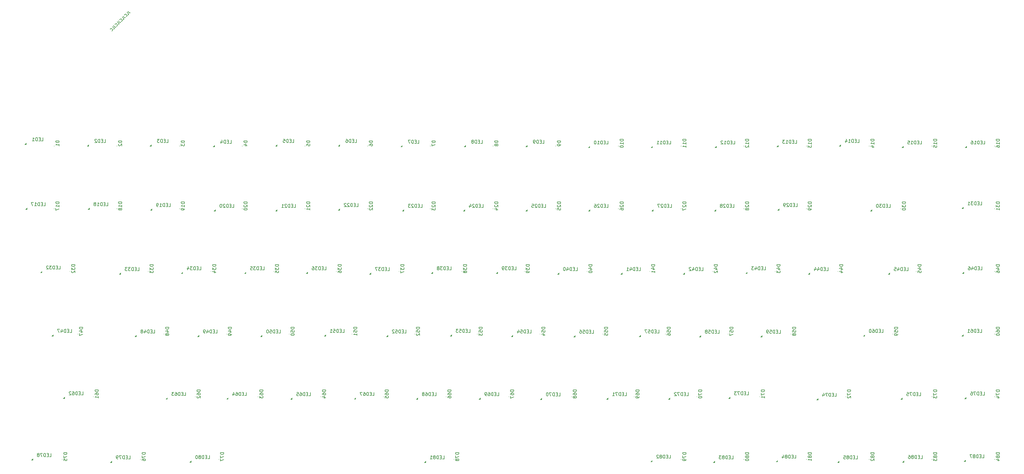
<source format=gbr>
%TF.GenerationSoftware,KiCad,Pcbnew,9.0.3*%
%TF.CreationDate,2025-12-04T16:15:47+02:00*%
%TF.ProjectId,MyCustom_75Keeb,4d794375-7374-46f6-9d5f-37354b656562,2.0.0*%
%TF.SameCoordinates,Original*%
%TF.FileFunction,Legend,Bot*%
%TF.FilePolarity,Positive*%
%FSLAX46Y46*%
G04 Gerber Fmt 4.6, Leading zero omitted, Abs format (unit mm)*
G04 Created by KiCad (PCBNEW 9.0.3) date 2025-12-04 16:15:47*
%MOMM*%
%LPD*%
G01*
G04 APERTURE LIST*
%ADD10C,0.150000*%
%ADD11C,0.120000*%
%ADD12C,0.100000*%
G04 APERTURE END LIST*
D10*
X65565870Y-1037596D02*
X65969931Y-1441657D01*
X65969931Y-1441657D02*
X66077680Y-1495532D01*
X66077680Y-1495532D02*
X66185430Y-1495532D01*
X66185430Y-1495532D02*
X66293179Y-1441657D01*
X66293179Y-1441657D02*
X66347054Y-1387783D01*
X65592807Y-2142030D02*
X65862181Y-1872656D01*
X65862181Y-1872656D02*
X65296495Y-1306971D01*
X65027121Y-2599966D02*
X65080996Y-2599966D01*
X65080996Y-2599966D02*
X65188746Y-2546091D01*
X65188746Y-2546091D02*
X65242621Y-2492216D01*
X65242621Y-2492216D02*
X65296495Y-2384467D01*
X65296495Y-2384467D02*
X65296495Y-2276717D01*
X65296495Y-2276717D02*
X65269558Y-2195905D01*
X65269558Y-2195905D02*
X65188746Y-2061218D01*
X65188746Y-2061218D02*
X65107934Y-1980406D01*
X65107934Y-1980406D02*
X64973247Y-1899593D01*
X64973247Y-1899593D02*
X64892434Y-1872656D01*
X64892434Y-1872656D02*
X64784685Y-1872656D01*
X64784685Y-1872656D02*
X64676935Y-1926531D01*
X64676935Y-1926531D02*
X64623060Y-1980406D01*
X64623060Y-1980406D02*
X64569186Y-2088155D01*
X64569186Y-2088155D02*
X64569186Y-2142030D01*
X64111250Y-2492216D02*
X64515311Y-2896277D01*
X64515311Y-2896277D02*
X64623060Y-2950152D01*
X64623060Y-2950152D02*
X64730810Y-2950152D01*
X64730810Y-2950152D02*
X64838560Y-2896277D01*
X64838560Y-2896277D02*
X64892434Y-2842402D01*
X64138187Y-3596650D02*
X64407561Y-3327276D01*
X64407561Y-3327276D02*
X63841876Y-2761590D01*
X63572502Y-4054586D02*
X63626377Y-4054586D01*
X63626377Y-4054586D02*
X63734126Y-4000711D01*
X63734126Y-4000711D02*
X63788001Y-3946836D01*
X63788001Y-3946836D02*
X63841876Y-3839086D01*
X63841876Y-3839086D02*
X63841876Y-3731337D01*
X63841876Y-3731337D02*
X63814938Y-3650524D01*
X63814938Y-3650524D02*
X63734126Y-3515837D01*
X63734126Y-3515837D02*
X63653314Y-3435025D01*
X63653314Y-3435025D02*
X63518627Y-3354213D01*
X63518627Y-3354213D02*
X63437815Y-3327276D01*
X63437815Y-3327276D02*
X63330065Y-3327276D01*
X63330065Y-3327276D02*
X63222316Y-3381150D01*
X63222316Y-3381150D02*
X63168441Y-3435025D01*
X63168441Y-3435025D02*
X63114566Y-3542775D01*
X63114566Y-3542775D02*
X63114566Y-3596650D01*
X62656630Y-3946836D02*
X63060691Y-4350897D01*
X63060691Y-4350897D02*
X63168441Y-4404772D01*
X63168441Y-4404772D02*
X63276190Y-4404772D01*
X63276190Y-4404772D02*
X63383940Y-4350897D01*
X63383940Y-4350897D02*
X63437815Y-4297022D01*
X62683567Y-5051269D02*
X62952941Y-4781895D01*
X62952941Y-4781895D02*
X62387256Y-4216210D01*
X62117882Y-5509205D02*
X62171757Y-5509205D01*
X62171757Y-5509205D02*
X62279506Y-5455330D01*
X62279506Y-5455330D02*
X62333381Y-5401456D01*
X62333381Y-5401456D02*
X62387256Y-5293706D01*
X62387256Y-5293706D02*
X62387256Y-5185956D01*
X62387256Y-5185956D02*
X62360319Y-5105144D01*
X62360319Y-5105144D02*
X62279506Y-4970457D01*
X62279506Y-4970457D02*
X62198694Y-4889645D01*
X62198694Y-4889645D02*
X62064007Y-4808833D01*
X62064007Y-4808833D02*
X61983195Y-4781895D01*
X61983195Y-4781895D02*
X61875445Y-4781895D01*
X61875445Y-4781895D02*
X61767696Y-4835770D01*
X61767696Y-4835770D02*
X61713821Y-4889645D01*
X61713821Y-4889645D02*
X61659946Y-4997395D01*
X61659946Y-4997395D02*
X61659946Y-5051269D01*
X61202010Y-5401456D02*
X61606071Y-5805517D01*
X61606071Y-5805517D02*
X61713821Y-5859391D01*
X61713821Y-5859391D02*
X61821571Y-5859391D01*
X61821571Y-5859391D02*
X61929320Y-5805517D01*
X61929320Y-5805517D02*
X61983195Y-5751642D01*
X61228948Y-6505889D02*
X61498322Y-6236515D01*
X61498322Y-6236515D02*
X60932636Y-5670830D01*
X60663262Y-6963825D02*
X60717137Y-6963825D01*
X60717137Y-6963825D02*
X60824887Y-6909950D01*
X60824887Y-6909950D02*
X60878761Y-6856075D01*
X60878761Y-6856075D02*
X60932636Y-6748326D01*
X60932636Y-6748326D02*
X60932636Y-6640576D01*
X60932636Y-6640576D02*
X60905699Y-6559764D01*
X60905699Y-6559764D02*
X60824887Y-6425077D01*
X60824887Y-6425077D02*
X60744074Y-6344265D01*
X60744074Y-6344265D02*
X60609387Y-6263453D01*
X60609387Y-6263453D02*
X60528575Y-6236515D01*
X60528575Y-6236515D02*
X60420826Y-6236515D01*
X60420826Y-6236515D02*
X60313076Y-6290390D01*
X60313076Y-6290390D02*
X60259201Y-6344265D01*
X60259201Y-6344265D02*
X60205326Y-6452014D01*
X60205326Y-6452014D02*
X60205326Y-6505889D01*
X161157684Y-137089848D02*
X161633874Y-137089848D01*
X161633874Y-137089848D02*
X161633874Y-136089848D01*
X160824350Y-136566038D02*
X160491017Y-136566038D01*
X160348160Y-137089848D02*
X160824350Y-137089848D01*
X160824350Y-137089848D02*
X160824350Y-136089848D01*
X160824350Y-136089848D02*
X160348160Y-136089848D01*
X159919588Y-137089848D02*
X159919588Y-136089848D01*
X159919588Y-136089848D02*
X159681493Y-136089848D01*
X159681493Y-136089848D02*
X159538636Y-136137467D01*
X159538636Y-136137467D02*
X159443398Y-136232705D01*
X159443398Y-136232705D02*
X159395779Y-136327943D01*
X159395779Y-136327943D02*
X159348160Y-136518419D01*
X159348160Y-136518419D02*
X159348160Y-136661276D01*
X159348160Y-136661276D02*
X159395779Y-136851752D01*
X159395779Y-136851752D02*
X159443398Y-136946990D01*
X159443398Y-136946990D02*
X159538636Y-137042229D01*
X159538636Y-137042229D02*
X159681493Y-137089848D01*
X159681493Y-137089848D02*
X159919588Y-137089848D01*
X158776731Y-136518419D02*
X158871969Y-136470800D01*
X158871969Y-136470800D02*
X158919588Y-136423181D01*
X158919588Y-136423181D02*
X158967207Y-136327943D01*
X158967207Y-136327943D02*
X158967207Y-136280324D01*
X158967207Y-136280324D02*
X158919588Y-136185086D01*
X158919588Y-136185086D02*
X158871969Y-136137467D01*
X158871969Y-136137467D02*
X158776731Y-136089848D01*
X158776731Y-136089848D02*
X158586255Y-136089848D01*
X158586255Y-136089848D02*
X158491017Y-136137467D01*
X158491017Y-136137467D02*
X158443398Y-136185086D01*
X158443398Y-136185086D02*
X158395779Y-136280324D01*
X158395779Y-136280324D02*
X158395779Y-136327943D01*
X158395779Y-136327943D02*
X158443398Y-136423181D01*
X158443398Y-136423181D02*
X158491017Y-136470800D01*
X158491017Y-136470800D02*
X158586255Y-136518419D01*
X158586255Y-136518419D02*
X158776731Y-136518419D01*
X158776731Y-136518419D02*
X158871969Y-136566038D01*
X158871969Y-136566038D02*
X158919588Y-136613657D01*
X158919588Y-136613657D02*
X158967207Y-136708895D01*
X158967207Y-136708895D02*
X158967207Y-136899371D01*
X158967207Y-136899371D02*
X158919588Y-136994609D01*
X158919588Y-136994609D02*
X158871969Y-137042229D01*
X158871969Y-137042229D02*
X158776731Y-137089848D01*
X158776731Y-137089848D02*
X158586255Y-137089848D01*
X158586255Y-137089848D02*
X158491017Y-137042229D01*
X158491017Y-137042229D02*
X158443398Y-136994609D01*
X158443398Y-136994609D02*
X158395779Y-136899371D01*
X158395779Y-136899371D02*
X158395779Y-136708895D01*
X158395779Y-136708895D02*
X158443398Y-136613657D01*
X158443398Y-136613657D02*
X158491017Y-136566038D01*
X158491017Y-136566038D02*
X158586255Y-136518419D01*
X157443398Y-137089848D02*
X158014826Y-137089848D01*
X157729112Y-137089848D02*
X157729112Y-136089848D01*
X157729112Y-136089848D02*
X157824350Y-136232705D01*
X157824350Y-136232705D02*
X157919588Y-136327943D01*
X157919588Y-136327943D02*
X158014826Y-136375562D01*
X296732684Y-60639848D02*
X297208874Y-60639848D01*
X297208874Y-60639848D02*
X297208874Y-59639848D01*
X296399350Y-60116038D02*
X296066017Y-60116038D01*
X295923160Y-60639848D02*
X296399350Y-60639848D01*
X296399350Y-60639848D02*
X296399350Y-59639848D01*
X296399350Y-59639848D02*
X295923160Y-59639848D01*
X295494588Y-60639848D02*
X295494588Y-59639848D01*
X295494588Y-59639848D02*
X295256493Y-59639848D01*
X295256493Y-59639848D02*
X295113636Y-59687467D01*
X295113636Y-59687467D02*
X295018398Y-59782705D01*
X295018398Y-59782705D02*
X294970779Y-59877943D01*
X294970779Y-59877943D02*
X294923160Y-60068419D01*
X294923160Y-60068419D02*
X294923160Y-60211276D01*
X294923160Y-60211276D02*
X294970779Y-60401752D01*
X294970779Y-60401752D02*
X295018398Y-60496990D01*
X295018398Y-60496990D02*
X295113636Y-60592229D01*
X295113636Y-60592229D02*
X295256493Y-60639848D01*
X295256493Y-60639848D02*
X295494588Y-60639848D01*
X294589826Y-59639848D02*
X293970779Y-59639848D01*
X293970779Y-59639848D02*
X294304112Y-60020800D01*
X294304112Y-60020800D02*
X294161255Y-60020800D01*
X294161255Y-60020800D02*
X294066017Y-60068419D01*
X294066017Y-60068419D02*
X294018398Y-60116038D01*
X294018398Y-60116038D02*
X293970779Y-60211276D01*
X293970779Y-60211276D02*
X293970779Y-60449371D01*
X293970779Y-60449371D02*
X294018398Y-60544609D01*
X294018398Y-60544609D02*
X294066017Y-60592229D01*
X294066017Y-60592229D02*
X294161255Y-60639848D01*
X294161255Y-60639848D02*
X294446969Y-60639848D01*
X294446969Y-60639848D02*
X294542207Y-60592229D01*
X294542207Y-60592229D02*
X294589826Y-60544609D01*
X293351731Y-59639848D02*
X293256493Y-59639848D01*
X293256493Y-59639848D02*
X293161255Y-59687467D01*
X293161255Y-59687467D02*
X293113636Y-59735086D01*
X293113636Y-59735086D02*
X293066017Y-59830324D01*
X293066017Y-59830324D02*
X293018398Y-60020800D01*
X293018398Y-60020800D02*
X293018398Y-60258895D01*
X293018398Y-60258895D02*
X293066017Y-60449371D01*
X293066017Y-60449371D02*
X293113636Y-60544609D01*
X293113636Y-60544609D02*
X293161255Y-60592229D01*
X293161255Y-60592229D02*
X293256493Y-60639848D01*
X293256493Y-60639848D02*
X293351731Y-60639848D01*
X293351731Y-60639848D02*
X293446969Y-60592229D01*
X293446969Y-60592229D02*
X293494588Y-60544609D01*
X293494588Y-60544609D02*
X293542207Y-60449371D01*
X293542207Y-60449371D02*
X293589826Y-60258895D01*
X293589826Y-60258895D02*
X293589826Y-60020800D01*
X293589826Y-60020800D02*
X293542207Y-59830324D01*
X293542207Y-59830324D02*
X293494588Y-59735086D01*
X293494588Y-59735086D02*
X293446969Y-59687467D01*
X293446969Y-59687467D02*
X293351731Y-59639848D01*
X101082684Y-117839848D02*
X101558874Y-117839848D01*
X101558874Y-117839848D02*
X101558874Y-116839848D01*
X100749350Y-117316038D02*
X100416017Y-117316038D01*
X100273160Y-117839848D02*
X100749350Y-117839848D01*
X100749350Y-117839848D02*
X100749350Y-116839848D01*
X100749350Y-116839848D02*
X100273160Y-116839848D01*
X99844588Y-117839848D02*
X99844588Y-116839848D01*
X99844588Y-116839848D02*
X99606493Y-116839848D01*
X99606493Y-116839848D02*
X99463636Y-116887467D01*
X99463636Y-116887467D02*
X99368398Y-116982705D01*
X99368398Y-116982705D02*
X99320779Y-117077943D01*
X99320779Y-117077943D02*
X99273160Y-117268419D01*
X99273160Y-117268419D02*
X99273160Y-117411276D01*
X99273160Y-117411276D02*
X99320779Y-117601752D01*
X99320779Y-117601752D02*
X99368398Y-117696990D01*
X99368398Y-117696990D02*
X99463636Y-117792229D01*
X99463636Y-117792229D02*
X99606493Y-117839848D01*
X99606493Y-117839848D02*
X99844588Y-117839848D01*
X98416017Y-116839848D02*
X98606493Y-116839848D01*
X98606493Y-116839848D02*
X98701731Y-116887467D01*
X98701731Y-116887467D02*
X98749350Y-116935086D01*
X98749350Y-116935086D02*
X98844588Y-117077943D01*
X98844588Y-117077943D02*
X98892207Y-117268419D01*
X98892207Y-117268419D02*
X98892207Y-117649371D01*
X98892207Y-117649371D02*
X98844588Y-117744609D01*
X98844588Y-117744609D02*
X98796969Y-117792229D01*
X98796969Y-117792229D02*
X98701731Y-117839848D01*
X98701731Y-117839848D02*
X98511255Y-117839848D01*
X98511255Y-117839848D02*
X98416017Y-117792229D01*
X98416017Y-117792229D02*
X98368398Y-117744609D01*
X98368398Y-117744609D02*
X98320779Y-117649371D01*
X98320779Y-117649371D02*
X98320779Y-117411276D01*
X98320779Y-117411276D02*
X98368398Y-117316038D01*
X98368398Y-117316038D02*
X98416017Y-117268419D01*
X98416017Y-117268419D02*
X98511255Y-117220800D01*
X98511255Y-117220800D02*
X98701731Y-117220800D01*
X98701731Y-117220800D02*
X98796969Y-117268419D01*
X98796969Y-117268419D02*
X98844588Y-117316038D01*
X98844588Y-117316038D02*
X98892207Y-117411276D01*
X97463636Y-117173181D02*
X97463636Y-117839848D01*
X97701731Y-116792229D02*
X97939826Y-117506514D01*
X97939826Y-117506514D02*
X97320779Y-117506514D01*
X94691069Y-135165714D02*
X93691069Y-135165714D01*
X93691069Y-135165714D02*
X93691069Y-135403809D01*
X93691069Y-135403809D02*
X93738688Y-135546666D01*
X93738688Y-135546666D02*
X93833926Y-135641904D01*
X93833926Y-135641904D02*
X93929164Y-135689523D01*
X93929164Y-135689523D02*
X94119640Y-135737142D01*
X94119640Y-135737142D02*
X94262497Y-135737142D01*
X94262497Y-135737142D02*
X94452973Y-135689523D01*
X94452973Y-135689523D02*
X94548211Y-135641904D01*
X94548211Y-135641904D02*
X94643450Y-135546666D01*
X94643450Y-135546666D02*
X94691069Y-135403809D01*
X94691069Y-135403809D02*
X94691069Y-135165714D01*
X93691069Y-136070476D02*
X93691069Y-136737142D01*
X93691069Y-136737142D02*
X94691069Y-136308571D01*
X93691069Y-137022857D02*
X93691069Y-137689523D01*
X93691069Y-137689523D02*
X94691069Y-137260952D01*
X39281493Y-40389848D02*
X39757683Y-40389848D01*
X39757683Y-40389848D02*
X39757683Y-39389848D01*
X38948159Y-39866038D02*
X38614826Y-39866038D01*
X38471969Y-40389848D02*
X38948159Y-40389848D01*
X38948159Y-40389848D02*
X38948159Y-39389848D01*
X38948159Y-39389848D02*
X38471969Y-39389848D01*
X38043397Y-40389848D02*
X38043397Y-39389848D01*
X38043397Y-39389848D02*
X37805302Y-39389848D01*
X37805302Y-39389848D02*
X37662445Y-39437467D01*
X37662445Y-39437467D02*
X37567207Y-39532705D01*
X37567207Y-39532705D02*
X37519588Y-39627943D01*
X37519588Y-39627943D02*
X37471969Y-39818419D01*
X37471969Y-39818419D02*
X37471969Y-39961276D01*
X37471969Y-39961276D02*
X37519588Y-40151752D01*
X37519588Y-40151752D02*
X37567207Y-40246990D01*
X37567207Y-40246990D02*
X37662445Y-40342229D01*
X37662445Y-40342229D02*
X37805302Y-40389848D01*
X37805302Y-40389848D02*
X38043397Y-40389848D01*
X36519588Y-40389848D02*
X37091016Y-40389848D01*
X36805302Y-40389848D02*
X36805302Y-39389848D01*
X36805302Y-39389848D02*
X36900540Y-39532705D01*
X36900540Y-39532705D02*
X36995778Y-39627943D01*
X36995778Y-39627943D02*
X37091016Y-39675562D01*
X97072319Y-97065714D02*
X96072319Y-97065714D01*
X96072319Y-97065714D02*
X96072319Y-97303809D01*
X96072319Y-97303809D02*
X96119938Y-97446666D01*
X96119938Y-97446666D02*
X96215176Y-97541904D01*
X96215176Y-97541904D02*
X96310414Y-97589523D01*
X96310414Y-97589523D02*
X96500890Y-97637142D01*
X96500890Y-97637142D02*
X96643747Y-97637142D01*
X96643747Y-97637142D02*
X96834223Y-97589523D01*
X96834223Y-97589523D02*
X96929461Y-97541904D01*
X96929461Y-97541904D02*
X97024700Y-97446666D01*
X97024700Y-97446666D02*
X97072319Y-97303809D01*
X97072319Y-97303809D02*
X97072319Y-97065714D01*
X96405652Y-98494285D02*
X97072319Y-98494285D01*
X96024700Y-98256190D02*
X96738985Y-98018095D01*
X96738985Y-98018095D02*
X96738985Y-98637142D01*
X97072319Y-99065714D02*
X97072319Y-99256190D01*
X97072319Y-99256190D02*
X97024700Y-99351428D01*
X97024700Y-99351428D02*
X96977080Y-99399047D01*
X96977080Y-99399047D02*
X96834223Y-99494285D01*
X96834223Y-99494285D02*
X96643747Y-99541904D01*
X96643747Y-99541904D02*
X96262795Y-99541904D01*
X96262795Y-99541904D02*
X96167557Y-99494285D01*
X96167557Y-99494285D02*
X96119938Y-99446666D01*
X96119938Y-99446666D02*
X96072319Y-99351428D01*
X96072319Y-99351428D02*
X96072319Y-99160952D01*
X96072319Y-99160952D02*
X96119938Y-99065714D01*
X96119938Y-99065714D02*
X96167557Y-99018095D01*
X96167557Y-99018095D02*
X96262795Y-98970476D01*
X96262795Y-98970476D02*
X96500890Y-98970476D01*
X96500890Y-98970476D02*
X96596128Y-99018095D01*
X96596128Y-99018095D02*
X96643747Y-99065714D01*
X96643747Y-99065714D02*
X96691366Y-99160952D01*
X96691366Y-99160952D02*
X96691366Y-99351428D01*
X96691366Y-99351428D02*
X96643747Y-99446666D01*
X96643747Y-99446666D02*
X96596128Y-99494285D01*
X96596128Y-99494285D02*
X96500890Y-99541904D01*
X244757684Y-98889848D02*
X245233874Y-98889848D01*
X245233874Y-98889848D02*
X245233874Y-97889848D01*
X244424350Y-98366038D02*
X244091017Y-98366038D01*
X243948160Y-98889848D02*
X244424350Y-98889848D01*
X244424350Y-98889848D02*
X244424350Y-97889848D01*
X244424350Y-97889848D02*
X243948160Y-97889848D01*
X243519588Y-98889848D02*
X243519588Y-97889848D01*
X243519588Y-97889848D02*
X243281493Y-97889848D01*
X243281493Y-97889848D02*
X243138636Y-97937467D01*
X243138636Y-97937467D02*
X243043398Y-98032705D01*
X243043398Y-98032705D02*
X242995779Y-98127943D01*
X242995779Y-98127943D02*
X242948160Y-98318419D01*
X242948160Y-98318419D02*
X242948160Y-98461276D01*
X242948160Y-98461276D02*
X242995779Y-98651752D01*
X242995779Y-98651752D02*
X243043398Y-98746990D01*
X243043398Y-98746990D02*
X243138636Y-98842229D01*
X243138636Y-98842229D02*
X243281493Y-98889848D01*
X243281493Y-98889848D02*
X243519588Y-98889848D01*
X242043398Y-97889848D02*
X242519588Y-97889848D01*
X242519588Y-97889848D02*
X242567207Y-98366038D01*
X242567207Y-98366038D02*
X242519588Y-98318419D01*
X242519588Y-98318419D02*
X242424350Y-98270800D01*
X242424350Y-98270800D02*
X242186255Y-98270800D01*
X242186255Y-98270800D02*
X242091017Y-98318419D01*
X242091017Y-98318419D02*
X242043398Y-98366038D01*
X242043398Y-98366038D02*
X241995779Y-98461276D01*
X241995779Y-98461276D02*
X241995779Y-98699371D01*
X241995779Y-98699371D02*
X242043398Y-98794609D01*
X242043398Y-98794609D02*
X242091017Y-98842229D01*
X242091017Y-98842229D02*
X242186255Y-98889848D01*
X242186255Y-98889848D02*
X242424350Y-98889848D01*
X242424350Y-98889848D02*
X242519588Y-98842229D01*
X242519588Y-98842229D02*
X242567207Y-98794609D01*
X241424350Y-98318419D02*
X241519588Y-98270800D01*
X241519588Y-98270800D02*
X241567207Y-98223181D01*
X241567207Y-98223181D02*
X241614826Y-98127943D01*
X241614826Y-98127943D02*
X241614826Y-98080324D01*
X241614826Y-98080324D02*
X241567207Y-97985086D01*
X241567207Y-97985086D02*
X241519588Y-97937467D01*
X241519588Y-97937467D02*
X241424350Y-97889848D01*
X241424350Y-97889848D02*
X241233874Y-97889848D01*
X241233874Y-97889848D02*
X241138636Y-97937467D01*
X241138636Y-97937467D02*
X241091017Y-97985086D01*
X241091017Y-97985086D02*
X241043398Y-98080324D01*
X241043398Y-98080324D02*
X241043398Y-98127943D01*
X241043398Y-98127943D02*
X241091017Y-98223181D01*
X241091017Y-98223181D02*
X241138636Y-98270800D01*
X241138636Y-98270800D02*
X241233874Y-98318419D01*
X241233874Y-98318419D02*
X241424350Y-98318419D01*
X241424350Y-98318419D02*
X241519588Y-98366038D01*
X241519588Y-98366038D02*
X241567207Y-98413657D01*
X241567207Y-98413657D02*
X241614826Y-98508895D01*
X241614826Y-98508895D02*
X241614826Y-98699371D01*
X241614826Y-98699371D02*
X241567207Y-98794609D01*
X241567207Y-98794609D02*
X241519588Y-98842229D01*
X241519588Y-98842229D02*
X241424350Y-98889848D01*
X241424350Y-98889848D02*
X241233874Y-98889848D01*
X241233874Y-98889848D02*
X241138636Y-98842229D01*
X241138636Y-98842229D02*
X241091017Y-98794609D01*
X241091017Y-98794609D02*
X241043398Y-98699371D01*
X241043398Y-98699371D02*
X241043398Y-98508895D01*
X241043398Y-98508895D02*
X241091017Y-98413657D01*
X241091017Y-98413657D02*
X241138636Y-98366038D01*
X241138636Y-98366038D02*
X241233874Y-98318419D01*
X39982684Y-60139848D02*
X40458874Y-60139848D01*
X40458874Y-60139848D02*
X40458874Y-59139848D01*
X39649350Y-59616038D02*
X39316017Y-59616038D01*
X39173160Y-60139848D02*
X39649350Y-60139848D01*
X39649350Y-60139848D02*
X39649350Y-59139848D01*
X39649350Y-59139848D02*
X39173160Y-59139848D01*
X38744588Y-60139848D02*
X38744588Y-59139848D01*
X38744588Y-59139848D02*
X38506493Y-59139848D01*
X38506493Y-59139848D02*
X38363636Y-59187467D01*
X38363636Y-59187467D02*
X38268398Y-59282705D01*
X38268398Y-59282705D02*
X38220779Y-59377943D01*
X38220779Y-59377943D02*
X38173160Y-59568419D01*
X38173160Y-59568419D02*
X38173160Y-59711276D01*
X38173160Y-59711276D02*
X38220779Y-59901752D01*
X38220779Y-59901752D02*
X38268398Y-59996990D01*
X38268398Y-59996990D02*
X38363636Y-60092229D01*
X38363636Y-60092229D02*
X38506493Y-60139848D01*
X38506493Y-60139848D02*
X38744588Y-60139848D01*
X37220779Y-60139848D02*
X37792207Y-60139848D01*
X37506493Y-60139848D02*
X37506493Y-59139848D01*
X37506493Y-59139848D02*
X37601731Y-59282705D01*
X37601731Y-59282705D02*
X37696969Y-59377943D01*
X37696969Y-59377943D02*
X37792207Y-59425562D01*
X36887445Y-59139848D02*
X36220779Y-59139848D01*
X36220779Y-59139848D02*
X36649350Y-60139848D01*
X183007684Y-79639848D02*
X183483874Y-79639848D01*
X183483874Y-79639848D02*
X183483874Y-78639848D01*
X182674350Y-79116038D02*
X182341017Y-79116038D01*
X182198160Y-79639848D02*
X182674350Y-79639848D01*
X182674350Y-79639848D02*
X182674350Y-78639848D01*
X182674350Y-78639848D02*
X182198160Y-78639848D01*
X181769588Y-79639848D02*
X181769588Y-78639848D01*
X181769588Y-78639848D02*
X181531493Y-78639848D01*
X181531493Y-78639848D02*
X181388636Y-78687467D01*
X181388636Y-78687467D02*
X181293398Y-78782705D01*
X181293398Y-78782705D02*
X181245779Y-78877943D01*
X181245779Y-78877943D02*
X181198160Y-79068419D01*
X181198160Y-79068419D02*
X181198160Y-79211276D01*
X181198160Y-79211276D02*
X181245779Y-79401752D01*
X181245779Y-79401752D02*
X181293398Y-79496990D01*
X181293398Y-79496990D02*
X181388636Y-79592229D01*
X181388636Y-79592229D02*
X181531493Y-79639848D01*
X181531493Y-79639848D02*
X181769588Y-79639848D01*
X180864826Y-78639848D02*
X180245779Y-78639848D01*
X180245779Y-78639848D02*
X180579112Y-79020800D01*
X180579112Y-79020800D02*
X180436255Y-79020800D01*
X180436255Y-79020800D02*
X180341017Y-79068419D01*
X180341017Y-79068419D02*
X180293398Y-79116038D01*
X180293398Y-79116038D02*
X180245779Y-79211276D01*
X180245779Y-79211276D02*
X180245779Y-79449371D01*
X180245779Y-79449371D02*
X180293398Y-79544609D01*
X180293398Y-79544609D02*
X180341017Y-79592229D01*
X180341017Y-79592229D02*
X180436255Y-79639848D01*
X180436255Y-79639848D02*
X180721969Y-79639848D01*
X180721969Y-79639848D02*
X180817207Y-79592229D01*
X180817207Y-79592229D02*
X180864826Y-79544609D01*
X179769588Y-79639848D02*
X179579112Y-79639848D01*
X179579112Y-79639848D02*
X179483874Y-79592229D01*
X179483874Y-79592229D02*
X179436255Y-79544609D01*
X179436255Y-79544609D02*
X179341017Y-79401752D01*
X179341017Y-79401752D02*
X179293398Y-79211276D01*
X179293398Y-79211276D02*
X179293398Y-78830324D01*
X179293398Y-78830324D02*
X179341017Y-78735086D01*
X179341017Y-78735086D02*
X179388636Y-78687467D01*
X179388636Y-78687467D02*
X179483874Y-78639848D01*
X179483874Y-78639848D02*
X179674350Y-78639848D01*
X179674350Y-78639848D02*
X179769588Y-78687467D01*
X179769588Y-78687467D02*
X179817207Y-78735086D01*
X179817207Y-78735086D02*
X179864826Y-78830324D01*
X179864826Y-78830324D02*
X179864826Y-79068419D01*
X179864826Y-79068419D02*
X179817207Y-79163657D01*
X179817207Y-79163657D02*
X179769588Y-79211276D01*
X179769588Y-79211276D02*
X179674350Y-79258895D01*
X179674350Y-79258895D02*
X179483874Y-79258895D01*
X179483874Y-79258895D02*
X179388636Y-79211276D01*
X179388636Y-79211276D02*
X179341017Y-79163657D01*
X179341017Y-79163657D02*
X179293398Y-79068419D01*
X125282684Y-79639848D02*
X125758874Y-79639848D01*
X125758874Y-79639848D02*
X125758874Y-78639848D01*
X124949350Y-79116038D02*
X124616017Y-79116038D01*
X124473160Y-79639848D02*
X124949350Y-79639848D01*
X124949350Y-79639848D02*
X124949350Y-78639848D01*
X124949350Y-78639848D02*
X124473160Y-78639848D01*
X124044588Y-79639848D02*
X124044588Y-78639848D01*
X124044588Y-78639848D02*
X123806493Y-78639848D01*
X123806493Y-78639848D02*
X123663636Y-78687467D01*
X123663636Y-78687467D02*
X123568398Y-78782705D01*
X123568398Y-78782705D02*
X123520779Y-78877943D01*
X123520779Y-78877943D02*
X123473160Y-79068419D01*
X123473160Y-79068419D02*
X123473160Y-79211276D01*
X123473160Y-79211276D02*
X123520779Y-79401752D01*
X123520779Y-79401752D02*
X123568398Y-79496990D01*
X123568398Y-79496990D02*
X123663636Y-79592229D01*
X123663636Y-79592229D02*
X123806493Y-79639848D01*
X123806493Y-79639848D02*
X124044588Y-79639848D01*
X123139826Y-78639848D02*
X122520779Y-78639848D01*
X122520779Y-78639848D02*
X122854112Y-79020800D01*
X122854112Y-79020800D02*
X122711255Y-79020800D01*
X122711255Y-79020800D02*
X122616017Y-79068419D01*
X122616017Y-79068419D02*
X122568398Y-79116038D01*
X122568398Y-79116038D02*
X122520779Y-79211276D01*
X122520779Y-79211276D02*
X122520779Y-79449371D01*
X122520779Y-79449371D02*
X122568398Y-79544609D01*
X122568398Y-79544609D02*
X122616017Y-79592229D01*
X122616017Y-79592229D02*
X122711255Y-79639848D01*
X122711255Y-79639848D02*
X122996969Y-79639848D01*
X122996969Y-79639848D02*
X123092207Y-79592229D01*
X123092207Y-79592229D02*
X123139826Y-79544609D01*
X121663636Y-78639848D02*
X121854112Y-78639848D01*
X121854112Y-78639848D02*
X121949350Y-78687467D01*
X121949350Y-78687467D02*
X121996969Y-78735086D01*
X121996969Y-78735086D02*
X122092207Y-78877943D01*
X122092207Y-78877943D02*
X122139826Y-79068419D01*
X122139826Y-79068419D02*
X122139826Y-79449371D01*
X122139826Y-79449371D02*
X122092207Y-79544609D01*
X122092207Y-79544609D02*
X122044588Y-79592229D01*
X122044588Y-79592229D02*
X121949350Y-79639848D01*
X121949350Y-79639848D02*
X121758874Y-79639848D01*
X121758874Y-79639848D02*
X121663636Y-79592229D01*
X121663636Y-79592229D02*
X121616017Y-79544609D01*
X121616017Y-79544609D02*
X121568398Y-79449371D01*
X121568398Y-79449371D02*
X121568398Y-79211276D01*
X121568398Y-79211276D02*
X121616017Y-79116038D01*
X121616017Y-79116038D02*
X121663636Y-79068419D01*
X121663636Y-79068419D02*
X121758874Y-79020800D01*
X121758874Y-79020800D02*
X121949350Y-79020800D01*
X121949350Y-79020800D02*
X122044588Y-79068419D01*
X122044588Y-79068419D02*
X122092207Y-79116038D01*
X122092207Y-79116038D02*
X122139826Y-79211276D01*
X292334819Y-135165714D02*
X291334819Y-135165714D01*
X291334819Y-135165714D02*
X291334819Y-135403809D01*
X291334819Y-135403809D02*
X291382438Y-135546666D01*
X291382438Y-135546666D02*
X291477676Y-135641904D01*
X291477676Y-135641904D02*
X291572914Y-135689523D01*
X291572914Y-135689523D02*
X291763390Y-135737142D01*
X291763390Y-135737142D02*
X291906247Y-135737142D01*
X291906247Y-135737142D02*
X292096723Y-135689523D01*
X292096723Y-135689523D02*
X292191961Y-135641904D01*
X292191961Y-135641904D02*
X292287200Y-135546666D01*
X292287200Y-135546666D02*
X292334819Y-135403809D01*
X292334819Y-135403809D02*
X292334819Y-135165714D01*
X291763390Y-136308571D02*
X291715771Y-136213333D01*
X291715771Y-136213333D02*
X291668152Y-136165714D01*
X291668152Y-136165714D02*
X291572914Y-136118095D01*
X291572914Y-136118095D02*
X291525295Y-136118095D01*
X291525295Y-136118095D02*
X291430057Y-136165714D01*
X291430057Y-136165714D02*
X291382438Y-136213333D01*
X291382438Y-136213333D02*
X291334819Y-136308571D01*
X291334819Y-136308571D02*
X291334819Y-136499047D01*
X291334819Y-136499047D02*
X291382438Y-136594285D01*
X291382438Y-136594285D02*
X291430057Y-136641904D01*
X291430057Y-136641904D02*
X291525295Y-136689523D01*
X291525295Y-136689523D02*
X291572914Y-136689523D01*
X291572914Y-136689523D02*
X291668152Y-136641904D01*
X291668152Y-136641904D02*
X291715771Y-136594285D01*
X291715771Y-136594285D02*
X291763390Y-136499047D01*
X291763390Y-136499047D02*
X291763390Y-136308571D01*
X291763390Y-136308571D02*
X291811009Y-136213333D01*
X291811009Y-136213333D02*
X291858628Y-136165714D01*
X291858628Y-136165714D02*
X291953866Y-136118095D01*
X291953866Y-136118095D02*
X292144342Y-136118095D01*
X292144342Y-136118095D02*
X292239580Y-136165714D01*
X292239580Y-136165714D02*
X292287200Y-136213333D01*
X292287200Y-136213333D02*
X292334819Y-136308571D01*
X292334819Y-136308571D02*
X292334819Y-136499047D01*
X292334819Y-136499047D02*
X292287200Y-136594285D01*
X292287200Y-136594285D02*
X292239580Y-136641904D01*
X292239580Y-136641904D02*
X292144342Y-136689523D01*
X292144342Y-136689523D02*
X291953866Y-136689523D01*
X291953866Y-136689523D02*
X291858628Y-136641904D01*
X291858628Y-136641904D02*
X291811009Y-136594285D01*
X291811009Y-136594285D02*
X291763390Y-136499047D01*
X291430057Y-137070476D02*
X291382438Y-137118095D01*
X291382438Y-137118095D02*
X291334819Y-137213333D01*
X291334819Y-137213333D02*
X291334819Y-137451428D01*
X291334819Y-137451428D02*
X291382438Y-137546666D01*
X291382438Y-137546666D02*
X291430057Y-137594285D01*
X291430057Y-137594285D02*
X291525295Y-137641904D01*
X291525295Y-137641904D02*
X291620533Y-137641904D01*
X291620533Y-137641904D02*
X291763390Y-137594285D01*
X291763390Y-137594285D02*
X292334819Y-137022857D01*
X292334819Y-137022857D02*
X292334819Y-137641904D01*
X47957684Y-98689848D02*
X48433874Y-98689848D01*
X48433874Y-98689848D02*
X48433874Y-97689848D01*
X47624350Y-98166038D02*
X47291017Y-98166038D01*
X47148160Y-98689848D02*
X47624350Y-98689848D01*
X47624350Y-98689848D02*
X47624350Y-97689848D01*
X47624350Y-97689848D02*
X47148160Y-97689848D01*
X46719588Y-98689848D02*
X46719588Y-97689848D01*
X46719588Y-97689848D02*
X46481493Y-97689848D01*
X46481493Y-97689848D02*
X46338636Y-97737467D01*
X46338636Y-97737467D02*
X46243398Y-97832705D01*
X46243398Y-97832705D02*
X46195779Y-97927943D01*
X46195779Y-97927943D02*
X46148160Y-98118419D01*
X46148160Y-98118419D02*
X46148160Y-98261276D01*
X46148160Y-98261276D02*
X46195779Y-98451752D01*
X46195779Y-98451752D02*
X46243398Y-98546990D01*
X46243398Y-98546990D02*
X46338636Y-98642229D01*
X46338636Y-98642229D02*
X46481493Y-98689848D01*
X46481493Y-98689848D02*
X46719588Y-98689848D01*
X45291017Y-98023181D02*
X45291017Y-98689848D01*
X45529112Y-97642229D02*
X45767207Y-98356514D01*
X45767207Y-98356514D02*
X45148160Y-98356514D01*
X44862445Y-97689848D02*
X44195779Y-97689848D01*
X44195779Y-97689848D02*
X44624350Y-98689848D01*
X173007684Y-60639848D02*
X173483874Y-60639848D01*
X173483874Y-60639848D02*
X173483874Y-59639848D01*
X172674350Y-60116038D02*
X172341017Y-60116038D01*
X172198160Y-60639848D02*
X172674350Y-60639848D01*
X172674350Y-60639848D02*
X172674350Y-59639848D01*
X172674350Y-59639848D02*
X172198160Y-59639848D01*
X171769588Y-60639848D02*
X171769588Y-59639848D01*
X171769588Y-59639848D02*
X171531493Y-59639848D01*
X171531493Y-59639848D02*
X171388636Y-59687467D01*
X171388636Y-59687467D02*
X171293398Y-59782705D01*
X171293398Y-59782705D02*
X171245779Y-59877943D01*
X171245779Y-59877943D02*
X171198160Y-60068419D01*
X171198160Y-60068419D02*
X171198160Y-60211276D01*
X171198160Y-60211276D02*
X171245779Y-60401752D01*
X171245779Y-60401752D02*
X171293398Y-60496990D01*
X171293398Y-60496990D02*
X171388636Y-60592229D01*
X171388636Y-60592229D02*
X171531493Y-60639848D01*
X171531493Y-60639848D02*
X171769588Y-60639848D01*
X170817207Y-59735086D02*
X170769588Y-59687467D01*
X170769588Y-59687467D02*
X170674350Y-59639848D01*
X170674350Y-59639848D02*
X170436255Y-59639848D01*
X170436255Y-59639848D02*
X170341017Y-59687467D01*
X170341017Y-59687467D02*
X170293398Y-59735086D01*
X170293398Y-59735086D02*
X170245779Y-59830324D01*
X170245779Y-59830324D02*
X170245779Y-59925562D01*
X170245779Y-59925562D02*
X170293398Y-60068419D01*
X170293398Y-60068419D02*
X170864826Y-60639848D01*
X170864826Y-60639848D02*
X170245779Y-60639848D01*
X169388636Y-59973181D02*
X169388636Y-60639848D01*
X169626731Y-59592229D02*
X169864826Y-60306514D01*
X169864826Y-60306514D02*
X169245779Y-60306514D01*
X89882684Y-137039848D02*
X90358874Y-137039848D01*
X90358874Y-137039848D02*
X90358874Y-136039848D01*
X89549350Y-136516038D02*
X89216017Y-136516038D01*
X89073160Y-137039848D02*
X89549350Y-137039848D01*
X89549350Y-137039848D02*
X89549350Y-136039848D01*
X89549350Y-136039848D02*
X89073160Y-136039848D01*
X88644588Y-137039848D02*
X88644588Y-136039848D01*
X88644588Y-136039848D02*
X88406493Y-136039848D01*
X88406493Y-136039848D02*
X88263636Y-136087467D01*
X88263636Y-136087467D02*
X88168398Y-136182705D01*
X88168398Y-136182705D02*
X88120779Y-136277943D01*
X88120779Y-136277943D02*
X88073160Y-136468419D01*
X88073160Y-136468419D02*
X88073160Y-136611276D01*
X88073160Y-136611276D02*
X88120779Y-136801752D01*
X88120779Y-136801752D02*
X88168398Y-136896990D01*
X88168398Y-136896990D02*
X88263636Y-136992229D01*
X88263636Y-136992229D02*
X88406493Y-137039848D01*
X88406493Y-137039848D02*
X88644588Y-137039848D01*
X87501731Y-136468419D02*
X87596969Y-136420800D01*
X87596969Y-136420800D02*
X87644588Y-136373181D01*
X87644588Y-136373181D02*
X87692207Y-136277943D01*
X87692207Y-136277943D02*
X87692207Y-136230324D01*
X87692207Y-136230324D02*
X87644588Y-136135086D01*
X87644588Y-136135086D02*
X87596969Y-136087467D01*
X87596969Y-136087467D02*
X87501731Y-136039848D01*
X87501731Y-136039848D02*
X87311255Y-136039848D01*
X87311255Y-136039848D02*
X87216017Y-136087467D01*
X87216017Y-136087467D02*
X87168398Y-136135086D01*
X87168398Y-136135086D02*
X87120779Y-136230324D01*
X87120779Y-136230324D02*
X87120779Y-136277943D01*
X87120779Y-136277943D02*
X87168398Y-136373181D01*
X87168398Y-136373181D02*
X87216017Y-136420800D01*
X87216017Y-136420800D02*
X87311255Y-136468419D01*
X87311255Y-136468419D02*
X87501731Y-136468419D01*
X87501731Y-136468419D02*
X87596969Y-136516038D01*
X87596969Y-136516038D02*
X87644588Y-136563657D01*
X87644588Y-136563657D02*
X87692207Y-136658895D01*
X87692207Y-136658895D02*
X87692207Y-136849371D01*
X87692207Y-136849371D02*
X87644588Y-136944609D01*
X87644588Y-136944609D02*
X87596969Y-136992229D01*
X87596969Y-136992229D02*
X87501731Y-137039848D01*
X87501731Y-137039848D02*
X87311255Y-137039848D01*
X87311255Y-137039848D02*
X87216017Y-136992229D01*
X87216017Y-136992229D02*
X87168398Y-136944609D01*
X87168398Y-136944609D02*
X87120779Y-136849371D01*
X87120779Y-136849371D02*
X87120779Y-136658895D01*
X87120779Y-136658895D02*
X87168398Y-136563657D01*
X87168398Y-136563657D02*
X87216017Y-136516038D01*
X87216017Y-136516038D02*
X87311255Y-136468419D01*
X86501731Y-136039848D02*
X86406493Y-136039848D01*
X86406493Y-136039848D02*
X86311255Y-136087467D01*
X86311255Y-136087467D02*
X86263636Y-136135086D01*
X86263636Y-136135086D02*
X86216017Y-136230324D01*
X86216017Y-136230324D02*
X86168398Y-136420800D01*
X86168398Y-136420800D02*
X86168398Y-136658895D01*
X86168398Y-136658895D02*
X86216017Y-136849371D01*
X86216017Y-136849371D02*
X86263636Y-136944609D01*
X86263636Y-136944609D02*
X86311255Y-136992229D01*
X86311255Y-136992229D02*
X86406493Y-137039848D01*
X86406493Y-137039848D02*
X86501731Y-137039848D01*
X86501731Y-137039848D02*
X86596969Y-136992229D01*
X86596969Y-136992229D02*
X86644588Y-136944609D01*
X86644588Y-136944609D02*
X86692207Y-136849371D01*
X86692207Y-136849371D02*
X86739826Y-136658895D01*
X86739826Y-136658895D02*
X86739826Y-136420800D01*
X86739826Y-136420800D02*
X86692207Y-136230324D01*
X86692207Y-136230324D02*
X86644588Y-136135086D01*
X86644588Y-136135086D02*
X86596969Y-136087467D01*
X86596969Y-136087467D02*
X86501731Y-136039848D01*
X178034819Y-58965714D02*
X177034819Y-58965714D01*
X177034819Y-58965714D02*
X177034819Y-59203809D01*
X177034819Y-59203809D02*
X177082438Y-59346666D01*
X177082438Y-59346666D02*
X177177676Y-59441904D01*
X177177676Y-59441904D02*
X177272914Y-59489523D01*
X177272914Y-59489523D02*
X177463390Y-59537142D01*
X177463390Y-59537142D02*
X177606247Y-59537142D01*
X177606247Y-59537142D02*
X177796723Y-59489523D01*
X177796723Y-59489523D02*
X177891961Y-59441904D01*
X177891961Y-59441904D02*
X177987200Y-59346666D01*
X177987200Y-59346666D02*
X178034819Y-59203809D01*
X178034819Y-59203809D02*
X178034819Y-58965714D01*
X177130057Y-59918095D02*
X177082438Y-59965714D01*
X177082438Y-59965714D02*
X177034819Y-60060952D01*
X177034819Y-60060952D02*
X177034819Y-60299047D01*
X177034819Y-60299047D02*
X177082438Y-60394285D01*
X177082438Y-60394285D02*
X177130057Y-60441904D01*
X177130057Y-60441904D02*
X177225295Y-60489523D01*
X177225295Y-60489523D02*
X177320533Y-60489523D01*
X177320533Y-60489523D02*
X177463390Y-60441904D01*
X177463390Y-60441904D02*
X178034819Y-59870476D01*
X178034819Y-59870476D02*
X178034819Y-60489523D01*
X177368152Y-61346666D02*
X178034819Y-61346666D01*
X176987200Y-61108571D02*
X177701485Y-60870476D01*
X177701485Y-60870476D02*
X177701485Y-61489523D01*
X97257684Y-60639848D02*
X97733874Y-60639848D01*
X97733874Y-60639848D02*
X97733874Y-59639848D01*
X96924350Y-60116038D02*
X96591017Y-60116038D01*
X96448160Y-60639848D02*
X96924350Y-60639848D01*
X96924350Y-60639848D02*
X96924350Y-59639848D01*
X96924350Y-59639848D02*
X96448160Y-59639848D01*
X96019588Y-60639848D02*
X96019588Y-59639848D01*
X96019588Y-59639848D02*
X95781493Y-59639848D01*
X95781493Y-59639848D02*
X95638636Y-59687467D01*
X95638636Y-59687467D02*
X95543398Y-59782705D01*
X95543398Y-59782705D02*
X95495779Y-59877943D01*
X95495779Y-59877943D02*
X95448160Y-60068419D01*
X95448160Y-60068419D02*
X95448160Y-60211276D01*
X95448160Y-60211276D02*
X95495779Y-60401752D01*
X95495779Y-60401752D02*
X95543398Y-60496990D01*
X95543398Y-60496990D02*
X95638636Y-60592229D01*
X95638636Y-60592229D02*
X95781493Y-60639848D01*
X95781493Y-60639848D02*
X96019588Y-60639848D01*
X95067207Y-59735086D02*
X95019588Y-59687467D01*
X95019588Y-59687467D02*
X94924350Y-59639848D01*
X94924350Y-59639848D02*
X94686255Y-59639848D01*
X94686255Y-59639848D02*
X94591017Y-59687467D01*
X94591017Y-59687467D02*
X94543398Y-59735086D01*
X94543398Y-59735086D02*
X94495779Y-59830324D01*
X94495779Y-59830324D02*
X94495779Y-59925562D01*
X94495779Y-59925562D02*
X94543398Y-60068419D01*
X94543398Y-60068419D02*
X95114826Y-60639848D01*
X95114826Y-60639848D02*
X94495779Y-60639848D01*
X93876731Y-59639848D02*
X93781493Y-59639848D01*
X93781493Y-59639848D02*
X93686255Y-59687467D01*
X93686255Y-59687467D02*
X93638636Y-59735086D01*
X93638636Y-59735086D02*
X93591017Y-59830324D01*
X93591017Y-59830324D02*
X93543398Y-60020800D01*
X93543398Y-60020800D02*
X93543398Y-60258895D01*
X93543398Y-60258895D02*
X93591017Y-60449371D01*
X93591017Y-60449371D02*
X93638636Y-60544609D01*
X93638636Y-60544609D02*
X93686255Y-60592229D01*
X93686255Y-60592229D02*
X93781493Y-60639848D01*
X93781493Y-60639848D02*
X93876731Y-60639848D01*
X93876731Y-60639848D02*
X93971969Y-60592229D01*
X93971969Y-60592229D02*
X94019588Y-60544609D01*
X94019588Y-60544609D02*
X94067207Y-60449371D01*
X94067207Y-60449371D02*
X94114826Y-60258895D01*
X94114826Y-60258895D02*
X94114826Y-60020800D01*
X94114826Y-60020800D02*
X94067207Y-59830324D01*
X94067207Y-59830324D02*
X94019588Y-59735086D01*
X94019588Y-59735086D02*
X93971969Y-59687467D01*
X93971969Y-59687467D02*
X93876731Y-59639848D01*
X149459819Y-78015714D02*
X148459819Y-78015714D01*
X148459819Y-78015714D02*
X148459819Y-78253809D01*
X148459819Y-78253809D02*
X148507438Y-78396666D01*
X148507438Y-78396666D02*
X148602676Y-78491904D01*
X148602676Y-78491904D02*
X148697914Y-78539523D01*
X148697914Y-78539523D02*
X148888390Y-78587142D01*
X148888390Y-78587142D02*
X149031247Y-78587142D01*
X149031247Y-78587142D02*
X149221723Y-78539523D01*
X149221723Y-78539523D02*
X149316961Y-78491904D01*
X149316961Y-78491904D02*
X149412200Y-78396666D01*
X149412200Y-78396666D02*
X149459819Y-78253809D01*
X149459819Y-78253809D02*
X149459819Y-78015714D01*
X148459819Y-78920476D02*
X148459819Y-79539523D01*
X148459819Y-79539523D02*
X148840771Y-79206190D01*
X148840771Y-79206190D02*
X148840771Y-79349047D01*
X148840771Y-79349047D02*
X148888390Y-79444285D01*
X148888390Y-79444285D02*
X148936009Y-79491904D01*
X148936009Y-79491904D02*
X149031247Y-79539523D01*
X149031247Y-79539523D02*
X149269342Y-79539523D01*
X149269342Y-79539523D02*
X149364580Y-79491904D01*
X149364580Y-79491904D02*
X149412200Y-79444285D01*
X149412200Y-79444285D02*
X149459819Y-79349047D01*
X149459819Y-79349047D02*
X149459819Y-79063333D01*
X149459819Y-79063333D02*
X149412200Y-78968095D01*
X149412200Y-78968095D02*
X149364580Y-78920476D01*
X148459819Y-79872857D02*
X148459819Y-80539523D01*
X148459819Y-80539523D02*
X149459819Y-80110952D01*
X70878569Y-135165714D02*
X69878569Y-135165714D01*
X69878569Y-135165714D02*
X69878569Y-135403809D01*
X69878569Y-135403809D02*
X69926188Y-135546666D01*
X69926188Y-135546666D02*
X70021426Y-135641904D01*
X70021426Y-135641904D02*
X70116664Y-135689523D01*
X70116664Y-135689523D02*
X70307140Y-135737142D01*
X70307140Y-135737142D02*
X70449997Y-135737142D01*
X70449997Y-135737142D02*
X70640473Y-135689523D01*
X70640473Y-135689523D02*
X70735711Y-135641904D01*
X70735711Y-135641904D02*
X70830950Y-135546666D01*
X70830950Y-135546666D02*
X70878569Y-135403809D01*
X70878569Y-135403809D02*
X70878569Y-135165714D01*
X69878569Y-136070476D02*
X69878569Y-136737142D01*
X69878569Y-136737142D02*
X70878569Y-136308571D01*
X69878569Y-137546666D02*
X69878569Y-137356190D01*
X69878569Y-137356190D02*
X69926188Y-137260952D01*
X69926188Y-137260952D02*
X69973807Y-137213333D01*
X69973807Y-137213333D02*
X70116664Y-137118095D01*
X70116664Y-137118095D02*
X70307140Y-137070476D01*
X70307140Y-137070476D02*
X70688092Y-137070476D01*
X70688092Y-137070476D02*
X70783330Y-137118095D01*
X70783330Y-137118095D02*
X70830950Y-137165714D01*
X70830950Y-137165714D02*
X70878569Y-137260952D01*
X70878569Y-137260952D02*
X70878569Y-137451428D01*
X70878569Y-137451428D02*
X70830950Y-137546666D01*
X70830950Y-137546666D02*
X70783330Y-137594285D01*
X70783330Y-137594285D02*
X70688092Y-137641904D01*
X70688092Y-137641904D02*
X70449997Y-137641904D01*
X70449997Y-137641904D02*
X70354759Y-137594285D01*
X70354759Y-137594285D02*
X70307140Y-137546666D01*
X70307140Y-137546666D02*
X70259521Y-137451428D01*
X70259521Y-137451428D02*
X70259521Y-137260952D01*
X70259521Y-137260952D02*
X70307140Y-137165714D01*
X70307140Y-137165714D02*
X70354759Y-137118095D01*
X70354759Y-137118095D02*
X70449997Y-137070476D01*
X324532684Y-59889848D02*
X325008874Y-59889848D01*
X325008874Y-59889848D02*
X325008874Y-58889848D01*
X324199350Y-59366038D02*
X323866017Y-59366038D01*
X323723160Y-59889848D02*
X324199350Y-59889848D01*
X324199350Y-59889848D02*
X324199350Y-58889848D01*
X324199350Y-58889848D02*
X323723160Y-58889848D01*
X323294588Y-59889848D02*
X323294588Y-58889848D01*
X323294588Y-58889848D02*
X323056493Y-58889848D01*
X323056493Y-58889848D02*
X322913636Y-58937467D01*
X322913636Y-58937467D02*
X322818398Y-59032705D01*
X322818398Y-59032705D02*
X322770779Y-59127943D01*
X322770779Y-59127943D02*
X322723160Y-59318419D01*
X322723160Y-59318419D02*
X322723160Y-59461276D01*
X322723160Y-59461276D02*
X322770779Y-59651752D01*
X322770779Y-59651752D02*
X322818398Y-59746990D01*
X322818398Y-59746990D02*
X322913636Y-59842229D01*
X322913636Y-59842229D02*
X323056493Y-59889848D01*
X323056493Y-59889848D02*
X323294588Y-59889848D01*
X322389826Y-58889848D02*
X321770779Y-58889848D01*
X321770779Y-58889848D02*
X322104112Y-59270800D01*
X322104112Y-59270800D02*
X321961255Y-59270800D01*
X321961255Y-59270800D02*
X321866017Y-59318419D01*
X321866017Y-59318419D02*
X321818398Y-59366038D01*
X321818398Y-59366038D02*
X321770779Y-59461276D01*
X321770779Y-59461276D02*
X321770779Y-59699371D01*
X321770779Y-59699371D02*
X321818398Y-59794609D01*
X321818398Y-59794609D02*
X321866017Y-59842229D01*
X321866017Y-59842229D02*
X321961255Y-59889848D01*
X321961255Y-59889848D02*
X322246969Y-59889848D01*
X322246969Y-59889848D02*
X322342207Y-59842229D01*
X322342207Y-59842229D02*
X322389826Y-59794609D01*
X320818398Y-59889848D02*
X321389826Y-59889848D01*
X321104112Y-59889848D02*
X321104112Y-58889848D01*
X321104112Y-58889848D02*
X321199350Y-59032705D01*
X321199350Y-59032705D02*
X321294588Y-59127943D01*
X321294588Y-59127943D02*
X321389826Y-59175562D01*
X158757684Y-117889848D02*
X159233874Y-117889848D01*
X159233874Y-117889848D02*
X159233874Y-116889848D01*
X158424350Y-117366038D02*
X158091017Y-117366038D01*
X157948160Y-117889848D02*
X158424350Y-117889848D01*
X158424350Y-117889848D02*
X158424350Y-116889848D01*
X158424350Y-116889848D02*
X157948160Y-116889848D01*
X157519588Y-117889848D02*
X157519588Y-116889848D01*
X157519588Y-116889848D02*
X157281493Y-116889848D01*
X157281493Y-116889848D02*
X157138636Y-116937467D01*
X157138636Y-116937467D02*
X157043398Y-117032705D01*
X157043398Y-117032705D02*
X156995779Y-117127943D01*
X156995779Y-117127943D02*
X156948160Y-117318419D01*
X156948160Y-117318419D02*
X156948160Y-117461276D01*
X156948160Y-117461276D02*
X156995779Y-117651752D01*
X156995779Y-117651752D02*
X157043398Y-117746990D01*
X157043398Y-117746990D02*
X157138636Y-117842229D01*
X157138636Y-117842229D02*
X157281493Y-117889848D01*
X157281493Y-117889848D02*
X157519588Y-117889848D01*
X156091017Y-116889848D02*
X156281493Y-116889848D01*
X156281493Y-116889848D02*
X156376731Y-116937467D01*
X156376731Y-116937467D02*
X156424350Y-116985086D01*
X156424350Y-116985086D02*
X156519588Y-117127943D01*
X156519588Y-117127943D02*
X156567207Y-117318419D01*
X156567207Y-117318419D02*
X156567207Y-117699371D01*
X156567207Y-117699371D02*
X156519588Y-117794609D01*
X156519588Y-117794609D02*
X156471969Y-117842229D01*
X156471969Y-117842229D02*
X156376731Y-117889848D01*
X156376731Y-117889848D02*
X156186255Y-117889848D01*
X156186255Y-117889848D02*
X156091017Y-117842229D01*
X156091017Y-117842229D02*
X156043398Y-117794609D01*
X156043398Y-117794609D02*
X155995779Y-117699371D01*
X155995779Y-117699371D02*
X155995779Y-117461276D01*
X155995779Y-117461276D02*
X156043398Y-117366038D01*
X156043398Y-117366038D02*
X156091017Y-117318419D01*
X156091017Y-117318419D02*
X156186255Y-117270800D01*
X156186255Y-117270800D02*
X156376731Y-117270800D01*
X156376731Y-117270800D02*
X156471969Y-117318419D01*
X156471969Y-117318419D02*
X156519588Y-117366038D01*
X156519588Y-117366038D02*
X156567207Y-117461276D01*
X155424350Y-117318419D02*
X155519588Y-117270800D01*
X155519588Y-117270800D02*
X155567207Y-117223181D01*
X155567207Y-117223181D02*
X155614826Y-117127943D01*
X155614826Y-117127943D02*
X155614826Y-117080324D01*
X155614826Y-117080324D02*
X155567207Y-116985086D01*
X155567207Y-116985086D02*
X155519588Y-116937467D01*
X155519588Y-116937467D02*
X155424350Y-116889848D01*
X155424350Y-116889848D02*
X155233874Y-116889848D01*
X155233874Y-116889848D02*
X155138636Y-116937467D01*
X155138636Y-116937467D02*
X155091017Y-116985086D01*
X155091017Y-116985086D02*
X155043398Y-117080324D01*
X155043398Y-117080324D02*
X155043398Y-117127943D01*
X155043398Y-117127943D02*
X155091017Y-117223181D01*
X155091017Y-117223181D02*
X155138636Y-117270800D01*
X155138636Y-117270800D02*
X155233874Y-117318419D01*
X155233874Y-117318419D02*
X155424350Y-117318419D01*
X155424350Y-117318419D02*
X155519588Y-117366038D01*
X155519588Y-117366038D02*
X155567207Y-117413657D01*
X155567207Y-117413657D02*
X155614826Y-117508895D01*
X155614826Y-117508895D02*
X155614826Y-117699371D01*
X155614826Y-117699371D02*
X155567207Y-117794609D01*
X155567207Y-117794609D02*
X155519588Y-117842229D01*
X155519588Y-117842229D02*
X155424350Y-117889848D01*
X155424350Y-117889848D02*
X155233874Y-117889848D01*
X155233874Y-117889848D02*
X155138636Y-117842229D01*
X155138636Y-117842229D02*
X155091017Y-117794609D01*
X155091017Y-117794609D02*
X155043398Y-117699371D01*
X155043398Y-117699371D02*
X155043398Y-117508895D01*
X155043398Y-117508895D02*
X155091017Y-117413657D01*
X155091017Y-117413657D02*
X155138636Y-117366038D01*
X155138636Y-117366038D02*
X155233874Y-117318419D01*
X311384819Y-135165714D02*
X310384819Y-135165714D01*
X310384819Y-135165714D02*
X310384819Y-135403809D01*
X310384819Y-135403809D02*
X310432438Y-135546666D01*
X310432438Y-135546666D02*
X310527676Y-135641904D01*
X310527676Y-135641904D02*
X310622914Y-135689523D01*
X310622914Y-135689523D02*
X310813390Y-135737142D01*
X310813390Y-135737142D02*
X310956247Y-135737142D01*
X310956247Y-135737142D02*
X311146723Y-135689523D01*
X311146723Y-135689523D02*
X311241961Y-135641904D01*
X311241961Y-135641904D02*
X311337200Y-135546666D01*
X311337200Y-135546666D02*
X311384819Y-135403809D01*
X311384819Y-135403809D02*
X311384819Y-135165714D01*
X310813390Y-136308571D02*
X310765771Y-136213333D01*
X310765771Y-136213333D02*
X310718152Y-136165714D01*
X310718152Y-136165714D02*
X310622914Y-136118095D01*
X310622914Y-136118095D02*
X310575295Y-136118095D01*
X310575295Y-136118095D02*
X310480057Y-136165714D01*
X310480057Y-136165714D02*
X310432438Y-136213333D01*
X310432438Y-136213333D02*
X310384819Y-136308571D01*
X310384819Y-136308571D02*
X310384819Y-136499047D01*
X310384819Y-136499047D02*
X310432438Y-136594285D01*
X310432438Y-136594285D02*
X310480057Y-136641904D01*
X310480057Y-136641904D02*
X310575295Y-136689523D01*
X310575295Y-136689523D02*
X310622914Y-136689523D01*
X310622914Y-136689523D02*
X310718152Y-136641904D01*
X310718152Y-136641904D02*
X310765771Y-136594285D01*
X310765771Y-136594285D02*
X310813390Y-136499047D01*
X310813390Y-136499047D02*
X310813390Y-136308571D01*
X310813390Y-136308571D02*
X310861009Y-136213333D01*
X310861009Y-136213333D02*
X310908628Y-136165714D01*
X310908628Y-136165714D02*
X311003866Y-136118095D01*
X311003866Y-136118095D02*
X311194342Y-136118095D01*
X311194342Y-136118095D02*
X311289580Y-136165714D01*
X311289580Y-136165714D02*
X311337200Y-136213333D01*
X311337200Y-136213333D02*
X311384819Y-136308571D01*
X311384819Y-136308571D02*
X311384819Y-136499047D01*
X311384819Y-136499047D02*
X311337200Y-136594285D01*
X311337200Y-136594285D02*
X311289580Y-136641904D01*
X311289580Y-136641904D02*
X311194342Y-136689523D01*
X311194342Y-136689523D02*
X311003866Y-136689523D01*
X311003866Y-136689523D02*
X310908628Y-136641904D01*
X310908628Y-136641904D02*
X310861009Y-136594285D01*
X310861009Y-136594285D02*
X310813390Y-136499047D01*
X310384819Y-137022857D02*
X310384819Y-137641904D01*
X310384819Y-137641904D02*
X310765771Y-137308571D01*
X310765771Y-137308571D02*
X310765771Y-137451428D01*
X310765771Y-137451428D02*
X310813390Y-137546666D01*
X310813390Y-137546666D02*
X310861009Y-137594285D01*
X310861009Y-137594285D02*
X310956247Y-137641904D01*
X310956247Y-137641904D02*
X311194342Y-137641904D01*
X311194342Y-137641904D02*
X311289580Y-137594285D01*
X311289580Y-137594285D02*
X311337200Y-137546666D01*
X311337200Y-137546666D02*
X311384819Y-137451428D01*
X311384819Y-137451428D02*
X311384819Y-137165714D01*
X311384819Y-137165714D02*
X311337200Y-137070476D01*
X311337200Y-137070476D02*
X311289580Y-137022857D01*
X82784819Y-40391905D02*
X81784819Y-40391905D01*
X81784819Y-40391905D02*
X81784819Y-40630000D01*
X81784819Y-40630000D02*
X81832438Y-40772857D01*
X81832438Y-40772857D02*
X81927676Y-40868095D01*
X81927676Y-40868095D02*
X82022914Y-40915714D01*
X82022914Y-40915714D02*
X82213390Y-40963333D01*
X82213390Y-40963333D02*
X82356247Y-40963333D01*
X82356247Y-40963333D02*
X82546723Y-40915714D01*
X82546723Y-40915714D02*
X82641961Y-40868095D01*
X82641961Y-40868095D02*
X82737200Y-40772857D01*
X82737200Y-40772857D02*
X82784819Y-40630000D01*
X82784819Y-40630000D02*
X82784819Y-40391905D01*
X81784819Y-41296667D02*
X81784819Y-41915714D01*
X81784819Y-41915714D02*
X82165771Y-41582381D01*
X82165771Y-41582381D02*
X82165771Y-41725238D01*
X82165771Y-41725238D02*
X82213390Y-41820476D01*
X82213390Y-41820476D02*
X82261009Y-41868095D01*
X82261009Y-41868095D02*
X82356247Y-41915714D01*
X82356247Y-41915714D02*
X82594342Y-41915714D01*
X82594342Y-41915714D02*
X82689580Y-41868095D01*
X82689580Y-41868095D02*
X82737200Y-41820476D01*
X82737200Y-41820476D02*
X82784819Y-41725238D01*
X82784819Y-41725238D02*
X82784819Y-41439524D01*
X82784819Y-41439524D02*
X82737200Y-41344286D01*
X82737200Y-41344286D02*
X82689580Y-41296667D01*
X273284819Y-135165714D02*
X272284819Y-135165714D01*
X272284819Y-135165714D02*
X272284819Y-135403809D01*
X272284819Y-135403809D02*
X272332438Y-135546666D01*
X272332438Y-135546666D02*
X272427676Y-135641904D01*
X272427676Y-135641904D02*
X272522914Y-135689523D01*
X272522914Y-135689523D02*
X272713390Y-135737142D01*
X272713390Y-135737142D02*
X272856247Y-135737142D01*
X272856247Y-135737142D02*
X273046723Y-135689523D01*
X273046723Y-135689523D02*
X273141961Y-135641904D01*
X273141961Y-135641904D02*
X273237200Y-135546666D01*
X273237200Y-135546666D02*
X273284819Y-135403809D01*
X273284819Y-135403809D02*
X273284819Y-135165714D01*
X272713390Y-136308571D02*
X272665771Y-136213333D01*
X272665771Y-136213333D02*
X272618152Y-136165714D01*
X272618152Y-136165714D02*
X272522914Y-136118095D01*
X272522914Y-136118095D02*
X272475295Y-136118095D01*
X272475295Y-136118095D02*
X272380057Y-136165714D01*
X272380057Y-136165714D02*
X272332438Y-136213333D01*
X272332438Y-136213333D02*
X272284819Y-136308571D01*
X272284819Y-136308571D02*
X272284819Y-136499047D01*
X272284819Y-136499047D02*
X272332438Y-136594285D01*
X272332438Y-136594285D02*
X272380057Y-136641904D01*
X272380057Y-136641904D02*
X272475295Y-136689523D01*
X272475295Y-136689523D02*
X272522914Y-136689523D01*
X272522914Y-136689523D02*
X272618152Y-136641904D01*
X272618152Y-136641904D02*
X272665771Y-136594285D01*
X272665771Y-136594285D02*
X272713390Y-136499047D01*
X272713390Y-136499047D02*
X272713390Y-136308571D01*
X272713390Y-136308571D02*
X272761009Y-136213333D01*
X272761009Y-136213333D02*
X272808628Y-136165714D01*
X272808628Y-136165714D02*
X272903866Y-136118095D01*
X272903866Y-136118095D02*
X273094342Y-136118095D01*
X273094342Y-136118095D02*
X273189580Y-136165714D01*
X273189580Y-136165714D02*
X273237200Y-136213333D01*
X273237200Y-136213333D02*
X273284819Y-136308571D01*
X273284819Y-136308571D02*
X273284819Y-136499047D01*
X273284819Y-136499047D02*
X273237200Y-136594285D01*
X273237200Y-136594285D02*
X273189580Y-136641904D01*
X273189580Y-136641904D02*
X273094342Y-136689523D01*
X273094342Y-136689523D02*
X272903866Y-136689523D01*
X272903866Y-136689523D02*
X272808628Y-136641904D01*
X272808628Y-136641904D02*
X272761009Y-136594285D01*
X272761009Y-136594285D02*
X272713390Y-136499047D01*
X273284819Y-137641904D02*
X273284819Y-137070476D01*
X273284819Y-137356190D02*
X272284819Y-137356190D01*
X272284819Y-137356190D02*
X272427676Y-137260952D01*
X272427676Y-137260952D02*
X272522914Y-137165714D01*
X272522914Y-137165714D02*
X272570533Y-137070476D01*
X268522319Y-97065714D02*
X267522319Y-97065714D01*
X267522319Y-97065714D02*
X267522319Y-97303809D01*
X267522319Y-97303809D02*
X267569938Y-97446666D01*
X267569938Y-97446666D02*
X267665176Y-97541904D01*
X267665176Y-97541904D02*
X267760414Y-97589523D01*
X267760414Y-97589523D02*
X267950890Y-97637142D01*
X267950890Y-97637142D02*
X268093747Y-97637142D01*
X268093747Y-97637142D02*
X268284223Y-97589523D01*
X268284223Y-97589523D02*
X268379461Y-97541904D01*
X268379461Y-97541904D02*
X268474700Y-97446666D01*
X268474700Y-97446666D02*
X268522319Y-97303809D01*
X268522319Y-97303809D02*
X268522319Y-97065714D01*
X267522319Y-98541904D02*
X267522319Y-98065714D01*
X267522319Y-98065714D02*
X267998509Y-98018095D01*
X267998509Y-98018095D02*
X267950890Y-98065714D01*
X267950890Y-98065714D02*
X267903271Y-98160952D01*
X267903271Y-98160952D02*
X267903271Y-98399047D01*
X267903271Y-98399047D02*
X267950890Y-98494285D01*
X267950890Y-98494285D02*
X267998509Y-98541904D01*
X267998509Y-98541904D02*
X268093747Y-98589523D01*
X268093747Y-98589523D02*
X268331842Y-98589523D01*
X268331842Y-98589523D02*
X268427080Y-98541904D01*
X268427080Y-98541904D02*
X268474700Y-98494285D01*
X268474700Y-98494285D02*
X268522319Y-98399047D01*
X268522319Y-98399047D02*
X268522319Y-98160952D01*
X268522319Y-98160952D02*
X268474700Y-98065714D01*
X268474700Y-98065714D02*
X268427080Y-98018095D01*
X267950890Y-99160952D02*
X267903271Y-99065714D01*
X267903271Y-99065714D02*
X267855652Y-99018095D01*
X267855652Y-99018095D02*
X267760414Y-98970476D01*
X267760414Y-98970476D02*
X267712795Y-98970476D01*
X267712795Y-98970476D02*
X267617557Y-99018095D01*
X267617557Y-99018095D02*
X267569938Y-99065714D01*
X267569938Y-99065714D02*
X267522319Y-99160952D01*
X267522319Y-99160952D02*
X267522319Y-99351428D01*
X267522319Y-99351428D02*
X267569938Y-99446666D01*
X267569938Y-99446666D02*
X267617557Y-99494285D01*
X267617557Y-99494285D02*
X267712795Y-99541904D01*
X267712795Y-99541904D02*
X267760414Y-99541904D01*
X267760414Y-99541904D02*
X267855652Y-99494285D01*
X267855652Y-99494285D02*
X267903271Y-99446666D01*
X267903271Y-99446666D02*
X267950890Y-99351428D01*
X267950890Y-99351428D02*
X267950890Y-99160952D01*
X267950890Y-99160952D02*
X267998509Y-99065714D01*
X267998509Y-99065714D02*
X268046128Y-99018095D01*
X268046128Y-99018095D02*
X268141366Y-98970476D01*
X268141366Y-98970476D02*
X268331842Y-98970476D01*
X268331842Y-98970476D02*
X268427080Y-99018095D01*
X268427080Y-99018095D02*
X268474700Y-99065714D01*
X268474700Y-99065714D02*
X268522319Y-99160952D01*
X268522319Y-99160952D02*
X268522319Y-99351428D01*
X268522319Y-99351428D02*
X268474700Y-99446666D01*
X268474700Y-99446666D02*
X268427080Y-99494285D01*
X268427080Y-99494285D02*
X268331842Y-99541904D01*
X268331842Y-99541904D02*
X268141366Y-99541904D01*
X268141366Y-99541904D02*
X268046128Y-99494285D01*
X268046128Y-99494285D02*
X267998509Y-99446666D01*
X267998509Y-99446666D02*
X267950890Y-99351428D01*
X285191069Y-116115714D02*
X284191069Y-116115714D01*
X284191069Y-116115714D02*
X284191069Y-116353809D01*
X284191069Y-116353809D02*
X284238688Y-116496666D01*
X284238688Y-116496666D02*
X284333926Y-116591904D01*
X284333926Y-116591904D02*
X284429164Y-116639523D01*
X284429164Y-116639523D02*
X284619640Y-116687142D01*
X284619640Y-116687142D02*
X284762497Y-116687142D01*
X284762497Y-116687142D02*
X284952973Y-116639523D01*
X284952973Y-116639523D02*
X285048211Y-116591904D01*
X285048211Y-116591904D02*
X285143450Y-116496666D01*
X285143450Y-116496666D02*
X285191069Y-116353809D01*
X285191069Y-116353809D02*
X285191069Y-116115714D01*
X284191069Y-117020476D02*
X284191069Y-117687142D01*
X284191069Y-117687142D02*
X285191069Y-117258571D01*
X284286307Y-118020476D02*
X284238688Y-118068095D01*
X284238688Y-118068095D02*
X284191069Y-118163333D01*
X284191069Y-118163333D02*
X284191069Y-118401428D01*
X284191069Y-118401428D02*
X284238688Y-118496666D01*
X284238688Y-118496666D02*
X284286307Y-118544285D01*
X284286307Y-118544285D02*
X284381545Y-118591904D01*
X284381545Y-118591904D02*
X284476783Y-118591904D01*
X284476783Y-118591904D02*
X284619640Y-118544285D01*
X284619640Y-118544285D02*
X285191069Y-117972857D01*
X285191069Y-117972857D02*
X285191069Y-118591904D01*
X154507684Y-60639848D02*
X154983874Y-60639848D01*
X154983874Y-60639848D02*
X154983874Y-59639848D01*
X154174350Y-60116038D02*
X153841017Y-60116038D01*
X153698160Y-60639848D02*
X154174350Y-60639848D01*
X154174350Y-60639848D02*
X154174350Y-59639848D01*
X154174350Y-59639848D02*
X153698160Y-59639848D01*
X153269588Y-60639848D02*
X153269588Y-59639848D01*
X153269588Y-59639848D02*
X153031493Y-59639848D01*
X153031493Y-59639848D02*
X152888636Y-59687467D01*
X152888636Y-59687467D02*
X152793398Y-59782705D01*
X152793398Y-59782705D02*
X152745779Y-59877943D01*
X152745779Y-59877943D02*
X152698160Y-60068419D01*
X152698160Y-60068419D02*
X152698160Y-60211276D01*
X152698160Y-60211276D02*
X152745779Y-60401752D01*
X152745779Y-60401752D02*
X152793398Y-60496990D01*
X152793398Y-60496990D02*
X152888636Y-60592229D01*
X152888636Y-60592229D02*
X153031493Y-60639848D01*
X153031493Y-60639848D02*
X153269588Y-60639848D01*
X152317207Y-59735086D02*
X152269588Y-59687467D01*
X152269588Y-59687467D02*
X152174350Y-59639848D01*
X152174350Y-59639848D02*
X151936255Y-59639848D01*
X151936255Y-59639848D02*
X151841017Y-59687467D01*
X151841017Y-59687467D02*
X151793398Y-59735086D01*
X151793398Y-59735086D02*
X151745779Y-59830324D01*
X151745779Y-59830324D02*
X151745779Y-59925562D01*
X151745779Y-59925562D02*
X151793398Y-60068419D01*
X151793398Y-60068419D02*
X152364826Y-60639848D01*
X152364826Y-60639848D02*
X151745779Y-60639848D01*
X151412445Y-59639848D02*
X150793398Y-59639848D01*
X150793398Y-59639848D02*
X151126731Y-60020800D01*
X151126731Y-60020800D02*
X150983874Y-60020800D01*
X150983874Y-60020800D02*
X150888636Y-60068419D01*
X150888636Y-60068419D02*
X150841017Y-60116038D01*
X150841017Y-60116038D02*
X150793398Y-60211276D01*
X150793398Y-60211276D02*
X150793398Y-60449371D01*
X150793398Y-60449371D02*
X150841017Y-60544609D01*
X150841017Y-60544609D02*
X150888636Y-60592229D01*
X150888636Y-60592229D02*
X150983874Y-60639848D01*
X150983874Y-60639848D02*
X151269588Y-60639848D01*
X151269588Y-60639848D02*
X151364826Y-60592229D01*
X151364826Y-60592229D02*
X151412445Y-60544609D01*
X153531493Y-41139848D02*
X154007683Y-41139848D01*
X154007683Y-41139848D02*
X154007683Y-40139848D01*
X153198159Y-40616038D02*
X152864826Y-40616038D01*
X152721969Y-41139848D02*
X153198159Y-41139848D01*
X153198159Y-41139848D02*
X153198159Y-40139848D01*
X153198159Y-40139848D02*
X152721969Y-40139848D01*
X152293397Y-41139848D02*
X152293397Y-40139848D01*
X152293397Y-40139848D02*
X152055302Y-40139848D01*
X152055302Y-40139848D02*
X151912445Y-40187467D01*
X151912445Y-40187467D02*
X151817207Y-40282705D01*
X151817207Y-40282705D02*
X151769588Y-40377943D01*
X151769588Y-40377943D02*
X151721969Y-40568419D01*
X151721969Y-40568419D02*
X151721969Y-40711276D01*
X151721969Y-40711276D02*
X151769588Y-40901752D01*
X151769588Y-40901752D02*
X151817207Y-40996990D01*
X151817207Y-40996990D02*
X151912445Y-41092229D01*
X151912445Y-41092229D02*
X152055302Y-41139848D01*
X152055302Y-41139848D02*
X152293397Y-41139848D01*
X151388635Y-40139848D02*
X150721969Y-40139848D01*
X150721969Y-40139848D02*
X151150540Y-41139848D01*
X82632684Y-117839848D02*
X83108874Y-117839848D01*
X83108874Y-117839848D02*
X83108874Y-116839848D01*
X82299350Y-117316038D02*
X81966017Y-117316038D01*
X81823160Y-117839848D02*
X82299350Y-117839848D01*
X82299350Y-117839848D02*
X82299350Y-116839848D01*
X82299350Y-116839848D02*
X81823160Y-116839848D01*
X81394588Y-117839848D02*
X81394588Y-116839848D01*
X81394588Y-116839848D02*
X81156493Y-116839848D01*
X81156493Y-116839848D02*
X81013636Y-116887467D01*
X81013636Y-116887467D02*
X80918398Y-116982705D01*
X80918398Y-116982705D02*
X80870779Y-117077943D01*
X80870779Y-117077943D02*
X80823160Y-117268419D01*
X80823160Y-117268419D02*
X80823160Y-117411276D01*
X80823160Y-117411276D02*
X80870779Y-117601752D01*
X80870779Y-117601752D02*
X80918398Y-117696990D01*
X80918398Y-117696990D02*
X81013636Y-117792229D01*
X81013636Y-117792229D02*
X81156493Y-117839848D01*
X81156493Y-117839848D02*
X81394588Y-117839848D01*
X79966017Y-116839848D02*
X80156493Y-116839848D01*
X80156493Y-116839848D02*
X80251731Y-116887467D01*
X80251731Y-116887467D02*
X80299350Y-116935086D01*
X80299350Y-116935086D02*
X80394588Y-117077943D01*
X80394588Y-117077943D02*
X80442207Y-117268419D01*
X80442207Y-117268419D02*
X80442207Y-117649371D01*
X80442207Y-117649371D02*
X80394588Y-117744609D01*
X80394588Y-117744609D02*
X80346969Y-117792229D01*
X80346969Y-117792229D02*
X80251731Y-117839848D01*
X80251731Y-117839848D02*
X80061255Y-117839848D01*
X80061255Y-117839848D02*
X79966017Y-117792229D01*
X79966017Y-117792229D02*
X79918398Y-117744609D01*
X79918398Y-117744609D02*
X79870779Y-117649371D01*
X79870779Y-117649371D02*
X79870779Y-117411276D01*
X79870779Y-117411276D02*
X79918398Y-117316038D01*
X79918398Y-117316038D02*
X79966017Y-117268419D01*
X79966017Y-117268419D02*
X80061255Y-117220800D01*
X80061255Y-117220800D02*
X80251731Y-117220800D01*
X80251731Y-117220800D02*
X80346969Y-117268419D01*
X80346969Y-117268419D02*
X80394588Y-117316038D01*
X80394588Y-117316038D02*
X80442207Y-117411276D01*
X79537445Y-116839848D02*
X78918398Y-116839848D01*
X78918398Y-116839848D02*
X79251731Y-117220800D01*
X79251731Y-117220800D02*
X79108874Y-117220800D01*
X79108874Y-117220800D02*
X79013636Y-117268419D01*
X79013636Y-117268419D02*
X78966017Y-117316038D01*
X78966017Y-117316038D02*
X78918398Y-117411276D01*
X78918398Y-117411276D02*
X78918398Y-117649371D01*
X78918398Y-117649371D02*
X78966017Y-117744609D01*
X78966017Y-117744609D02*
X79013636Y-117792229D01*
X79013636Y-117792229D02*
X79108874Y-117839848D01*
X79108874Y-117839848D02*
X79394588Y-117839848D01*
X79394588Y-117839848D02*
X79489826Y-117792229D01*
X79489826Y-117792229D02*
X79537445Y-117744609D01*
X230422319Y-97065714D02*
X229422319Y-97065714D01*
X229422319Y-97065714D02*
X229422319Y-97303809D01*
X229422319Y-97303809D02*
X229469938Y-97446666D01*
X229469938Y-97446666D02*
X229565176Y-97541904D01*
X229565176Y-97541904D02*
X229660414Y-97589523D01*
X229660414Y-97589523D02*
X229850890Y-97637142D01*
X229850890Y-97637142D02*
X229993747Y-97637142D01*
X229993747Y-97637142D02*
X230184223Y-97589523D01*
X230184223Y-97589523D02*
X230279461Y-97541904D01*
X230279461Y-97541904D02*
X230374700Y-97446666D01*
X230374700Y-97446666D02*
X230422319Y-97303809D01*
X230422319Y-97303809D02*
X230422319Y-97065714D01*
X229422319Y-98541904D02*
X229422319Y-98065714D01*
X229422319Y-98065714D02*
X229898509Y-98018095D01*
X229898509Y-98018095D02*
X229850890Y-98065714D01*
X229850890Y-98065714D02*
X229803271Y-98160952D01*
X229803271Y-98160952D02*
X229803271Y-98399047D01*
X229803271Y-98399047D02*
X229850890Y-98494285D01*
X229850890Y-98494285D02*
X229898509Y-98541904D01*
X229898509Y-98541904D02*
X229993747Y-98589523D01*
X229993747Y-98589523D02*
X230231842Y-98589523D01*
X230231842Y-98589523D02*
X230327080Y-98541904D01*
X230327080Y-98541904D02*
X230374700Y-98494285D01*
X230374700Y-98494285D02*
X230422319Y-98399047D01*
X230422319Y-98399047D02*
X230422319Y-98160952D01*
X230422319Y-98160952D02*
X230374700Y-98065714D01*
X230374700Y-98065714D02*
X230327080Y-98018095D01*
X229422319Y-99446666D02*
X229422319Y-99256190D01*
X229422319Y-99256190D02*
X229469938Y-99160952D01*
X229469938Y-99160952D02*
X229517557Y-99113333D01*
X229517557Y-99113333D02*
X229660414Y-99018095D01*
X229660414Y-99018095D02*
X229850890Y-98970476D01*
X229850890Y-98970476D02*
X230231842Y-98970476D01*
X230231842Y-98970476D02*
X230327080Y-99018095D01*
X230327080Y-99018095D02*
X230374700Y-99065714D01*
X230374700Y-99065714D02*
X230422319Y-99160952D01*
X230422319Y-99160952D02*
X230422319Y-99351428D01*
X230422319Y-99351428D02*
X230374700Y-99446666D01*
X230374700Y-99446666D02*
X230327080Y-99494285D01*
X230327080Y-99494285D02*
X230231842Y-99541904D01*
X230231842Y-99541904D02*
X229993747Y-99541904D01*
X229993747Y-99541904D02*
X229898509Y-99494285D01*
X229898509Y-99494285D02*
X229850890Y-99446666D01*
X229850890Y-99446666D02*
X229803271Y-99351428D01*
X229803271Y-99351428D02*
X229803271Y-99160952D01*
X229803271Y-99160952D02*
X229850890Y-99065714D01*
X229850890Y-99065714D02*
X229898509Y-99018095D01*
X229898509Y-99018095D02*
X229993747Y-98970476D01*
X58281493Y-40889848D02*
X58757683Y-40889848D01*
X58757683Y-40889848D02*
X58757683Y-39889848D01*
X57948159Y-40366038D02*
X57614826Y-40366038D01*
X57471969Y-40889848D02*
X57948159Y-40889848D01*
X57948159Y-40889848D02*
X57948159Y-39889848D01*
X57948159Y-39889848D02*
X57471969Y-39889848D01*
X57043397Y-40889848D02*
X57043397Y-39889848D01*
X57043397Y-39889848D02*
X56805302Y-39889848D01*
X56805302Y-39889848D02*
X56662445Y-39937467D01*
X56662445Y-39937467D02*
X56567207Y-40032705D01*
X56567207Y-40032705D02*
X56519588Y-40127943D01*
X56519588Y-40127943D02*
X56471969Y-40318419D01*
X56471969Y-40318419D02*
X56471969Y-40461276D01*
X56471969Y-40461276D02*
X56519588Y-40651752D01*
X56519588Y-40651752D02*
X56567207Y-40746990D01*
X56567207Y-40746990D02*
X56662445Y-40842229D01*
X56662445Y-40842229D02*
X56805302Y-40889848D01*
X56805302Y-40889848D02*
X57043397Y-40889848D01*
X56091016Y-39985086D02*
X56043397Y-39937467D01*
X56043397Y-39937467D02*
X55948159Y-39889848D01*
X55948159Y-39889848D02*
X55710064Y-39889848D01*
X55710064Y-39889848D02*
X55614826Y-39937467D01*
X55614826Y-39937467D02*
X55567207Y-39985086D01*
X55567207Y-39985086D02*
X55519588Y-40080324D01*
X55519588Y-40080324D02*
X55519588Y-40175562D01*
X55519588Y-40175562D02*
X55567207Y-40318419D01*
X55567207Y-40318419D02*
X56138635Y-40889848D01*
X56138635Y-40889848D02*
X55519588Y-40889848D01*
X196432684Y-117939848D02*
X196908874Y-117939848D01*
X196908874Y-117939848D02*
X196908874Y-116939848D01*
X196099350Y-117416038D02*
X195766017Y-117416038D01*
X195623160Y-117939848D02*
X196099350Y-117939848D01*
X196099350Y-117939848D02*
X196099350Y-116939848D01*
X196099350Y-116939848D02*
X195623160Y-116939848D01*
X195194588Y-117939848D02*
X195194588Y-116939848D01*
X195194588Y-116939848D02*
X194956493Y-116939848D01*
X194956493Y-116939848D02*
X194813636Y-116987467D01*
X194813636Y-116987467D02*
X194718398Y-117082705D01*
X194718398Y-117082705D02*
X194670779Y-117177943D01*
X194670779Y-117177943D02*
X194623160Y-117368419D01*
X194623160Y-117368419D02*
X194623160Y-117511276D01*
X194623160Y-117511276D02*
X194670779Y-117701752D01*
X194670779Y-117701752D02*
X194718398Y-117796990D01*
X194718398Y-117796990D02*
X194813636Y-117892229D01*
X194813636Y-117892229D02*
X194956493Y-117939848D01*
X194956493Y-117939848D02*
X195194588Y-117939848D01*
X194289826Y-116939848D02*
X193623160Y-116939848D01*
X193623160Y-116939848D02*
X194051731Y-117939848D01*
X193051731Y-116939848D02*
X192956493Y-116939848D01*
X192956493Y-116939848D02*
X192861255Y-116987467D01*
X192861255Y-116987467D02*
X192813636Y-117035086D01*
X192813636Y-117035086D02*
X192766017Y-117130324D01*
X192766017Y-117130324D02*
X192718398Y-117320800D01*
X192718398Y-117320800D02*
X192718398Y-117558895D01*
X192718398Y-117558895D02*
X192766017Y-117749371D01*
X192766017Y-117749371D02*
X192813636Y-117844609D01*
X192813636Y-117844609D02*
X192861255Y-117892229D01*
X192861255Y-117892229D02*
X192956493Y-117939848D01*
X192956493Y-117939848D02*
X193051731Y-117939848D01*
X193051731Y-117939848D02*
X193146969Y-117892229D01*
X193146969Y-117892229D02*
X193194588Y-117844609D01*
X193194588Y-117844609D02*
X193242207Y-117749371D01*
X193242207Y-117749371D02*
X193289826Y-117558895D01*
X193289826Y-117558895D02*
X193289826Y-117320800D01*
X193289826Y-117320800D02*
X193242207Y-117130324D01*
X193242207Y-117130324D02*
X193194588Y-117035086D01*
X193194588Y-117035086D02*
X193146969Y-116987467D01*
X193146969Y-116987467D02*
X193051731Y-116939848D01*
X206609819Y-78015714D02*
X205609819Y-78015714D01*
X205609819Y-78015714D02*
X205609819Y-78253809D01*
X205609819Y-78253809D02*
X205657438Y-78396666D01*
X205657438Y-78396666D02*
X205752676Y-78491904D01*
X205752676Y-78491904D02*
X205847914Y-78539523D01*
X205847914Y-78539523D02*
X206038390Y-78587142D01*
X206038390Y-78587142D02*
X206181247Y-78587142D01*
X206181247Y-78587142D02*
X206371723Y-78539523D01*
X206371723Y-78539523D02*
X206466961Y-78491904D01*
X206466961Y-78491904D02*
X206562200Y-78396666D01*
X206562200Y-78396666D02*
X206609819Y-78253809D01*
X206609819Y-78253809D02*
X206609819Y-78015714D01*
X205943152Y-79444285D02*
X206609819Y-79444285D01*
X205562200Y-79206190D02*
X206276485Y-78968095D01*
X206276485Y-78968095D02*
X206276485Y-79587142D01*
X205609819Y-80158571D02*
X205609819Y-80253809D01*
X205609819Y-80253809D02*
X205657438Y-80349047D01*
X205657438Y-80349047D02*
X205705057Y-80396666D01*
X205705057Y-80396666D02*
X205800295Y-80444285D01*
X205800295Y-80444285D02*
X205990771Y-80491904D01*
X205990771Y-80491904D02*
X206228866Y-80491904D01*
X206228866Y-80491904D02*
X206419342Y-80444285D01*
X206419342Y-80444285D02*
X206514580Y-80396666D01*
X206514580Y-80396666D02*
X206562200Y-80349047D01*
X206562200Y-80349047D02*
X206609819Y-80253809D01*
X206609819Y-80253809D02*
X206609819Y-80158571D01*
X206609819Y-80158571D02*
X206562200Y-80063333D01*
X206562200Y-80063333D02*
X206514580Y-80015714D01*
X206514580Y-80015714D02*
X206419342Y-79968095D01*
X206419342Y-79968095D02*
X206228866Y-79920476D01*
X206228866Y-79920476D02*
X205990771Y-79920476D01*
X205990771Y-79920476D02*
X205800295Y-79968095D01*
X205800295Y-79968095D02*
X205705057Y-80015714D01*
X205705057Y-80015714D02*
X205657438Y-80063333D01*
X205657438Y-80063333D02*
X205609819Y-80158571D01*
X211007684Y-60639848D02*
X211483874Y-60639848D01*
X211483874Y-60639848D02*
X211483874Y-59639848D01*
X210674350Y-60116038D02*
X210341017Y-60116038D01*
X210198160Y-60639848D02*
X210674350Y-60639848D01*
X210674350Y-60639848D02*
X210674350Y-59639848D01*
X210674350Y-59639848D02*
X210198160Y-59639848D01*
X209769588Y-60639848D02*
X209769588Y-59639848D01*
X209769588Y-59639848D02*
X209531493Y-59639848D01*
X209531493Y-59639848D02*
X209388636Y-59687467D01*
X209388636Y-59687467D02*
X209293398Y-59782705D01*
X209293398Y-59782705D02*
X209245779Y-59877943D01*
X209245779Y-59877943D02*
X209198160Y-60068419D01*
X209198160Y-60068419D02*
X209198160Y-60211276D01*
X209198160Y-60211276D02*
X209245779Y-60401752D01*
X209245779Y-60401752D02*
X209293398Y-60496990D01*
X209293398Y-60496990D02*
X209388636Y-60592229D01*
X209388636Y-60592229D02*
X209531493Y-60639848D01*
X209531493Y-60639848D02*
X209769588Y-60639848D01*
X208817207Y-59735086D02*
X208769588Y-59687467D01*
X208769588Y-59687467D02*
X208674350Y-59639848D01*
X208674350Y-59639848D02*
X208436255Y-59639848D01*
X208436255Y-59639848D02*
X208341017Y-59687467D01*
X208341017Y-59687467D02*
X208293398Y-59735086D01*
X208293398Y-59735086D02*
X208245779Y-59830324D01*
X208245779Y-59830324D02*
X208245779Y-59925562D01*
X208245779Y-59925562D02*
X208293398Y-60068419D01*
X208293398Y-60068419D02*
X208864826Y-60639848D01*
X208864826Y-60639848D02*
X208245779Y-60639848D01*
X207388636Y-59639848D02*
X207579112Y-59639848D01*
X207579112Y-59639848D02*
X207674350Y-59687467D01*
X207674350Y-59687467D02*
X207721969Y-59735086D01*
X207721969Y-59735086D02*
X207817207Y-59877943D01*
X207817207Y-59877943D02*
X207864826Y-60068419D01*
X207864826Y-60068419D02*
X207864826Y-60449371D01*
X207864826Y-60449371D02*
X207817207Y-60544609D01*
X207817207Y-60544609D02*
X207769588Y-60592229D01*
X207769588Y-60592229D02*
X207674350Y-60639848D01*
X207674350Y-60639848D02*
X207483874Y-60639848D01*
X207483874Y-60639848D02*
X207388636Y-60592229D01*
X207388636Y-60592229D02*
X207341017Y-60544609D01*
X207341017Y-60544609D02*
X207293398Y-60449371D01*
X207293398Y-60449371D02*
X207293398Y-60211276D01*
X207293398Y-60211276D02*
X207341017Y-60116038D01*
X207341017Y-60116038D02*
X207388636Y-60068419D01*
X207388636Y-60068419D02*
X207483874Y-60020800D01*
X207483874Y-60020800D02*
X207674350Y-60020800D01*
X207674350Y-60020800D02*
X207769588Y-60068419D01*
X207769588Y-60068419D02*
X207817207Y-60116038D01*
X207817207Y-60116038D02*
X207864826Y-60211276D01*
X253632684Y-117639848D02*
X254108874Y-117639848D01*
X254108874Y-117639848D02*
X254108874Y-116639848D01*
X253299350Y-117116038D02*
X252966017Y-117116038D01*
X252823160Y-117639848D02*
X253299350Y-117639848D01*
X253299350Y-117639848D02*
X253299350Y-116639848D01*
X253299350Y-116639848D02*
X252823160Y-116639848D01*
X252394588Y-117639848D02*
X252394588Y-116639848D01*
X252394588Y-116639848D02*
X252156493Y-116639848D01*
X252156493Y-116639848D02*
X252013636Y-116687467D01*
X252013636Y-116687467D02*
X251918398Y-116782705D01*
X251918398Y-116782705D02*
X251870779Y-116877943D01*
X251870779Y-116877943D02*
X251823160Y-117068419D01*
X251823160Y-117068419D02*
X251823160Y-117211276D01*
X251823160Y-117211276D02*
X251870779Y-117401752D01*
X251870779Y-117401752D02*
X251918398Y-117496990D01*
X251918398Y-117496990D02*
X252013636Y-117592229D01*
X252013636Y-117592229D02*
X252156493Y-117639848D01*
X252156493Y-117639848D02*
X252394588Y-117639848D01*
X251489826Y-116639848D02*
X250823160Y-116639848D01*
X250823160Y-116639848D02*
X251251731Y-117639848D01*
X250537445Y-116639848D02*
X249918398Y-116639848D01*
X249918398Y-116639848D02*
X250251731Y-117020800D01*
X250251731Y-117020800D02*
X250108874Y-117020800D01*
X250108874Y-117020800D02*
X250013636Y-117068419D01*
X250013636Y-117068419D02*
X249966017Y-117116038D01*
X249966017Y-117116038D02*
X249918398Y-117211276D01*
X249918398Y-117211276D02*
X249918398Y-117449371D01*
X249918398Y-117449371D02*
X249966017Y-117544609D01*
X249966017Y-117544609D02*
X250013636Y-117592229D01*
X250013636Y-117592229D02*
X250108874Y-117639848D01*
X250108874Y-117639848D02*
X250394588Y-117639848D01*
X250394588Y-117639848D02*
X250489826Y-117592229D01*
X250489826Y-117592229D02*
X250537445Y-117544609D01*
X216134819Y-39915714D02*
X215134819Y-39915714D01*
X215134819Y-39915714D02*
X215134819Y-40153809D01*
X215134819Y-40153809D02*
X215182438Y-40296666D01*
X215182438Y-40296666D02*
X215277676Y-40391904D01*
X215277676Y-40391904D02*
X215372914Y-40439523D01*
X215372914Y-40439523D02*
X215563390Y-40487142D01*
X215563390Y-40487142D02*
X215706247Y-40487142D01*
X215706247Y-40487142D02*
X215896723Y-40439523D01*
X215896723Y-40439523D02*
X215991961Y-40391904D01*
X215991961Y-40391904D02*
X216087200Y-40296666D01*
X216087200Y-40296666D02*
X216134819Y-40153809D01*
X216134819Y-40153809D02*
X216134819Y-39915714D01*
X216134819Y-41439523D02*
X216134819Y-40868095D01*
X216134819Y-41153809D02*
X215134819Y-41153809D01*
X215134819Y-41153809D02*
X215277676Y-41058571D01*
X215277676Y-41058571D02*
X215372914Y-40963333D01*
X215372914Y-40963333D02*
X215420533Y-40868095D01*
X215134819Y-42058571D02*
X215134819Y-42153809D01*
X215134819Y-42153809D02*
X215182438Y-42249047D01*
X215182438Y-42249047D02*
X215230057Y-42296666D01*
X215230057Y-42296666D02*
X215325295Y-42344285D01*
X215325295Y-42344285D02*
X215515771Y-42391904D01*
X215515771Y-42391904D02*
X215753866Y-42391904D01*
X215753866Y-42391904D02*
X215944342Y-42344285D01*
X215944342Y-42344285D02*
X216039580Y-42296666D01*
X216039580Y-42296666D02*
X216087200Y-42249047D01*
X216087200Y-42249047D02*
X216134819Y-42153809D01*
X216134819Y-42153809D02*
X216134819Y-42058571D01*
X216134819Y-42058571D02*
X216087200Y-41963333D01*
X216087200Y-41963333D02*
X216039580Y-41915714D01*
X216039580Y-41915714D02*
X215944342Y-41868095D01*
X215944342Y-41868095D02*
X215753866Y-41820476D01*
X215753866Y-41820476D02*
X215515771Y-41820476D01*
X215515771Y-41820476D02*
X215325295Y-41868095D01*
X215325295Y-41868095D02*
X215230057Y-41915714D01*
X215230057Y-41915714D02*
X215182438Y-41963333D01*
X215182438Y-41963333D02*
X215134819Y-42058571D01*
X306622319Y-78015714D02*
X305622319Y-78015714D01*
X305622319Y-78015714D02*
X305622319Y-78253809D01*
X305622319Y-78253809D02*
X305669938Y-78396666D01*
X305669938Y-78396666D02*
X305765176Y-78491904D01*
X305765176Y-78491904D02*
X305860414Y-78539523D01*
X305860414Y-78539523D02*
X306050890Y-78587142D01*
X306050890Y-78587142D02*
X306193747Y-78587142D01*
X306193747Y-78587142D02*
X306384223Y-78539523D01*
X306384223Y-78539523D02*
X306479461Y-78491904D01*
X306479461Y-78491904D02*
X306574700Y-78396666D01*
X306574700Y-78396666D02*
X306622319Y-78253809D01*
X306622319Y-78253809D02*
X306622319Y-78015714D01*
X305955652Y-79444285D02*
X306622319Y-79444285D01*
X305574700Y-79206190D02*
X306288985Y-78968095D01*
X306288985Y-78968095D02*
X306288985Y-79587142D01*
X305622319Y-80444285D02*
X305622319Y-79968095D01*
X305622319Y-79968095D02*
X306098509Y-79920476D01*
X306098509Y-79920476D02*
X306050890Y-79968095D01*
X306050890Y-79968095D02*
X306003271Y-80063333D01*
X306003271Y-80063333D02*
X306003271Y-80301428D01*
X306003271Y-80301428D02*
X306050890Y-80396666D01*
X306050890Y-80396666D02*
X306098509Y-80444285D01*
X306098509Y-80444285D02*
X306193747Y-80491904D01*
X306193747Y-80491904D02*
X306431842Y-80491904D01*
X306431842Y-80491904D02*
X306527080Y-80444285D01*
X306527080Y-80444285D02*
X306574700Y-80396666D01*
X306574700Y-80396666D02*
X306622319Y-80301428D01*
X306622319Y-80301428D02*
X306622319Y-80063333D01*
X306622319Y-80063333D02*
X306574700Y-79968095D01*
X306574700Y-79968095D02*
X306527080Y-79920476D01*
X115506493Y-40889848D02*
X115982683Y-40889848D01*
X115982683Y-40889848D02*
X115982683Y-39889848D01*
X115173159Y-40366038D02*
X114839826Y-40366038D01*
X114696969Y-40889848D02*
X115173159Y-40889848D01*
X115173159Y-40889848D02*
X115173159Y-39889848D01*
X115173159Y-39889848D02*
X114696969Y-39889848D01*
X114268397Y-40889848D02*
X114268397Y-39889848D01*
X114268397Y-39889848D02*
X114030302Y-39889848D01*
X114030302Y-39889848D02*
X113887445Y-39937467D01*
X113887445Y-39937467D02*
X113792207Y-40032705D01*
X113792207Y-40032705D02*
X113744588Y-40127943D01*
X113744588Y-40127943D02*
X113696969Y-40318419D01*
X113696969Y-40318419D02*
X113696969Y-40461276D01*
X113696969Y-40461276D02*
X113744588Y-40651752D01*
X113744588Y-40651752D02*
X113792207Y-40746990D01*
X113792207Y-40746990D02*
X113887445Y-40842229D01*
X113887445Y-40842229D02*
X114030302Y-40889848D01*
X114030302Y-40889848D02*
X114268397Y-40889848D01*
X112792207Y-39889848D02*
X113268397Y-39889848D01*
X113268397Y-39889848D02*
X113316016Y-40366038D01*
X113316016Y-40366038D02*
X113268397Y-40318419D01*
X113268397Y-40318419D02*
X113173159Y-40270800D01*
X113173159Y-40270800D02*
X112935064Y-40270800D01*
X112935064Y-40270800D02*
X112839826Y-40318419D01*
X112839826Y-40318419D02*
X112792207Y-40366038D01*
X112792207Y-40366038D02*
X112744588Y-40461276D01*
X112744588Y-40461276D02*
X112744588Y-40699371D01*
X112744588Y-40699371D02*
X112792207Y-40794609D01*
X112792207Y-40794609D02*
X112839826Y-40842229D01*
X112839826Y-40842229D02*
X112935064Y-40889848D01*
X112935064Y-40889848D02*
X113173159Y-40889848D01*
X113173159Y-40889848D02*
X113268397Y-40842229D01*
X113268397Y-40842229D02*
X113316016Y-40794609D01*
X139882684Y-117839848D02*
X140358874Y-117839848D01*
X140358874Y-117839848D02*
X140358874Y-116839848D01*
X139549350Y-117316038D02*
X139216017Y-117316038D01*
X139073160Y-117839848D02*
X139549350Y-117839848D01*
X139549350Y-117839848D02*
X139549350Y-116839848D01*
X139549350Y-116839848D02*
X139073160Y-116839848D01*
X138644588Y-117839848D02*
X138644588Y-116839848D01*
X138644588Y-116839848D02*
X138406493Y-116839848D01*
X138406493Y-116839848D02*
X138263636Y-116887467D01*
X138263636Y-116887467D02*
X138168398Y-116982705D01*
X138168398Y-116982705D02*
X138120779Y-117077943D01*
X138120779Y-117077943D02*
X138073160Y-117268419D01*
X138073160Y-117268419D02*
X138073160Y-117411276D01*
X138073160Y-117411276D02*
X138120779Y-117601752D01*
X138120779Y-117601752D02*
X138168398Y-117696990D01*
X138168398Y-117696990D02*
X138263636Y-117792229D01*
X138263636Y-117792229D02*
X138406493Y-117839848D01*
X138406493Y-117839848D02*
X138644588Y-117839848D01*
X137216017Y-116839848D02*
X137406493Y-116839848D01*
X137406493Y-116839848D02*
X137501731Y-116887467D01*
X137501731Y-116887467D02*
X137549350Y-116935086D01*
X137549350Y-116935086D02*
X137644588Y-117077943D01*
X137644588Y-117077943D02*
X137692207Y-117268419D01*
X137692207Y-117268419D02*
X137692207Y-117649371D01*
X137692207Y-117649371D02*
X137644588Y-117744609D01*
X137644588Y-117744609D02*
X137596969Y-117792229D01*
X137596969Y-117792229D02*
X137501731Y-117839848D01*
X137501731Y-117839848D02*
X137311255Y-117839848D01*
X137311255Y-117839848D02*
X137216017Y-117792229D01*
X137216017Y-117792229D02*
X137168398Y-117744609D01*
X137168398Y-117744609D02*
X137120779Y-117649371D01*
X137120779Y-117649371D02*
X137120779Y-117411276D01*
X137120779Y-117411276D02*
X137168398Y-117316038D01*
X137168398Y-117316038D02*
X137216017Y-117268419D01*
X137216017Y-117268419D02*
X137311255Y-117220800D01*
X137311255Y-117220800D02*
X137501731Y-117220800D01*
X137501731Y-117220800D02*
X137596969Y-117268419D01*
X137596969Y-117268419D02*
X137644588Y-117316038D01*
X137644588Y-117316038D02*
X137692207Y-117411276D01*
X136787445Y-116839848D02*
X136120779Y-116839848D01*
X136120779Y-116839848D02*
X136549350Y-117839848D01*
X77281493Y-40889848D02*
X77757683Y-40889848D01*
X77757683Y-40889848D02*
X77757683Y-39889848D01*
X76948159Y-40366038D02*
X76614826Y-40366038D01*
X76471969Y-40889848D02*
X76948159Y-40889848D01*
X76948159Y-40889848D02*
X76948159Y-39889848D01*
X76948159Y-39889848D02*
X76471969Y-39889848D01*
X76043397Y-40889848D02*
X76043397Y-39889848D01*
X76043397Y-39889848D02*
X75805302Y-39889848D01*
X75805302Y-39889848D02*
X75662445Y-39937467D01*
X75662445Y-39937467D02*
X75567207Y-40032705D01*
X75567207Y-40032705D02*
X75519588Y-40127943D01*
X75519588Y-40127943D02*
X75471969Y-40318419D01*
X75471969Y-40318419D02*
X75471969Y-40461276D01*
X75471969Y-40461276D02*
X75519588Y-40651752D01*
X75519588Y-40651752D02*
X75567207Y-40746990D01*
X75567207Y-40746990D02*
X75662445Y-40842229D01*
X75662445Y-40842229D02*
X75805302Y-40889848D01*
X75805302Y-40889848D02*
X76043397Y-40889848D01*
X75138635Y-39889848D02*
X74519588Y-39889848D01*
X74519588Y-39889848D02*
X74852921Y-40270800D01*
X74852921Y-40270800D02*
X74710064Y-40270800D01*
X74710064Y-40270800D02*
X74614826Y-40318419D01*
X74614826Y-40318419D02*
X74567207Y-40366038D01*
X74567207Y-40366038D02*
X74519588Y-40461276D01*
X74519588Y-40461276D02*
X74519588Y-40699371D01*
X74519588Y-40699371D02*
X74567207Y-40794609D01*
X74567207Y-40794609D02*
X74614826Y-40842229D01*
X74614826Y-40842229D02*
X74710064Y-40889848D01*
X74710064Y-40889848D02*
X74995778Y-40889848D01*
X74995778Y-40889848D02*
X75091016Y-40842229D01*
X75091016Y-40842229D02*
X75138635Y-40794609D01*
X173272319Y-97065714D02*
X172272319Y-97065714D01*
X172272319Y-97065714D02*
X172272319Y-97303809D01*
X172272319Y-97303809D02*
X172319938Y-97446666D01*
X172319938Y-97446666D02*
X172415176Y-97541904D01*
X172415176Y-97541904D02*
X172510414Y-97589523D01*
X172510414Y-97589523D02*
X172700890Y-97637142D01*
X172700890Y-97637142D02*
X172843747Y-97637142D01*
X172843747Y-97637142D02*
X173034223Y-97589523D01*
X173034223Y-97589523D02*
X173129461Y-97541904D01*
X173129461Y-97541904D02*
X173224700Y-97446666D01*
X173224700Y-97446666D02*
X173272319Y-97303809D01*
X173272319Y-97303809D02*
X173272319Y-97065714D01*
X172272319Y-98541904D02*
X172272319Y-98065714D01*
X172272319Y-98065714D02*
X172748509Y-98018095D01*
X172748509Y-98018095D02*
X172700890Y-98065714D01*
X172700890Y-98065714D02*
X172653271Y-98160952D01*
X172653271Y-98160952D02*
X172653271Y-98399047D01*
X172653271Y-98399047D02*
X172700890Y-98494285D01*
X172700890Y-98494285D02*
X172748509Y-98541904D01*
X172748509Y-98541904D02*
X172843747Y-98589523D01*
X172843747Y-98589523D02*
X173081842Y-98589523D01*
X173081842Y-98589523D02*
X173177080Y-98541904D01*
X173177080Y-98541904D02*
X173224700Y-98494285D01*
X173224700Y-98494285D02*
X173272319Y-98399047D01*
X173272319Y-98399047D02*
X173272319Y-98160952D01*
X173272319Y-98160952D02*
X173224700Y-98065714D01*
X173224700Y-98065714D02*
X173177080Y-98018095D01*
X172272319Y-98922857D02*
X172272319Y-99541904D01*
X172272319Y-99541904D02*
X172653271Y-99208571D01*
X172653271Y-99208571D02*
X172653271Y-99351428D01*
X172653271Y-99351428D02*
X172700890Y-99446666D01*
X172700890Y-99446666D02*
X172748509Y-99494285D01*
X172748509Y-99494285D02*
X172843747Y-99541904D01*
X172843747Y-99541904D02*
X173081842Y-99541904D01*
X173081842Y-99541904D02*
X173177080Y-99494285D01*
X173177080Y-99494285D02*
X173224700Y-99446666D01*
X173224700Y-99446666D02*
X173272319Y-99351428D01*
X173272319Y-99351428D02*
X173272319Y-99065714D01*
X173272319Y-99065714D02*
X173224700Y-98970476D01*
X173224700Y-98970476D02*
X173177080Y-98922857D01*
X286757684Y-137089848D02*
X287233874Y-137089848D01*
X287233874Y-137089848D02*
X287233874Y-136089848D01*
X286424350Y-136566038D02*
X286091017Y-136566038D01*
X285948160Y-137089848D02*
X286424350Y-137089848D01*
X286424350Y-137089848D02*
X286424350Y-136089848D01*
X286424350Y-136089848D02*
X285948160Y-136089848D01*
X285519588Y-137089848D02*
X285519588Y-136089848D01*
X285519588Y-136089848D02*
X285281493Y-136089848D01*
X285281493Y-136089848D02*
X285138636Y-136137467D01*
X285138636Y-136137467D02*
X285043398Y-136232705D01*
X285043398Y-136232705D02*
X284995779Y-136327943D01*
X284995779Y-136327943D02*
X284948160Y-136518419D01*
X284948160Y-136518419D02*
X284948160Y-136661276D01*
X284948160Y-136661276D02*
X284995779Y-136851752D01*
X284995779Y-136851752D02*
X285043398Y-136946990D01*
X285043398Y-136946990D02*
X285138636Y-137042229D01*
X285138636Y-137042229D02*
X285281493Y-137089848D01*
X285281493Y-137089848D02*
X285519588Y-137089848D01*
X284376731Y-136518419D02*
X284471969Y-136470800D01*
X284471969Y-136470800D02*
X284519588Y-136423181D01*
X284519588Y-136423181D02*
X284567207Y-136327943D01*
X284567207Y-136327943D02*
X284567207Y-136280324D01*
X284567207Y-136280324D02*
X284519588Y-136185086D01*
X284519588Y-136185086D02*
X284471969Y-136137467D01*
X284471969Y-136137467D02*
X284376731Y-136089848D01*
X284376731Y-136089848D02*
X284186255Y-136089848D01*
X284186255Y-136089848D02*
X284091017Y-136137467D01*
X284091017Y-136137467D02*
X284043398Y-136185086D01*
X284043398Y-136185086D02*
X283995779Y-136280324D01*
X283995779Y-136280324D02*
X283995779Y-136327943D01*
X283995779Y-136327943D02*
X284043398Y-136423181D01*
X284043398Y-136423181D02*
X284091017Y-136470800D01*
X284091017Y-136470800D02*
X284186255Y-136518419D01*
X284186255Y-136518419D02*
X284376731Y-136518419D01*
X284376731Y-136518419D02*
X284471969Y-136566038D01*
X284471969Y-136566038D02*
X284519588Y-136613657D01*
X284519588Y-136613657D02*
X284567207Y-136708895D01*
X284567207Y-136708895D02*
X284567207Y-136899371D01*
X284567207Y-136899371D02*
X284519588Y-136994609D01*
X284519588Y-136994609D02*
X284471969Y-137042229D01*
X284471969Y-137042229D02*
X284376731Y-137089848D01*
X284376731Y-137089848D02*
X284186255Y-137089848D01*
X284186255Y-137089848D02*
X284091017Y-137042229D01*
X284091017Y-137042229D02*
X284043398Y-136994609D01*
X284043398Y-136994609D02*
X283995779Y-136899371D01*
X283995779Y-136899371D02*
X283995779Y-136708895D01*
X283995779Y-136708895D02*
X284043398Y-136613657D01*
X284043398Y-136613657D02*
X284091017Y-136566038D01*
X284091017Y-136566038D02*
X284186255Y-136518419D01*
X283091017Y-136089848D02*
X283567207Y-136089848D01*
X283567207Y-136089848D02*
X283614826Y-136566038D01*
X283614826Y-136566038D02*
X283567207Y-136518419D01*
X283567207Y-136518419D02*
X283471969Y-136470800D01*
X283471969Y-136470800D02*
X283233874Y-136470800D01*
X283233874Y-136470800D02*
X283138636Y-136518419D01*
X283138636Y-136518419D02*
X283091017Y-136566038D01*
X283091017Y-136566038D02*
X283043398Y-136661276D01*
X283043398Y-136661276D02*
X283043398Y-136899371D01*
X283043398Y-136899371D02*
X283091017Y-136994609D01*
X283091017Y-136994609D02*
X283138636Y-137042229D01*
X283138636Y-137042229D02*
X283233874Y-137089848D01*
X283233874Y-137089848D02*
X283471969Y-137089848D01*
X283471969Y-137089848D02*
X283567207Y-137042229D01*
X283567207Y-137042229D02*
X283614826Y-136994609D01*
X101834819Y-58965714D02*
X100834819Y-58965714D01*
X100834819Y-58965714D02*
X100834819Y-59203809D01*
X100834819Y-59203809D02*
X100882438Y-59346666D01*
X100882438Y-59346666D02*
X100977676Y-59441904D01*
X100977676Y-59441904D02*
X101072914Y-59489523D01*
X101072914Y-59489523D02*
X101263390Y-59537142D01*
X101263390Y-59537142D02*
X101406247Y-59537142D01*
X101406247Y-59537142D02*
X101596723Y-59489523D01*
X101596723Y-59489523D02*
X101691961Y-59441904D01*
X101691961Y-59441904D02*
X101787200Y-59346666D01*
X101787200Y-59346666D02*
X101834819Y-59203809D01*
X101834819Y-59203809D02*
X101834819Y-58965714D01*
X100930057Y-59918095D02*
X100882438Y-59965714D01*
X100882438Y-59965714D02*
X100834819Y-60060952D01*
X100834819Y-60060952D02*
X100834819Y-60299047D01*
X100834819Y-60299047D02*
X100882438Y-60394285D01*
X100882438Y-60394285D02*
X100930057Y-60441904D01*
X100930057Y-60441904D02*
X101025295Y-60489523D01*
X101025295Y-60489523D02*
X101120533Y-60489523D01*
X101120533Y-60489523D02*
X101263390Y-60441904D01*
X101263390Y-60441904D02*
X101834819Y-59870476D01*
X101834819Y-59870476D02*
X101834819Y-60489523D01*
X100834819Y-61108571D02*
X100834819Y-61203809D01*
X100834819Y-61203809D02*
X100882438Y-61299047D01*
X100882438Y-61299047D02*
X100930057Y-61346666D01*
X100930057Y-61346666D02*
X101025295Y-61394285D01*
X101025295Y-61394285D02*
X101215771Y-61441904D01*
X101215771Y-61441904D02*
X101453866Y-61441904D01*
X101453866Y-61441904D02*
X101644342Y-61394285D01*
X101644342Y-61394285D02*
X101739580Y-61346666D01*
X101739580Y-61346666D02*
X101787200Y-61299047D01*
X101787200Y-61299047D02*
X101834819Y-61203809D01*
X101834819Y-61203809D02*
X101834819Y-61108571D01*
X101834819Y-61108571D02*
X101787200Y-61013333D01*
X101787200Y-61013333D02*
X101739580Y-60965714D01*
X101739580Y-60965714D02*
X101644342Y-60918095D01*
X101644342Y-60918095D02*
X101453866Y-60870476D01*
X101453866Y-60870476D02*
X101215771Y-60870476D01*
X101215771Y-60870476D02*
X101025295Y-60918095D01*
X101025295Y-60918095D02*
X100930057Y-60965714D01*
X100930057Y-60965714D02*
X100882438Y-61013333D01*
X100882438Y-61013333D02*
X100834819Y-61108571D01*
X330434819Y-39915714D02*
X329434819Y-39915714D01*
X329434819Y-39915714D02*
X329434819Y-40153809D01*
X329434819Y-40153809D02*
X329482438Y-40296666D01*
X329482438Y-40296666D02*
X329577676Y-40391904D01*
X329577676Y-40391904D02*
X329672914Y-40439523D01*
X329672914Y-40439523D02*
X329863390Y-40487142D01*
X329863390Y-40487142D02*
X330006247Y-40487142D01*
X330006247Y-40487142D02*
X330196723Y-40439523D01*
X330196723Y-40439523D02*
X330291961Y-40391904D01*
X330291961Y-40391904D02*
X330387200Y-40296666D01*
X330387200Y-40296666D02*
X330434819Y-40153809D01*
X330434819Y-40153809D02*
X330434819Y-39915714D01*
X330434819Y-41439523D02*
X330434819Y-40868095D01*
X330434819Y-41153809D02*
X329434819Y-41153809D01*
X329434819Y-41153809D02*
X329577676Y-41058571D01*
X329577676Y-41058571D02*
X329672914Y-40963333D01*
X329672914Y-40963333D02*
X329720533Y-40868095D01*
X329434819Y-42296666D02*
X329434819Y-42106190D01*
X329434819Y-42106190D02*
X329482438Y-42010952D01*
X329482438Y-42010952D02*
X329530057Y-41963333D01*
X329530057Y-41963333D02*
X329672914Y-41868095D01*
X329672914Y-41868095D02*
X329863390Y-41820476D01*
X329863390Y-41820476D02*
X330244342Y-41820476D01*
X330244342Y-41820476D02*
X330339580Y-41868095D01*
X330339580Y-41868095D02*
X330387200Y-41915714D01*
X330387200Y-41915714D02*
X330434819Y-42010952D01*
X330434819Y-42010952D02*
X330434819Y-42201428D01*
X330434819Y-42201428D02*
X330387200Y-42296666D01*
X330387200Y-42296666D02*
X330339580Y-42344285D01*
X330339580Y-42344285D02*
X330244342Y-42391904D01*
X330244342Y-42391904D02*
X330006247Y-42391904D01*
X330006247Y-42391904D02*
X329911009Y-42344285D01*
X329911009Y-42344285D02*
X329863390Y-42296666D01*
X329863390Y-42296666D02*
X329815771Y-42201428D01*
X329815771Y-42201428D02*
X329815771Y-42010952D01*
X329815771Y-42010952D02*
X329863390Y-41915714D01*
X329863390Y-41915714D02*
X329911009Y-41868095D01*
X329911009Y-41868095D02*
X330006247Y-41820476D01*
X192007684Y-60639848D02*
X192483874Y-60639848D01*
X192483874Y-60639848D02*
X192483874Y-59639848D01*
X191674350Y-60116038D02*
X191341017Y-60116038D01*
X191198160Y-60639848D02*
X191674350Y-60639848D01*
X191674350Y-60639848D02*
X191674350Y-59639848D01*
X191674350Y-59639848D02*
X191198160Y-59639848D01*
X190769588Y-60639848D02*
X190769588Y-59639848D01*
X190769588Y-59639848D02*
X190531493Y-59639848D01*
X190531493Y-59639848D02*
X190388636Y-59687467D01*
X190388636Y-59687467D02*
X190293398Y-59782705D01*
X190293398Y-59782705D02*
X190245779Y-59877943D01*
X190245779Y-59877943D02*
X190198160Y-60068419D01*
X190198160Y-60068419D02*
X190198160Y-60211276D01*
X190198160Y-60211276D02*
X190245779Y-60401752D01*
X190245779Y-60401752D02*
X190293398Y-60496990D01*
X190293398Y-60496990D02*
X190388636Y-60592229D01*
X190388636Y-60592229D02*
X190531493Y-60639848D01*
X190531493Y-60639848D02*
X190769588Y-60639848D01*
X189817207Y-59735086D02*
X189769588Y-59687467D01*
X189769588Y-59687467D02*
X189674350Y-59639848D01*
X189674350Y-59639848D02*
X189436255Y-59639848D01*
X189436255Y-59639848D02*
X189341017Y-59687467D01*
X189341017Y-59687467D02*
X189293398Y-59735086D01*
X189293398Y-59735086D02*
X189245779Y-59830324D01*
X189245779Y-59830324D02*
X189245779Y-59925562D01*
X189245779Y-59925562D02*
X189293398Y-60068419D01*
X189293398Y-60068419D02*
X189864826Y-60639848D01*
X189864826Y-60639848D02*
X189245779Y-60639848D01*
X188341017Y-59639848D02*
X188817207Y-59639848D01*
X188817207Y-59639848D02*
X188864826Y-60116038D01*
X188864826Y-60116038D02*
X188817207Y-60068419D01*
X188817207Y-60068419D02*
X188721969Y-60020800D01*
X188721969Y-60020800D02*
X188483874Y-60020800D01*
X188483874Y-60020800D02*
X188388636Y-60068419D01*
X188388636Y-60068419D02*
X188341017Y-60116038D01*
X188341017Y-60116038D02*
X188293398Y-60211276D01*
X188293398Y-60211276D02*
X188293398Y-60449371D01*
X188293398Y-60449371D02*
X188341017Y-60544609D01*
X188341017Y-60544609D02*
X188388636Y-60592229D01*
X188388636Y-60592229D02*
X188483874Y-60639848D01*
X188483874Y-60639848D02*
X188721969Y-60639848D01*
X188721969Y-60639848D02*
X188817207Y-60592229D01*
X188817207Y-60592229D02*
X188864826Y-60544609D01*
X51432684Y-117639848D02*
X51908874Y-117639848D01*
X51908874Y-117639848D02*
X51908874Y-116639848D01*
X51099350Y-117116038D02*
X50766017Y-117116038D01*
X50623160Y-117639848D02*
X51099350Y-117639848D01*
X51099350Y-117639848D02*
X51099350Y-116639848D01*
X51099350Y-116639848D02*
X50623160Y-116639848D01*
X50194588Y-117639848D02*
X50194588Y-116639848D01*
X50194588Y-116639848D02*
X49956493Y-116639848D01*
X49956493Y-116639848D02*
X49813636Y-116687467D01*
X49813636Y-116687467D02*
X49718398Y-116782705D01*
X49718398Y-116782705D02*
X49670779Y-116877943D01*
X49670779Y-116877943D02*
X49623160Y-117068419D01*
X49623160Y-117068419D02*
X49623160Y-117211276D01*
X49623160Y-117211276D02*
X49670779Y-117401752D01*
X49670779Y-117401752D02*
X49718398Y-117496990D01*
X49718398Y-117496990D02*
X49813636Y-117592229D01*
X49813636Y-117592229D02*
X49956493Y-117639848D01*
X49956493Y-117639848D02*
X50194588Y-117639848D01*
X48766017Y-116639848D02*
X48956493Y-116639848D01*
X48956493Y-116639848D02*
X49051731Y-116687467D01*
X49051731Y-116687467D02*
X49099350Y-116735086D01*
X49099350Y-116735086D02*
X49194588Y-116877943D01*
X49194588Y-116877943D02*
X49242207Y-117068419D01*
X49242207Y-117068419D02*
X49242207Y-117449371D01*
X49242207Y-117449371D02*
X49194588Y-117544609D01*
X49194588Y-117544609D02*
X49146969Y-117592229D01*
X49146969Y-117592229D02*
X49051731Y-117639848D01*
X49051731Y-117639848D02*
X48861255Y-117639848D01*
X48861255Y-117639848D02*
X48766017Y-117592229D01*
X48766017Y-117592229D02*
X48718398Y-117544609D01*
X48718398Y-117544609D02*
X48670779Y-117449371D01*
X48670779Y-117449371D02*
X48670779Y-117211276D01*
X48670779Y-117211276D02*
X48718398Y-117116038D01*
X48718398Y-117116038D02*
X48766017Y-117068419D01*
X48766017Y-117068419D02*
X48861255Y-117020800D01*
X48861255Y-117020800D02*
X49051731Y-117020800D01*
X49051731Y-117020800D02*
X49146969Y-117068419D01*
X49146969Y-117068419D02*
X49194588Y-117116038D01*
X49194588Y-117116038D02*
X49242207Y-117211276D01*
X48289826Y-116735086D02*
X48242207Y-116687467D01*
X48242207Y-116687467D02*
X48146969Y-116639848D01*
X48146969Y-116639848D02*
X47908874Y-116639848D01*
X47908874Y-116639848D02*
X47813636Y-116687467D01*
X47813636Y-116687467D02*
X47766017Y-116735086D01*
X47766017Y-116735086D02*
X47718398Y-116830324D01*
X47718398Y-116830324D02*
X47718398Y-116925562D01*
X47718398Y-116925562D02*
X47766017Y-117068419D01*
X47766017Y-117068419D02*
X48337445Y-117639848D01*
X48337445Y-117639848D02*
X47718398Y-117639848D01*
X254234819Y-58965714D02*
X253234819Y-58965714D01*
X253234819Y-58965714D02*
X253234819Y-59203809D01*
X253234819Y-59203809D02*
X253282438Y-59346666D01*
X253282438Y-59346666D02*
X253377676Y-59441904D01*
X253377676Y-59441904D02*
X253472914Y-59489523D01*
X253472914Y-59489523D02*
X253663390Y-59537142D01*
X253663390Y-59537142D02*
X253806247Y-59537142D01*
X253806247Y-59537142D02*
X253996723Y-59489523D01*
X253996723Y-59489523D02*
X254091961Y-59441904D01*
X254091961Y-59441904D02*
X254187200Y-59346666D01*
X254187200Y-59346666D02*
X254234819Y-59203809D01*
X254234819Y-59203809D02*
X254234819Y-58965714D01*
X253330057Y-59918095D02*
X253282438Y-59965714D01*
X253282438Y-59965714D02*
X253234819Y-60060952D01*
X253234819Y-60060952D02*
X253234819Y-60299047D01*
X253234819Y-60299047D02*
X253282438Y-60394285D01*
X253282438Y-60394285D02*
X253330057Y-60441904D01*
X253330057Y-60441904D02*
X253425295Y-60489523D01*
X253425295Y-60489523D02*
X253520533Y-60489523D01*
X253520533Y-60489523D02*
X253663390Y-60441904D01*
X253663390Y-60441904D02*
X254234819Y-59870476D01*
X254234819Y-59870476D02*
X254234819Y-60489523D01*
X253663390Y-61060952D02*
X253615771Y-60965714D01*
X253615771Y-60965714D02*
X253568152Y-60918095D01*
X253568152Y-60918095D02*
X253472914Y-60870476D01*
X253472914Y-60870476D02*
X253425295Y-60870476D01*
X253425295Y-60870476D02*
X253330057Y-60918095D01*
X253330057Y-60918095D02*
X253282438Y-60965714D01*
X253282438Y-60965714D02*
X253234819Y-61060952D01*
X253234819Y-61060952D02*
X253234819Y-61251428D01*
X253234819Y-61251428D02*
X253282438Y-61346666D01*
X253282438Y-61346666D02*
X253330057Y-61394285D01*
X253330057Y-61394285D02*
X253425295Y-61441904D01*
X253425295Y-61441904D02*
X253472914Y-61441904D01*
X253472914Y-61441904D02*
X253568152Y-61394285D01*
X253568152Y-61394285D02*
X253615771Y-61346666D01*
X253615771Y-61346666D02*
X253663390Y-61251428D01*
X253663390Y-61251428D02*
X253663390Y-61060952D01*
X253663390Y-61060952D02*
X253711009Y-60965714D01*
X253711009Y-60965714D02*
X253758628Y-60918095D01*
X253758628Y-60918095D02*
X253853866Y-60870476D01*
X253853866Y-60870476D02*
X254044342Y-60870476D01*
X254044342Y-60870476D02*
X254139580Y-60918095D01*
X254139580Y-60918095D02*
X254187200Y-60965714D01*
X254187200Y-60965714D02*
X254234819Y-61060952D01*
X254234819Y-61060952D02*
X254234819Y-61251428D01*
X254234819Y-61251428D02*
X254187200Y-61346666D01*
X254187200Y-61346666D02*
X254139580Y-61394285D01*
X254139580Y-61394285D02*
X254044342Y-61441904D01*
X254044342Y-61441904D02*
X253853866Y-61441904D01*
X253853866Y-61441904D02*
X253758628Y-61394285D01*
X253758628Y-61394285D02*
X253711009Y-61346666D01*
X253711009Y-61346666D02*
X253663390Y-61251428D01*
X58982684Y-60139848D02*
X59458874Y-60139848D01*
X59458874Y-60139848D02*
X59458874Y-59139848D01*
X58649350Y-59616038D02*
X58316017Y-59616038D01*
X58173160Y-60139848D02*
X58649350Y-60139848D01*
X58649350Y-60139848D02*
X58649350Y-59139848D01*
X58649350Y-59139848D02*
X58173160Y-59139848D01*
X57744588Y-60139848D02*
X57744588Y-59139848D01*
X57744588Y-59139848D02*
X57506493Y-59139848D01*
X57506493Y-59139848D02*
X57363636Y-59187467D01*
X57363636Y-59187467D02*
X57268398Y-59282705D01*
X57268398Y-59282705D02*
X57220779Y-59377943D01*
X57220779Y-59377943D02*
X57173160Y-59568419D01*
X57173160Y-59568419D02*
X57173160Y-59711276D01*
X57173160Y-59711276D02*
X57220779Y-59901752D01*
X57220779Y-59901752D02*
X57268398Y-59996990D01*
X57268398Y-59996990D02*
X57363636Y-60092229D01*
X57363636Y-60092229D02*
X57506493Y-60139848D01*
X57506493Y-60139848D02*
X57744588Y-60139848D01*
X56220779Y-60139848D02*
X56792207Y-60139848D01*
X56506493Y-60139848D02*
X56506493Y-59139848D01*
X56506493Y-59139848D02*
X56601731Y-59282705D01*
X56601731Y-59282705D02*
X56696969Y-59377943D01*
X56696969Y-59377943D02*
X56792207Y-59425562D01*
X55649350Y-59568419D02*
X55744588Y-59520800D01*
X55744588Y-59520800D02*
X55792207Y-59473181D01*
X55792207Y-59473181D02*
X55839826Y-59377943D01*
X55839826Y-59377943D02*
X55839826Y-59330324D01*
X55839826Y-59330324D02*
X55792207Y-59235086D01*
X55792207Y-59235086D02*
X55744588Y-59187467D01*
X55744588Y-59187467D02*
X55649350Y-59139848D01*
X55649350Y-59139848D02*
X55458874Y-59139848D01*
X55458874Y-59139848D02*
X55363636Y-59187467D01*
X55363636Y-59187467D02*
X55316017Y-59235086D01*
X55316017Y-59235086D02*
X55268398Y-59330324D01*
X55268398Y-59330324D02*
X55268398Y-59377943D01*
X55268398Y-59377943D02*
X55316017Y-59473181D01*
X55316017Y-59473181D02*
X55363636Y-59520800D01*
X55363636Y-59520800D02*
X55458874Y-59568419D01*
X55458874Y-59568419D02*
X55649350Y-59568419D01*
X55649350Y-59568419D02*
X55744588Y-59616038D01*
X55744588Y-59616038D02*
X55792207Y-59663657D01*
X55792207Y-59663657D02*
X55839826Y-59758895D01*
X55839826Y-59758895D02*
X55839826Y-59949371D01*
X55839826Y-59949371D02*
X55792207Y-60044609D01*
X55792207Y-60044609D02*
X55744588Y-60092229D01*
X55744588Y-60092229D02*
X55649350Y-60139848D01*
X55649350Y-60139848D02*
X55458874Y-60139848D01*
X55458874Y-60139848D02*
X55363636Y-60092229D01*
X55363636Y-60092229D02*
X55316017Y-60044609D01*
X55316017Y-60044609D02*
X55268398Y-59949371D01*
X55268398Y-59949371D02*
X55268398Y-59758895D01*
X55268398Y-59758895D02*
X55316017Y-59663657D01*
X55316017Y-59663657D02*
X55363636Y-59616038D01*
X55363636Y-59616038D02*
X55458874Y-59568419D01*
X177757684Y-117889848D02*
X178233874Y-117889848D01*
X178233874Y-117889848D02*
X178233874Y-116889848D01*
X177424350Y-117366038D02*
X177091017Y-117366038D01*
X176948160Y-117889848D02*
X177424350Y-117889848D01*
X177424350Y-117889848D02*
X177424350Y-116889848D01*
X177424350Y-116889848D02*
X176948160Y-116889848D01*
X176519588Y-117889848D02*
X176519588Y-116889848D01*
X176519588Y-116889848D02*
X176281493Y-116889848D01*
X176281493Y-116889848D02*
X176138636Y-116937467D01*
X176138636Y-116937467D02*
X176043398Y-117032705D01*
X176043398Y-117032705D02*
X175995779Y-117127943D01*
X175995779Y-117127943D02*
X175948160Y-117318419D01*
X175948160Y-117318419D02*
X175948160Y-117461276D01*
X175948160Y-117461276D02*
X175995779Y-117651752D01*
X175995779Y-117651752D02*
X176043398Y-117746990D01*
X176043398Y-117746990D02*
X176138636Y-117842229D01*
X176138636Y-117842229D02*
X176281493Y-117889848D01*
X176281493Y-117889848D02*
X176519588Y-117889848D01*
X175091017Y-116889848D02*
X175281493Y-116889848D01*
X175281493Y-116889848D02*
X175376731Y-116937467D01*
X175376731Y-116937467D02*
X175424350Y-116985086D01*
X175424350Y-116985086D02*
X175519588Y-117127943D01*
X175519588Y-117127943D02*
X175567207Y-117318419D01*
X175567207Y-117318419D02*
X175567207Y-117699371D01*
X175567207Y-117699371D02*
X175519588Y-117794609D01*
X175519588Y-117794609D02*
X175471969Y-117842229D01*
X175471969Y-117842229D02*
X175376731Y-117889848D01*
X175376731Y-117889848D02*
X175186255Y-117889848D01*
X175186255Y-117889848D02*
X175091017Y-117842229D01*
X175091017Y-117842229D02*
X175043398Y-117794609D01*
X175043398Y-117794609D02*
X174995779Y-117699371D01*
X174995779Y-117699371D02*
X174995779Y-117461276D01*
X174995779Y-117461276D02*
X175043398Y-117366038D01*
X175043398Y-117366038D02*
X175091017Y-117318419D01*
X175091017Y-117318419D02*
X175186255Y-117270800D01*
X175186255Y-117270800D02*
X175376731Y-117270800D01*
X175376731Y-117270800D02*
X175471969Y-117318419D01*
X175471969Y-117318419D02*
X175519588Y-117366038D01*
X175519588Y-117366038D02*
X175567207Y-117461276D01*
X174519588Y-117889848D02*
X174329112Y-117889848D01*
X174329112Y-117889848D02*
X174233874Y-117842229D01*
X174233874Y-117842229D02*
X174186255Y-117794609D01*
X174186255Y-117794609D02*
X174091017Y-117651752D01*
X174091017Y-117651752D02*
X174043398Y-117461276D01*
X174043398Y-117461276D02*
X174043398Y-117080324D01*
X174043398Y-117080324D02*
X174091017Y-116985086D01*
X174091017Y-116985086D02*
X174138636Y-116937467D01*
X174138636Y-116937467D02*
X174233874Y-116889848D01*
X174233874Y-116889848D02*
X174424350Y-116889848D01*
X174424350Y-116889848D02*
X174519588Y-116937467D01*
X174519588Y-116937467D02*
X174567207Y-116985086D01*
X174567207Y-116985086D02*
X174614826Y-117080324D01*
X174614826Y-117080324D02*
X174614826Y-117318419D01*
X174614826Y-117318419D02*
X174567207Y-117413657D01*
X174567207Y-117413657D02*
X174519588Y-117461276D01*
X174519588Y-117461276D02*
X174424350Y-117508895D01*
X174424350Y-117508895D02*
X174233874Y-117508895D01*
X174233874Y-117508895D02*
X174138636Y-117461276D01*
X174138636Y-117461276D02*
X174091017Y-117413657D01*
X174091017Y-117413657D02*
X174043398Y-117318419D01*
X239947319Y-116115714D02*
X238947319Y-116115714D01*
X238947319Y-116115714D02*
X238947319Y-116353809D01*
X238947319Y-116353809D02*
X238994938Y-116496666D01*
X238994938Y-116496666D02*
X239090176Y-116591904D01*
X239090176Y-116591904D02*
X239185414Y-116639523D01*
X239185414Y-116639523D02*
X239375890Y-116687142D01*
X239375890Y-116687142D02*
X239518747Y-116687142D01*
X239518747Y-116687142D02*
X239709223Y-116639523D01*
X239709223Y-116639523D02*
X239804461Y-116591904D01*
X239804461Y-116591904D02*
X239899700Y-116496666D01*
X239899700Y-116496666D02*
X239947319Y-116353809D01*
X239947319Y-116353809D02*
X239947319Y-116115714D01*
X238947319Y-117020476D02*
X238947319Y-117687142D01*
X238947319Y-117687142D02*
X239947319Y-117258571D01*
X238947319Y-118258571D02*
X238947319Y-118353809D01*
X238947319Y-118353809D02*
X238994938Y-118449047D01*
X238994938Y-118449047D02*
X239042557Y-118496666D01*
X239042557Y-118496666D02*
X239137795Y-118544285D01*
X239137795Y-118544285D02*
X239328271Y-118591904D01*
X239328271Y-118591904D02*
X239566366Y-118591904D01*
X239566366Y-118591904D02*
X239756842Y-118544285D01*
X239756842Y-118544285D02*
X239852080Y-118496666D01*
X239852080Y-118496666D02*
X239899700Y-118449047D01*
X239899700Y-118449047D02*
X239947319Y-118353809D01*
X239947319Y-118353809D02*
X239947319Y-118258571D01*
X239947319Y-118258571D02*
X239899700Y-118163333D01*
X239899700Y-118163333D02*
X239852080Y-118115714D01*
X239852080Y-118115714D02*
X239756842Y-118068095D01*
X239756842Y-118068095D02*
X239566366Y-118020476D01*
X239566366Y-118020476D02*
X239328271Y-118020476D01*
X239328271Y-118020476D02*
X239137795Y-118068095D01*
X239137795Y-118068095D02*
X239042557Y-118115714D01*
X239042557Y-118115714D02*
X238994938Y-118163333D01*
X238994938Y-118163333D02*
X238947319Y-118258571D01*
X220832684Y-79839848D02*
X221308874Y-79839848D01*
X221308874Y-79839848D02*
X221308874Y-78839848D01*
X220499350Y-79316038D02*
X220166017Y-79316038D01*
X220023160Y-79839848D02*
X220499350Y-79839848D01*
X220499350Y-79839848D02*
X220499350Y-78839848D01*
X220499350Y-78839848D02*
X220023160Y-78839848D01*
X219594588Y-79839848D02*
X219594588Y-78839848D01*
X219594588Y-78839848D02*
X219356493Y-78839848D01*
X219356493Y-78839848D02*
X219213636Y-78887467D01*
X219213636Y-78887467D02*
X219118398Y-78982705D01*
X219118398Y-78982705D02*
X219070779Y-79077943D01*
X219070779Y-79077943D02*
X219023160Y-79268419D01*
X219023160Y-79268419D02*
X219023160Y-79411276D01*
X219023160Y-79411276D02*
X219070779Y-79601752D01*
X219070779Y-79601752D02*
X219118398Y-79696990D01*
X219118398Y-79696990D02*
X219213636Y-79792229D01*
X219213636Y-79792229D02*
X219356493Y-79839848D01*
X219356493Y-79839848D02*
X219594588Y-79839848D01*
X218166017Y-79173181D02*
X218166017Y-79839848D01*
X218404112Y-78792229D02*
X218642207Y-79506514D01*
X218642207Y-79506514D02*
X218023160Y-79506514D01*
X217118398Y-79839848D02*
X217689826Y-79839848D01*
X217404112Y-79839848D02*
X217404112Y-78839848D01*
X217404112Y-78839848D02*
X217499350Y-78982705D01*
X217499350Y-78982705D02*
X217594588Y-79077943D01*
X217594588Y-79077943D02*
X217689826Y-79125562D01*
X268257684Y-41139848D02*
X268733874Y-41139848D01*
X268733874Y-41139848D02*
X268733874Y-40139848D01*
X267924350Y-40616038D02*
X267591017Y-40616038D01*
X267448160Y-41139848D02*
X267924350Y-41139848D01*
X267924350Y-41139848D02*
X267924350Y-40139848D01*
X267924350Y-40139848D02*
X267448160Y-40139848D01*
X267019588Y-41139848D02*
X267019588Y-40139848D01*
X267019588Y-40139848D02*
X266781493Y-40139848D01*
X266781493Y-40139848D02*
X266638636Y-40187467D01*
X266638636Y-40187467D02*
X266543398Y-40282705D01*
X266543398Y-40282705D02*
X266495779Y-40377943D01*
X266495779Y-40377943D02*
X266448160Y-40568419D01*
X266448160Y-40568419D02*
X266448160Y-40711276D01*
X266448160Y-40711276D02*
X266495779Y-40901752D01*
X266495779Y-40901752D02*
X266543398Y-40996990D01*
X266543398Y-40996990D02*
X266638636Y-41092229D01*
X266638636Y-41092229D02*
X266781493Y-41139848D01*
X266781493Y-41139848D02*
X267019588Y-41139848D01*
X265495779Y-41139848D02*
X266067207Y-41139848D01*
X265781493Y-41139848D02*
X265781493Y-40139848D01*
X265781493Y-40139848D02*
X265876731Y-40282705D01*
X265876731Y-40282705D02*
X265971969Y-40377943D01*
X265971969Y-40377943D02*
X266067207Y-40425562D01*
X265162445Y-40139848D02*
X264543398Y-40139848D01*
X264543398Y-40139848D02*
X264876731Y-40520800D01*
X264876731Y-40520800D02*
X264733874Y-40520800D01*
X264733874Y-40520800D02*
X264638636Y-40568419D01*
X264638636Y-40568419D02*
X264591017Y-40616038D01*
X264591017Y-40616038D02*
X264543398Y-40711276D01*
X264543398Y-40711276D02*
X264543398Y-40949371D01*
X264543398Y-40949371D02*
X264591017Y-41044609D01*
X264591017Y-41044609D02*
X264638636Y-41092229D01*
X264638636Y-41092229D02*
X264733874Y-41139848D01*
X264733874Y-41139848D02*
X265019588Y-41139848D01*
X265019588Y-41139848D02*
X265114826Y-41092229D01*
X265114826Y-41092229D02*
X265162445Y-41044609D01*
X44684819Y-40391905D02*
X43684819Y-40391905D01*
X43684819Y-40391905D02*
X43684819Y-40630000D01*
X43684819Y-40630000D02*
X43732438Y-40772857D01*
X43732438Y-40772857D02*
X43827676Y-40868095D01*
X43827676Y-40868095D02*
X43922914Y-40915714D01*
X43922914Y-40915714D02*
X44113390Y-40963333D01*
X44113390Y-40963333D02*
X44256247Y-40963333D01*
X44256247Y-40963333D02*
X44446723Y-40915714D01*
X44446723Y-40915714D02*
X44541961Y-40868095D01*
X44541961Y-40868095D02*
X44637200Y-40772857D01*
X44637200Y-40772857D02*
X44684819Y-40630000D01*
X44684819Y-40630000D02*
X44684819Y-40391905D01*
X44684819Y-41915714D02*
X44684819Y-41344286D01*
X44684819Y-41630000D02*
X43684819Y-41630000D01*
X43684819Y-41630000D02*
X43827676Y-41534762D01*
X43827676Y-41534762D02*
X43922914Y-41439524D01*
X43922914Y-41439524D02*
X43970533Y-41344286D01*
X154222319Y-97065714D02*
X153222319Y-97065714D01*
X153222319Y-97065714D02*
X153222319Y-97303809D01*
X153222319Y-97303809D02*
X153269938Y-97446666D01*
X153269938Y-97446666D02*
X153365176Y-97541904D01*
X153365176Y-97541904D02*
X153460414Y-97589523D01*
X153460414Y-97589523D02*
X153650890Y-97637142D01*
X153650890Y-97637142D02*
X153793747Y-97637142D01*
X153793747Y-97637142D02*
X153984223Y-97589523D01*
X153984223Y-97589523D02*
X154079461Y-97541904D01*
X154079461Y-97541904D02*
X154174700Y-97446666D01*
X154174700Y-97446666D02*
X154222319Y-97303809D01*
X154222319Y-97303809D02*
X154222319Y-97065714D01*
X153222319Y-98541904D02*
X153222319Y-98065714D01*
X153222319Y-98065714D02*
X153698509Y-98018095D01*
X153698509Y-98018095D02*
X153650890Y-98065714D01*
X153650890Y-98065714D02*
X153603271Y-98160952D01*
X153603271Y-98160952D02*
X153603271Y-98399047D01*
X153603271Y-98399047D02*
X153650890Y-98494285D01*
X153650890Y-98494285D02*
X153698509Y-98541904D01*
X153698509Y-98541904D02*
X153793747Y-98589523D01*
X153793747Y-98589523D02*
X154031842Y-98589523D01*
X154031842Y-98589523D02*
X154127080Y-98541904D01*
X154127080Y-98541904D02*
X154174700Y-98494285D01*
X154174700Y-98494285D02*
X154222319Y-98399047D01*
X154222319Y-98399047D02*
X154222319Y-98160952D01*
X154222319Y-98160952D02*
X154174700Y-98065714D01*
X154174700Y-98065714D02*
X154127080Y-98018095D01*
X153317557Y-98970476D02*
X153269938Y-99018095D01*
X153269938Y-99018095D02*
X153222319Y-99113333D01*
X153222319Y-99113333D02*
X153222319Y-99351428D01*
X153222319Y-99351428D02*
X153269938Y-99446666D01*
X153269938Y-99446666D02*
X153317557Y-99494285D01*
X153317557Y-99494285D02*
X153412795Y-99541904D01*
X153412795Y-99541904D02*
X153508033Y-99541904D01*
X153508033Y-99541904D02*
X153650890Y-99494285D01*
X153650890Y-99494285D02*
X154222319Y-98922857D01*
X154222319Y-98922857D02*
X154222319Y-99541904D01*
X168509819Y-78015714D02*
X167509819Y-78015714D01*
X167509819Y-78015714D02*
X167509819Y-78253809D01*
X167509819Y-78253809D02*
X167557438Y-78396666D01*
X167557438Y-78396666D02*
X167652676Y-78491904D01*
X167652676Y-78491904D02*
X167747914Y-78539523D01*
X167747914Y-78539523D02*
X167938390Y-78587142D01*
X167938390Y-78587142D02*
X168081247Y-78587142D01*
X168081247Y-78587142D02*
X168271723Y-78539523D01*
X168271723Y-78539523D02*
X168366961Y-78491904D01*
X168366961Y-78491904D02*
X168462200Y-78396666D01*
X168462200Y-78396666D02*
X168509819Y-78253809D01*
X168509819Y-78253809D02*
X168509819Y-78015714D01*
X167509819Y-78920476D02*
X167509819Y-79539523D01*
X167509819Y-79539523D02*
X167890771Y-79206190D01*
X167890771Y-79206190D02*
X167890771Y-79349047D01*
X167890771Y-79349047D02*
X167938390Y-79444285D01*
X167938390Y-79444285D02*
X167986009Y-79491904D01*
X167986009Y-79491904D02*
X168081247Y-79539523D01*
X168081247Y-79539523D02*
X168319342Y-79539523D01*
X168319342Y-79539523D02*
X168414580Y-79491904D01*
X168414580Y-79491904D02*
X168462200Y-79444285D01*
X168462200Y-79444285D02*
X168509819Y-79349047D01*
X168509819Y-79349047D02*
X168509819Y-79063333D01*
X168509819Y-79063333D02*
X168462200Y-78968095D01*
X168462200Y-78968095D02*
X168414580Y-78920476D01*
X167938390Y-80110952D02*
X167890771Y-80015714D01*
X167890771Y-80015714D02*
X167843152Y-79968095D01*
X167843152Y-79968095D02*
X167747914Y-79920476D01*
X167747914Y-79920476D02*
X167700295Y-79920476D01*
X167700295Y-79920476D02*
X167605057Y-79968095D01*
X167605057Y-79968095D02*
X167557438Y-80015714D01*
X167557438Y-80015714D02*
X167509819Y-80110952D01*
X167509819Y-80110952D02*
X167509819Y-80301428D01*
X167509819Y-80301428D02*
X167557438Y-80396666D01*
X167557438Y-80396666D02*
X167605057Y-80444285D01*
X167605057Y-80444285D02*
X167700295Y-80491904D01*
X167700295Y-80491904D02*
X167747914Y-80491904D01*
X167747914Y-80491904D02*
X167843152Y-80444285D01*
X167843152Y-80444285D02*
X167890771Y-80396666D01*
X167890771Y-80396666D02*
X167938390Y-80301428D01*
X167938390Y-80301428D02*
X167938390Y-80110952D01*
X167938390Y-80110952D02*
X167986009Y-80015714D01*
X167986009Y-80015714D02*
X168033628Y-79968095D01*
X168033628Y-79968095D02*
X168128866Y-79920476D01*
X168128866Y-79920476D02*
X168319342Y-79920476D01*
X168319342Y-79920476D02*
X168414580Y-79968095D01*
X168414580Y-79968095D02*
X168462200Y-80015714D01*
X168462200Y-80015714D02*
X168509819Y-80110952D01*
X168509819Y-80110952D02*
X168509819Y-80301428D01*
X168509819Y-80301428D02*
X168462200Y-80396666D01*
X168462200Y-80396666D02*
X168414580Y-80444285D01*
X168414580Y-80444285D02*
X168319342Y-80491904D01*
X168319342Y-80491904D02*
X168128866Y-80491904D01*
X168128866Y-80491904D02*
X168033628Y-80444285D01*
X168033628Y-80444285D02*
X167986009Y-80396666D01*
X167986009Y-80396666D02*
X167938390Y-80301428D01*
X82784819Y-58965714D02*
X81784819Y-58965714D01*
X81784819Y-58965714D02*
X81784819Y-59203809D01*
X81784819Y-59203809D02*
X81832438Y-59346666D01*
X81832438Y-59346666D02*
X81927676Y-59441904D01*
X81927676Y-59441904D02*
X82022914Y-59489523D01*
X82022914Y-59489523D02*
X82213390Y-59537142D01*
X82213390Y-59537142D02*
X82356247Y-59537142D01*
X82356247Y-59537142D02*
X82546723Y-59489523D01*
X82546723Y-59489523D02*
X82641961Y-59441904D01*
X82641961Y-59441904D02*
X82737200Y-59346666D01*
X82737200Y-59346666D02*
X82784819Y-59203809D01*
X82784819Y-59203809D02*
X82784819Y-58965714D01*
X82784819Y-60489523D02*
X82784819Y-59918095D01*
X82784819Y-60203809D02*
X81784819Y-60203809D01*
X81784819Y-60203809D02*
X81927676Y-60108571D01*
X81927676Y-60108571D02*
X82022914Y-60013333D01*
X82022914Y-60013333D02*
X82070533Y-59918095D01*
X82784819Y-60965714D02*
X82784819Y-61156190D01*
X82784819Y-61156190D02*
X82737200Y-61251428D01*
X82737200Y-61251428D02*
X82689580Y-61299047D01*
X82689580Y-61299047D02*
X82546723Y-61394285D01*
X82546723Y-61394285D02*
X82356247Y-61441904D01*
X82356247Y-61441904D02*
X81975295Y-61441904D01*
X81975295Y-61441904D02*
X81880057Y-61394285D01*
X81880057Y-61394285D02*
X81832438Y-61346666D01*
X81832438Y-61346666D02*
X81784819Y-61251428D01*
X81784819Y-61251428D02*
X81784819Y-61060952D01*
X81784819Y-61060952D02*
X81832438Y-60965714D01*
X81832438Y-60965714D02*
X81880057Y-60918095D01*
X81880057Y-60918095D02*
X81975295Y-60870476D01*
X81975295Y-60870476D02*
X82213390Y-60870476D01*
X82213390Y-60870476D02*
X82308628Y-60918095D01*
X82308628Y-60918095D02*
X82356247Y-60965714D01*
X82356247Y-60965714D02*
X82403866Y-61060952D01*
X82403866Y-61060952D02*
X82403866Y-61251428D01*
X82403866Y-61251428D02*
X82356247Y-61346666D01*
X82356247Y-61346666D02*
X82308628Y-61394285D01*
X82308628Y-61394285D02*
X82213390Y-61441904D01*
X235184819Y-39915714D02*
X234184819Y-39915714D01*
X234184819Y-39915714D02*
X234184819Y-40153809D01*
X234184819Y-40153809D02*
X234232438Y-40296666D01*
X234232438Y-40296666D02*
X234327676Y-40391904D01*
X234327676Y-40391904D02*
X234422914Y-40439523D01*
X234422914Y-40439523D02*
X234613390Y-40487142D01*
X234613390Y-40487142D02*
X234756247Y-40487142D01*
X234756247Y-40487142D02*
X234946723Y-40439523D01*
X234946723Y-40439523D02*
X235041961Y-40391904D01*
X235041961Y-40391904D02*
X235137200Y-40296666D01*
X235137200Y-40296666D02*
X235184819Y-40153809D01*
X235184819Y-40153809D02*
X235184819Y-39915714D01*
X235184819Y-41439523D02*
X235184819Y-40868095D01*
X235184819Y-41153809D02*
X234184819Y-41153809D01*
X234184819Y-41153809D02*
X234327676Y-41058571D01*
X234327676Y-41058571D02*
X234422914Y-40963333D01*
X234422914Y-40963333D02*
X234470533Y-40868095D01*
X235184819Y-42391904D02*
X235184819Y-41820476D01*
X235184819Y-42106190D02*
X234184819Y-42106190D01*
X234184819Y-42106190D02*
X234327676Y-42010952D01*
X234327676Y-42010952D02*
X234422914Y-41915714D01*
X234422914Y-41915714D02*
X234470533Y-41820476D01*
X225659819Y-78015714D02*
X224659819Y-78015714D01*
X224659819Y-78015714D02*
X224659819Y-78253809D01*
X224659819Y-78253809D02*
X224707438Y-78396666D01*
X224707438Y-78396666D02*
X224802676Y-78491904D01*
X224802676Y-78491904D02*
X224897914Y-78539523D01*
X224897914Y-78539523D02*
X225088390Y-78587142D01*
X225088390Y-78587142D02*
X225231247Y-78587142D01*
X225231247Y-78587142D02*
X225421723Y-78539523D01*
X225421723Y-78539523D02*
X225516961Y-78491904D01*
X225516961Y-78491904D02*
X225612200Y-78396666D01*
X225612200Y-78396666D02*
X225659819Y-78253809D01*
X225659819Y-78253809D02*
X225659819Y-78015714D01*
X224993152Y-79444285D02*
X225659819Y-79444285D01*
X224612200Y-79206190D02*
X225326485Y-78968095D01*
X225326485Y-78968095D02*
X225326485Y-79587142D01*
X225659819Y-80491904D02*
X225659819Y-79920476D01*
X225659819Y-80206190D02*
X224659819Y-80206190D01*
X224659819Y-80206190D02*
X224802676Y-80110952D01*
X224802676Y-80110952D02*
X224897914Y-80015714D01*
X224897914Y-80015714D02*
X224945533Y-79920476D01*
X191531493Y-41139848D02*
X192007683Y-41139848D01*
X192007683Y-41139848D02*
X192007683Y-40139848D01*
X191198159Y-40616038D02*
X190864826Y-40616038D01*
X190721969Y-41139848D02*
X191198159Y-41139848D01*
X191198159Y-41139848D02*
X191198159Y-40139848D01*
X191198159Y-40139848D02*
X190721969Y-40139848D01*
X190293397Y-41139848D02*
X190293397Y-40139848D01*
X190293397Y-40139848D02*
X190055302Y-40139848D01*
X190055302Y-40139848D02*
X189912445Y-40187467D01*
X189912445Y-40187467D02*
X189817207Y-40282705D01*
X189817207Y-40282705D02*
X189769588Y-40377943D01*
X189769588Y-40377943D02*
X189721969Y-40568419D01*
X189721969Y-40568419D02*
X189721969Y-40711276D01*
X189721969Y-40711276D02*
X189769588Y-40901752D01*
X189769588Y-40901752D02*
X189817207Y-40996990D01*
X189817207Y-40996990D02*
X189912445Y-41092229D01*
X189912445Y-41092229D02*
X190055302Y-41139848D01*
X190055302Y-41139848D02*
X190293397Y-41139848D01*
X189245778Y-41139848D02*
X189055302Y-41139848D01*
X189055302Y-41139848D02*
X188960064Y-41092229D01*
X188960064Y-41092229D02*
X188912445Y-41044609D01*
X188912445Y-41044609D02*
X188817207Y-40901752D01*
X188817207Y-40901752D02*
X188769588Y-40711276D01*
X188769588Y-40711276D02*
X188769588Y-40330324D01*
X188769588Y-40330324D02*
X188817207Y-40235086D01*
X188817207Y-40235086D02*
X188864826Y-40187467D01*
X188864826Y-40187467D02*
X188960064Y-40139848D01*
X188960064Y-40139848D02*
X189150540Y-40139848D01*
X189150540Y-40139848D02*
X189245778Y-40187467D01*
X189245778Y-40187467D02*
X189293397Y-40235086D01*
X189293397Y-40235086D02*
X189341016Y-40330324D01*
X189341016Y-40330324D02*
X189341016Y-40568419D01*
X189341016Y-40568419D02*
X189293397Y-40663657D01*
X189293397Y-40663657D02*
X189245778Y-40711276D01*
X189245778Y-40711276D02*
X189150540Y-40758895D01*
X189150540Y-40758895D02*
X188960064Y-40758895D01*
X188960064Y-40758895D02*
X188864826Y-40711276D01*
X188864826Y-40711276D02*
X188817207Y-40663657D01*
X188817207Y-40663657D02*
X188769588Y-40568419D01*
X324632684Y-79639848D02*
X325108874Y-79639848D01*
X325108874Y-79639848D02*
X325108874Y-78639848D01*
X324299350Y-79116038D02*
X323966017Y-79116038D01*
X323823160Y-79639848D02*
X324299350Y-79639848D01*
X324299350Y-79639848D02*
X324299350Y-78639848D01*
X324299350Y-78639848D02*
X323823160Y-78639848D01*
X323394588Y-79639848D02*
X323394588Y-78639848D01*
X323394588Y-78639848D02*
X323156493Y-78639848D01*
X323156493Y-78639848D02*
X323013636Y-78687467D01*
X323013636Y-78687467D02*
X322918398Y-78782705D01*
X322918398Y-78782705D02*
X322870779Y-78877943D01*
X322870779Y-78877943D02*
X322823160Y-79068419D01*
X322823160Y-79068419D02*
X322823160Y-79211276D01*
X322823160Y-79211276D02*
X322870779Y-79401752D01*
X322870779Y-79401752D02*
X322918398Y-79496990D01*
X322918398Y-79496990D02*
X323013636Y-79592229D01*
X323013636Y-79592229D02*
X323156493Y-79639848D01*
X323156493Y-79639848D02*
X323394588Y-79639848D01*
X321966017Y-78973181D02*
X321966017Y-79639848D01*
X322204112Y-78592229D02*
X322442207Y-79306514D01*
X322442207Y-79306514D02*
X321823160Y-79306514D01*
X321013636Y-78639848D02*
X321204112Y-78639848D01*
X321204112Y-78639848D02*
X321299350Y-78687467D01*
X321299350Y-78687467D02*
X321346969Y-78735086D01*
X321346969Y-78735086D02*
X321442207Y-78877943D01*
X321442207Y-78877943D02*
X321489826Y-79068419D01*
X321489826Y-79068419D02*
X321489826Y-79449371D01*
X321489826Y-79449371D02*
X321442207Y-79544609D01*
X321442207Y-79544609D02*
X321394588Y-79592229D01*
X321394588Y-79592229D02*
X321299350Y-79639848D01*
X321299350Y-79639848D02*
X321108874Y-79639848D01*
X321108874Y-79639848D02*
X321013636Y-79592229D01*
X321013636Y-79592229D02*
X320966017Y-79544609D01*
X320966017Y-79544609D02*
X320918398Y-79449371D01*
X320918398Y-79449371D02*
X320918398Y-79211276D01*
X320918398Y-79211276D02*
X320966017Y-79116038D01*
X320966017Y-79116038D02*
X321013636Y-79068419D01*
X321013636Y-79068419D02*
X321108874Y-79020800D01*
X321108874Y-79020800D02*
X321299350Y-79020800D01*
X321299350Y-79020800D02*
X321394588Y-79068419D01*
X321394588Y-79068419D02*
X321442207Y-79116038D01*
X321442207Y-79116038D02*
X321489826Y-79211276D01*
X116122319Y-97065714D02*
X115122319Y-97065714D01*
X115122319Y-97065714D02*
X115122319Y-97303809D01*
X115122319Y-97303809D02*
X115169938Y-97446666D01*
X115169938Y-97446666D02*
X115265176Y-97541904D01*
X115265176Y-97541904D02*
X115360414Y-97589523D01*
X115360414Y-97589523D02*
X115550890Y-97637142D01*
X115550890Y-97637142D02*
X115693747Y-97637142D01*
X115693747Y-97637142D02*
X115884223Y-97589523D01*
X115884223Y-97589523D02*
X115979461Y-97541904D01*
X115979461Y-97541904D02*
X116074700Y-97446666D01*
X116074700Y-97446666D02*
X116122319Y-97303809D01*
X116122319Y-97303809D02*
X116122319Y-97065714D01*
X115122319Y-98541904D02*
X115122319Y-98065714D01*
X115122319Y-98065714D02*
X115598509Y-98018095D01*
X115598509Y-98018095D02*
X115550890Y-98065714D01*
X115550890Y-98065714D02*
X115503271Y-98160952D01*
X115503271Y-98160952D02*
X115503271Y-98399047D01*
X115503271Y-98399047D02*
X115550890Y-98494285D01*
X115550890Y-98494285D02*
X115598509Y-98541904D01*
X115598509Y-98541904D02*
X115693747Y-98589523D01*
X115693747Y-98589523D02*
X115931842Y-98589523D01*
X115931842Y-98589523D02*
X116027080Y-98541904D01*
X116027080Y-98541904D02*
X116074700Y-98494285D01*
X116074700Y-98494285D02*
X116122319Y-98399047D01*
X116122319Y-98399047D02*
X116122319Y-98160952D01*
X116122319Y-98160952D02*
X116074700Y-98065714D01*
X116074700Y-98065714D02*
X116027080Y-98018095D01*
X115122319Y-99208571D02*
X115122319Y-99303809D01*
X115122319Y-99303809D02*
X115169938Y-99399047D01*
X115169938Y-99399047D02*
X115217557Y-99446666D01*
X115217557Y-99446666D02*
X115312795Y-99494285D01*
X115312795Y-99494285D02*
X115503271Y-99541904D01*
X115503271Y-99541904D02*
X115741366Y-99541904D01*
X115741366Y-99541904D02*
X115931842Y-99494285D01*
X115931842Y-99494285D02*
X116027080Y-99446666D01*
X116027080Y-99446666D02*
X116074700Y-99399047D01*
X116074700Y-99399047D02*
X116122319Y-99303809D01*
X116122319Y-99303809D02*
X116122319Y-99208571D01*
X116122319Y-99208571D02*
X116074700Y-99113333D01*
X116074700Y-99113333D02*
X116027080Y-99065714D01*
X116027080Y-99065714D02*
X115931842Y-99018095D01*
X115931842Y-99018095D02*
X115741366Y-98970476D01*
X115741366Y-98970476D02*
X115503271Y-98970476D01*
X115503271Y-98970476D02*
X115312795Y-99018095D01*
X115312795Y-99018095D02*
X115217557Y-99065714D01*
X115217557Y-99065714D02*
X115169938Y-99113333D01*
X115169938Y-99113333D02*
X115122319Y-99208571D01*
X92309819Y-78015714D02*
X91309819Y-78015714D01*
X91309819Y-78015714D02*
X91309819Y-78253809D01*
X91309819Y-78253809D02*
X91357438Y-78396666D01*
X91357438Y-78396666D02*
X91452676Y-78491904D01*
X91452676Y-78491904D02*
X91547914Y-78539523D01*
X91547914Y-78539523D02*
X91738390Y-78587142D01*
X91738390Y-78587142D02*
X91881247Y-78587142D01*
X91881247Y-78587142D02*
X92071723Y-78539523D01*
X92071723Y-78539523D02*
X92166961Y-78491904D01*
X92166961Y-78491904D02*
X92262200Y-78396666D01*
X92262200Y-78396666D02*
X92309819Y-78253809D01*
X92309819Y-78253809D02*
X92309819Y-78015714D01*
X91309819Y-78920476D02*
X91309819Y-79539523D01*
X91309819Y-79539523D02*
X91690771Y-79206190D01*
X91690771Y-79206190D02*
X91690771Y-79349047D01*
X91690771Y-79349047D02*
X91738390Y-79444285D01*
X91738390Y-79444285D02*
X91786009Y-79491904D01*
X91786009Y-79491904D02*
X91881247Y-79539523D01*
X91881247Y-79539523D02*
X92119342Y-79539523D01*
X92119342Y-79539523D02*
X92214580Y-79491904D01*
X92214580Y-79491904D02*
X92262200Y-79444285D01*
X92262200Y-79444285D02*
X92309819Y-79349047D01*
X92309819Y-79349047D02*
X92309819Y-79063333D01*
X92309819Y-79063333D02*
X92262200Y-78968095D01*
X92262200Y-78968095D02*
X92214580Y-78920476D01*
X91643152Y-80396666D02*
X92309819Y-80396666D01*
X91262200Y-80158571D02*
X91976485Y-79920476D01*
X91976485Y-79920476D02*
X91976485Y-80539523D01*
X73232684Y-98839848D02*
X73708874Y-98839848D01*
X73708874Y-98839848D02*
X73708874Y-97839848D01*
X72899350Y-98316038D02*
X72566017Y-98316038D01*
X72423160Y-98839848D02*
X72899350Y-98839848D01*
X72899350Y-98839848D02*
X72899350Y-97839848D01*
X72899350Y-97839848D02*
X72423160Y-97839848D01*
X71994588Y-98839848D02*
X71994588Y-97839848D01*
X71994588Y-97839848D02*
X71756493Y-97839848D01*
X71756493Y-97839848D02*
X71613636Y-97887467D01*
X71613636Y-97887467D02*
X71518398Y-97982705D01*
X71518398Y-97982705D02*
X71470779Y-98077943D01*
X71470779Y-98077943D02*
X71423160Y-98268419D01*
X71423160Y-98268419D02*
X71423160Y-98411276D01*
X71423160Y-98411276D02*
X71470779Y-98601752D01*
X71470779Y-98601752D02*
X71518398Y-98696990D01*
X71518398Y-98696990D02*
X71613636Y-98792229D01*
X71613636Y-98792229D02*
X71756493Y-98839848D01*
X71756493Y-98839848D02*
X71994588Y-98839848D01*
X70566017Y-98173181D02*
X70566017Y-98839848D01*
X70804112Y-97792229D02*
X71042207Y-98506514D01*
X71042207Y-98506514D02*
X70423160Y-98506514D01*
X69899350Y-98268419D02*
X69994588Y-98220800D01*
X69994588Y-98220800D02*
X70042207Y-98173181D01*
X70042207Y-98173181D02*
X70089826Y-98077943D01*
X70089826Y-98077943D02*
X70089826Y-98030324D01*
X70089826Y-98030324D02*
X70042207Y-97935086D01*
X70042207Y-97935086D02*
X69994588Y-97887467D01*
X69994588Y-97887467D02*
X69899350Y-97839848D01*
X69899350Y-97839848D02*
X69708874Y-97839848D01*
X69708874Y-97839848D02*
X69613636Y-97887467D01*
X69613636Y-97887467D02*
X69566017Y-97935086D01*
X69566017Y-97935086D02*
X69518398Y-98030324D01*
X69518398Y-98030324D02*
X69518398Y-98077943D01*
X69518398Y-98077943D02*
X69566017Y-98173181D01*
X69566017Y-98173181D02*
X69613636Y-98220800D01*
X69613636Y-98220800D02*
X69708874Y-98268419D01*
X69708874Y-98268419D02*
X69899350Y-98268419D01*
X69899350Y-98268419D02*
X69994588Y-98316038D01*
X69994588Y-98316038D02*
X70042207Y-98363657D01*
X70042207Y-98363657D02*
X70089826Y-98458895D01*
X70089826Y-98458895D02*
X70089826Y-98649371D01*
X70089826Y-98649371D02*
X70042207Y-98744609D01*
X70042207Y-98744609D02*
X69994588Y-98792229D01*
X69994588Y-98792229D02*
X69899350Y-98839848D01*
X69899350Y-98839848D02*
X69708874Y-98839848D01*
X69708874Y-98839848D02*
X69613636Y-98792229D01*
X69613636Y-98792229D02*
X69566017Y-98744609D01*
X69566017Y-98744609D02*
X69518398Y-98649371D01*
X69518398Y-98649371D02*
X69518398Y-98458895D01*
X69518398Y-98458895D02*
X69566017Y-98363657D01*
X69566017Y-98363657D02*
X69613636Y-98316038D01*
X69613636Y-98316038D02*
X69708874Y-98268419D01*
X169032684Y-98639848D02*
X169508874Y-98639848D01*
X169508874Y-98639848D02*
X169508874Y-97639848D01*
X168699350Y-98116038D02*
X168366017Y-98116038D01*
X168223160Y-98639848D02*
X168699350Y-98639848D01*
X168699350Y-98639848D02*
X168699350Y-97639848D01*
X168699350Y-97639848D02*
X168223160Y-97639848D01*
X167794588Y-98639848D02*
X167794588Y-97639848D01*
X167794588Y-97639848D02*
X167556493Y-97639848D01*
X167556493Y-97639848D02*
X167413636Y-97687467D01*
X167413636Y-97687467D02*
X167318398Y-97782705D01*
X167318398Y-97782705D02*
X167270779Y-97877943D01*
X167270779Y-97877943D02*
X167223160Y-98068419D01*
X167223160Y-98068419D02*
X167223160Y-98211276D01*
X167223160Y-98211276D02*
X167270779Y-98401752D01*
X167270779Y-98401752D02*
X167318398Y-98496990D01*
X167318398Y-98496990D02*
X167413636Y-98592229D01*
X167413636Y-98592229D02*
X167556493Y-98639848D01*
X167556493Y-98639848D02*
X167794588Y-98639848D01*
X166318398Y-97639848D02*
X166794588Y-97639848D01*
X166794588Y-97639848D02*
X166842207Y-98116038D01*
X166842207Y-98116038D02*
X166794588Y-98068419D01*
X166794588Y-98068419D02*
X166699350Y-98020800D01*
X166699350Y-98020800D02*
X166461255Y-98020800D01*
X166461255Y-98020800D02*
X166366017Y-98068419D01*
X166366017Y-98068419D02*
X166318398Y-98116038D01*
X166318398Y-98116038D02*
X166270779Y-98211276D01*
X166270779Y-98211276D02*
X166270779Y-98449371D01*
X166270779Y-98449371D02*
X166318398Y-98544609D01*
X166318398Y-98544609D02*
X166366017Y-98592229D01*
X166366017Y-98592229D02*
X166461255Y-98639848D01*
X166461255Y-98639848D02*
X166699350Y-98639848D01*
X166699350Y-98639848D02*
X166794588Y-98592229D01*
X166794588Y-98592229D02*
X166842207Y-98544609D01*
X165937445Y-97639848D02*
X165318398Y-97639848D01*
X165318398Y-97639848D02*
X165651731Y-98020800D01*
X165651731Y-98020800D02*
X165508874Y-98020800D01*
X165508874Y-98020800D02*
X165413636Y-98068419D01*
X165413636Y-98068419D02*
X165366017Y-98116038D01*
X165366017Y-98116038D02*
X165318398Y-98211276D01*
X165318398Y-98211276D02*
X165318398Y-98449371D01*
X165318398Y-98449371D02*
X165366017Y-98544609D01*
X165366017Y-98544609D02*
X165413636Y-98592229D01*
X165413636Y-98592229D02*
X165508874Y-98639848D01*
X165508874Y-98639848D02*
X165794588Y-98639848D01*
X165794588Y-98639848D02*
X165889826Y-98592229D01*
X165889826Y-98592229D02*
X165937445Y-98544609D01*
X306457684Y-136989848D02*
X306933874Y-136989848D01*
X306933874Y-136989848D02*
X306933874Y-135989848D01*
X306124350Y-136466038D02*
X305791017Y-136466038D01*
X305648160Y-136989848D02*
X306124350Y-136989848D01*
X306124350Y-136989848D02*
X306124350Y-135989848D01*
X306124350Y-135989848D02*
X305648160Y-135989848D01*
X305219588Y-136989848D02*
X305219588Y-135989848D01*
X305219588Y-135989848D02*
X304981493Y-135989848D01*
X304981493Y-135989848D02*
X304838636Y-136037467D01*
X304838636Y-136037467D02*
X304743398Y-136132705D01*
X304743398Y-136132705D02*
X304695779Y-136227943D01*
X304695779Y-136227943D02*
X304648160Y-136418419D01*
X304648160Y-136418419D02*
X304648160Y-136561276D01*
X304648160Y-136561276D02*
X304695779Y-136751752D01*
X304695779Y-136751752D02*
X304743398Y-136846990D01*
X304743398Y-136846990D02*
X304838636Y-136942229D01*
X304838636Y-136942229D02*
X304981493Y-136989848D01*
X304981493Y-136989848D02*
X305219588Y-136989848D01*
X304076731Y-136418419D02*
X304171969Y-136370800D01*
X304171969Y-136370800D02*
X304219588Y-136323181D01*
X304219588Y-136323181D02*
X304267207Y-136227943D01*
X304267207Y-136227943D02*
X304267207Y-136180324D01*
X304267207Y-136180324D02*
X304219588Y-136085086D01*
X304219588Y-136085086D02*
X304171969Y-136037467D01*
X304171969Y-136037467D02*
X304076731Y-135989848D01*
X304076731Y-135989848D02*
X303886255Y-135989848D01*
X303886255Y-135989848D02*
X303791017Y-136037467D01*
X303791017Y-136037467D02*
X303743398Y-136085086D01*
X303743398Y-136085086D02*
X303695779Y-136180324D01*
X303695779Y-136180324D02*
X303695779Y-136227943D01*
X303695779Y-136227943D02*
X303743398Y-136323181D01*
X303743398Y-136323181D02*
X303791017Y-136370800D01*
X303791017Y-136370800D02*
X303886255Y-136418419D01*
X303886255Y-136418419D02*
X304076731Y-136418419D01*
X304076731Y-136418419D02*
X304171969Y-136466038D01*
X304171969Y-136466038D02*
X304219588Y-136513657D01*
X304219588Y-136513657D02*
X304267207Y-136608895D01*
X304267207Y-136608895D02*
X304267207Y-136799371D01*
X304267207Y-136799371D02*
X304219588Y-136894609D01*
X304219588Y-136894609D02*
X304171969Y-136942229D01*
X304171969Y-136942229D02*
X304076731Y-136989848D01*
X304076731Y-136989848D02*
X303886255Y-136989848D01*
X303886255Y-136989848D02*
X303791017Y-136942229D01*
X303791017Y-136942229D02*
X303743398Y-136894609D01*
X303743398Y-136894609D02*
X303695779Y-136799371D01*
X303695779Y-136799371D02*
X303695779Y-136608895D01*
X303695779Y-136608895D02*
X303743398Y-136513657D01*
X303743398Y-136513657D02*
X303791017Y-136466038D01*
X303791017Y-136466038D02*
X303886255Y-136418419D01*
X302838636Y-135989848D02*
X303029112Y-135989848D01*
X303029112Y-135989848D02*
X303124350Y-136037467D01*
X303124350Y-136037467D02*
X303171969Y-136085086D01*
X303171969Y-136085086D02*
X303267207Y-136227943D01*
X303267207Y-136227943D02*
X303314826Y-136418419D01*
X303314826Y-136418419D02*
X303314826Y-136799371D01*
X303314826Y-136799371D02*
X303267207Y-136894609D01*
X303267207Y-136894609D02*
X303219588Y-136942229D01*
X303219588Y-136942229D02*
X303124350Y-136989848D01*
X303124350Y-136989848D02*
X302933874Y-136989848D01*
X302933874Y-136989848D02*
X302838636Y-136942229D01*
X302838636Y-136942229D02*
X302791017Y-136894609D01*
X302791017Y-136894609D02*
X302743398Y-136799371D01*
X302743398Y-136799371D02*
X302743398Y-136561276D01*
X302743398Y-136561276D02*
X302791017Y-136466038D01*
X302791017Y-136466038D02*
X302838636Y-136418419D01*
X302838636Y-136418419D02*
X302933874Y-136370800D01*
X302933874Y-136370800D02*
X303124350Y-136370800D01*
X303124350Y-136370800D02*
X303219588Y-136418419D01*
X303219588Y-136418419D02*
X303267207Y-136466038D01*
X303267207Y-136466038D02*
X303314826Y-136561276D01*
X197084819Y-40391905D02*
X196084819Y-40391905D01*
X196084819Y-40391905D02*
X196084819Y-40630000D01*
X196084819Y-40630000D02*
X196132438Y-40772857D01*
X196132438Y-40772857D02*
X196227676Y-40868095D01*
X196227676Y-40868095D02*
X196322914Y-40915714D01*
X196322914Y-40915714D02*
X196513390Y-40963333D01*
X196513390Y-40963333D02*
X196656247Y-40963333D01*
X196656247Y-40963333D02*
X196846723Y-40915714D01*
X196846723Y-40915714D02*
X196941961Y-40868095D01*
X196941961Y-40868095D02*
X197037200Y-40772857D01*
X197037200Y-40772857D02*
X197084819Y-40630000D01*
X197084819Y-40630000D02*
X197084819Y-40391905D01*
X197084819Y-41439524D02*
X197084819Y-41630000D01*
X197084819Y-41630000D02*
X197037200Y-41725238D01*
X197037200Y-41725238D02*
X196989580Y-41772857D01*
X196989580Y-41772857D02*
X196846723Y-41868095D01*
X196846723Y-41868095D02*
X196656247Y-41915714D01*
X196656247Y-41915714D02*
X196275295Y-41915714D01*
X196275295Y-41915714D02*
X196180057Y-41868095D01*
X196180057Y-41868095D02*
X196132438Y-41820476D01*
X196132438Y-41820476D02*
X196084819Y-41725238D01*
X196084819Y-41725238D02*
X196084819Y-41534762D01*
X196084819Y-41534762D02*
X196132438Y-41439524D01*
X196132438Y-41439524D02*
X196180057Y-41391905D01*
X196180057Y-41391905D02*
X196275295Y-41344286D01*
X196275295Y-41344286D02*
X196513390Y-41344286D01*
X196513390Y-41344286D02*
X196608628Y-41391905D01*
X196608628Y-41391905D02*
X196656247Y-41439524D01*
X196656247Y-41439524D02*
X196703866Y-41534762D01*
X196703866Y-41534762D02*
X196703866Y-41725238D01*
X196703866Y-41725238D02*
X196656247Y-41820476D01*
X196656247Y-41820476D02*
X196608628Y-41868095D01*
X196608628Y-41868095D02*
X196513390Y-41915714D01*
X163282684Y-79639848D02*
X163758874Y-79639848D01*
X163758874Y-79639848D02*
X163758874Y-78639848D01*
X162949350Y-79116038D02*
X162616017Y-79116038D01*
X162473160Y-79639848D02*
X162949350Y-79639848D01*
X162949350Y-79639848D02*
X162949350Y-78639848D01*
X162949350Y-78639848D02*
X162473160Y-78639848D01*
X162044588Y-79639848D02*
X162044588Y-78639848D01*
X162044588Y-78639848D02*
X161806493Y-78639848D01*
X161806493Y-78639848D02*
X161663636Y-78687467D01*
X161663636Y-78687467D02*
X161568398Y-78782705D01*
X161568398Y-78782705D02*
X161520779Y-78877943D01*
X161520779Y-78877943D02*
X161473160Y-79068419D01*
X161473160Y-79068419D02*
X161473160Y-79211276D01*
X161473160Y-79211276D02*
X161520779Y-79401752D01*
X161520779Y-79401752D02*
X161568398Y-79496990D01*
X161568398Y-79496990D02*
X161663636Y-79592229D01*
X161663636Y-79592229D02*
X161806493Y-79639848D01*
X161806493Y-79639848D02*
X162044588Y-79639848D01*
X161139826Y-78639848D02*
X160520779Y-78639848D01*
X160520779Y-78639848D02*
X160854112Y-79020800D01*
X160854112Y-79020800D02*
X160711255Y-79020800D01*
X160711255Y-79020800D02*
X160616017Y-79068419D01*
X160616017Y-79068419D02*
X160568398Y-79116038D01*
X160568398Y-79116038D02*
X160520779Y-79211276D01*
X160520779Y-79211276D02*
X160520779Y-79449371D01*
X160520779Y-79449371D02*
X160568398Y-79544609D01*
X160568398Y-79544609D02*
X160616017Y-79592229D01*
X160616017Y-79592229D02*
X160711255Y-79639848D01*
X160711255Y-79639848D02*
X160996969Y-79639848D01*
X160996969Y-79639848D02*
X161092207Y-79592229D01*
X161092207Y-79592229D02*
X161139826Y-79544609D01*
X159949350Y-79068419D02*
X160044588Y-79020800D01*
X160044588Y-79020800D02*
X160092207Y-78973181D01*
X160092207Y-78973181D02*
X160139826Y-78877943D01*
X160139826Y-78877943D02*
X160139826Y-78830324D01*
X160139826Y-78830324D02*
X160092207Y-78735086D01*
X160092207Y-78735086D02*
X160044588Y-78687467D01*
X160044588Y-78687467D02*
X159949350Y-78639848D01*
X159949350Y-78639848D02*
X159758874Y-78639848D01*
X159758874Y-78639848D02*
X159663636Y-78687467D01*
X159663636Y-78687467D02*
X159616017Y-78735086D01*
X159616017Y-78735086D02*
X159568398Y-78830324D01*
X159568398Y-78830324D02*
X159568398Y-78877943D01*
X159568398Y-78877943D02*
X159616017Y-78973181D01*
X159616017Y-78973181D02*
X159663636Y-79020800D01*
X159663636Y-79020800D02*
X159758874Y-79068419D01*
X159758874Y-79068419D02*
X159949350Y-79068419D01*
X159949350Y-79068419D02*
X160044588Y-79116038D01*
X160044588Y-79116038D02*
X160092207Y-79163657D01*
X160092207Y-79163657D02*
X160139826Y-79258895D01*
X160139826Y-79258895D02*
X160139826Y-79449371D01*
X160139826Y-79449371D02*
X160092207Y-79544609D01*
X160092207Y-79544609D02*
X160044588Y-79592229D01*
X160044588Y-79592229D02*
X159949350Y-79639848D01*
X159949350Y-79639848D02*
X159758874Y-79639848D01*
X159758874Y-79639848D02*
X159663636Y-79592229D01*
X159663636Y-79592229D02*
X159616017Y-79544609D01*
X159616017Y-79544609D02*
X159568398Y-79449371D01*
X159568398Y-79449371D02*
X159568398Y-79258895D01*
X159568398Y-79258895D02*
X159616017Y-79163657D01*
X159616017Y-79163657D02*
X159663636Y-79116038D01*
X159663636Y-79116038D02*
X159758874Y-79068419D01*
X125647319Y-116115714D02*
X124647319Y-116115714D01*
X124647319Y-116115714D02*
X124647319Y-116353809D01*
X124647319Y-116353809D02*
X124694938Y-116496666D01*
X124694938Y-116496666D02*
X124790176Y-116591904D01*
X124790176Y-116591904D02*
X124885414Y-116639523D01*
X124885414Y-116639523D02*
X125075890Y-116687142D01*
X125075890Y-116687142D02*
X125218747Y-116687142D01*
X125218747Y-116687142D02*
X125409223Y-116639523D01*
X125409223Y-116639523D02*
X125504461Y-116591904D01*
X125504461Y-116591904D02*
X125599700Y-116496666D01*
X125599700Y-116496666D02*
X125647319Y-116353809D01*
X125647319Y-116353809D02*
X125647319Y-116115714D01*
X124647319Y-117544285D02*
X124647319Y-117353809D01*
X124647319Y-117353809D02*
X124694938Y-117258571D01*
X124694938Y-117258571D02*
X124742557Y-117210952D01*
X124742557Y-117210952D02*
X124885414Y-117115714D01*
X124885414Y-117115714D02*
X125075890Y-117068095D01*
X125075890Y-117068095D02*
X125456842Y-117068095D01*
X125456842Y-117068095D02*
X125552080Y-117115714D01*
X125552080Y-117115714D02*
X125599700Y-117163333D01*
X125599700Y-117163333D02*
X125647319Y-117258571D01*
X125647319Y-117258571D02*
X125647319Y-117449047D01*
X125647319Y-117449047D02*
X125599700Y-117544285D01*
X125599700Y-117544285D02*
X125552080Y-117591904D01*
X125552080Y-117591904D02*
X125456842Y-117639523D01*
X125456842Y-117639523D02*
X125218747Y-117639523D01*
X125218747Y-117639523D02*
X125123509Y-117591904D01*
X125123509Y-117591904D02*
X125075890Y-117544285D01*
X125075890Y-117544285D02*
X125028271Y-117449047D01*
X125028271Y-117449047D02*
X125028271Y-117258571D01*
X125028271Y-117258571D02*
X125075890Y-117163333D01*
X125075890Y-117163333D02*
X125123509Y-117115714D01*
X125123509Y-117115714D02*
X125218747Y-117068095D01*
X124980652Y-118496666D02*
X125647319Y-118496666D01*
X124599700Y-118258571D02*
X125313985Y-118020476D01*
X125313985Y-118020476D02*
X125313985Y-118639523D01*
X239832684Y-79839848D02*
X240308874Y-79839848D01*
X240308874Y-79839848D02*
X240308874Y-78839848D01*
X239499350Y-79316038D02*
X239166017Y-79316038D01*
X239023160Y-79839848D02*
X239499350Y-79839848D01*
X239499350Y-79839848D02*
X239499350Y-78839848D01*
X239499350Y-78839848D02*
X239023160Y-78839848D01*
X238594588Y-79839848D02*
X238594588Y-78839848D01*
X238594588Y-78839848D02*
X238356493Y-78839848D01*
X238356493Y-78839848D02*
X238213636Y-78887467D01*
X238213636Y-78887467D02*
X238118398Y-78982705D01*
X238118398Y-78982705D02*
X238070779Y-79077943D01*
X238070779Y-79077943D02*
X238023160Y-79268419D01*
X238023160Y-79268419D02*
X238023160Y-79411276D01*
X238023160Y-79411276D02*
X238070779Y-79601752D01*
X238070779Y-79601752D02*
X238118398Y-79696990D01*
X238118398Y-79696990D02*
X238213636Y-79792229D01*
X238213636Y-79792229D02*
X238356493Y-79839848D01*
X238356493Y-79839848D02*
X238594588Y-79839848D01*
X237166017Y-79173181D02*
X237166017Y-79839848D01*
X237404112Y-78792229D02*
X237642207Y-79506514D01*
X237642207Y-79506514D02*
X237023160Y-79506514D01*
X236689826Y-78935086D02*
X236642207Y-78887467D01*
X236642207Y-78887467D02*
X236546969Y-78839848D01*
X236546969Y-78839848D02*
X236308874Y-78839848D01*
X236308874Y-78839848D02*
X236213636Y-78887467D01*
X236213636Y-78887467D02*
X236166017Y-78935086D01*
X236166017Y-78935086D02*
X236118398Y-79030324D01*
X236118398Y-79030324D02*
X236118398Y-79125562D01*
X236118398Y-79125562D02*
X236166017Y-79268419D01*
X236166017Y-79268419D02*
X236737445Y-79839848D01*
X236737445Y-79839848D02*
X236118398Y-79839848D01*
X139934819Y-58965714D02*
X138934819Y-58965714D01*
X138934819Y-58965714D02*
X138934819Y-59203809D01*
X138934819Y-59203809D02*
X138982438Y-59346666D01*
X138982438Y-59346666D02*
X139077676Y-59441904D01*
X139077676Y-59441904D02*
X139172914Y-59489523D01*
X139172914Y-59489523D02*
X139363390Y-59537142D01*
X139363390Y-59537142D02*
X139506247Y-59537142D01*
X139506247Y-59537142D02*
X139696723Y-59489523D01*
X139696723Y-59489523D02*
X139791961Y-59441904D01*
X139791961Y-59441904D02*
X139887200Y-59346666D01*
X139887200Y-59346666D02*
X139934819Y-59203809D01*
X139934819Y-59203809D02*
X139934819Y-58965714D01*
X139030057Y-59918095D02*
X138982438Y-59965714D01*
X138982438Y-59965714D02*
X138934819Y-60060952D01*
X138934819Y-60060952D02*
X138934819Y-60299047D01*
X138934819Y-60299047D02*
X138982438Y-60394285D01*
X138982438Y-60394285D02*
X139030057Y-60441904D01*
X139030057Y-60441904D02*
X139125295Y-60489523D01*
X139125295Y-60489523D02*
X139220533Y-60489523D01*
X139220533Y-60489523D02*
X139363390Y-60441904D01*
X139363390Y-60441904D02*
X139934819Y-59870476D01*
X139934819Y-59870476D02*
X139934819Y-60489523D01*
X139030057Y-60870476D02*
X138982438Y-60918095D01*
X138982438Y-60918095D02*
X138934819Y-61013333D01*
X138934819Y-61013333D02*
X138934819Y-61251428D01*
X138934819Y-61251428D02*
X138982438Y-61346666D01*
X138982438Y-61346666D02*
X139030057Y-61394285D01*
X139030057Y-61394285D02*
X139125295Y-61441904D01*
X139125295Y-61441904D02*
X139220533Y-61441904D01*
X139220533Y-61441904D02*
X139363390Y-61394285D01*
X139363390Y-61394285D02*
X139934819Y-60822857D01*
X139934819Y-60822857D02*
X139934819Y-61441904D01*
X277832684Y-79839848D02*
X278308874Y-79839848D01*
X278308874Y-79839848D02*
X278308874Y-78839848D01*
X277499350Y-79316038D02*
X277166017Y-79316038D01*
X277023160Y-79839848D02*
X277499350Y-79839848D01*
X277499350Y-79839848D02*
X277499350Y-78839848D01*
X277499350Y-78839848D02*
X277023160Y-78839848D01*
X276594588Y-79839848D02*
X276594588Y-78839848D01*
X276594588Y-78839848D02*
X276356493Y-78839848D01*
X276356493Y-78839848D02*
X276213636Y-78887467D01*
X276213636Y-78887467D02*
X276118398Y-78982705D01*
X276118398Y-78982705D02*
X276070779Y-79077943D01*
X276070779Y-79077943D02*
X276023160Y-79268419D01*
X276023160Y-79268419D02*
X276023160Y-79411276D01*
X276023160Y-79411276D02*
X276070779Y-79601752D01*
X276070779Y-79601752D02*
X276118398Y-79696990D01*
X276118398Y-79696990D02*
X276213636Y-79792229D01*
X276213636Y-79792229D02*
X276356493Y-79839848D01*
X276356493Y-79839848D02*
X276594588Y-79839848D01*
X275166017Y-79173181D02*
X275166017Y-79839848D01*
X275404112Y-78792229D02*
X275642207Y-79506514D01*
X275642207Y-79506514D02*
X275023160Y-79506514D01*
X274213636Y-79173181D02*
X274213636Y-79839848D01*
X274451731Y-78792229D02*
X274689826Y-79506514D01*
X274689826Y-79506514D02*
X274070779Y-79506514D01*
X287257684Y-40889848D02*
X287733874Y-40889848D01*
X287733874Y-40889848D02*
X287733874Y-39889848D01*
X286924350Y-40366038D02*
X286591017Y-40366038D01*
X286448160Y-40889848D02*
X286924350Y-40889848D01*
X286924350Y-40889848D02*
X286924350Y-39889848D01*
X286924350Y-39889848D02*
X286448160Y-39889848D01*
X286019588Y-40889848D02*
X286019588Y-39889848D01*
X286019588Y-39889848D02*
X285781493Y-39889848D01*
X285781493Y-39889848D02*
X285638636Y-39937467D01*
X285638636Y-39937467D02*
X285543398Y-40032705D01*
X285543398Y-40032705D02*
X285495779Y-40127943D01*
X285495779Y-40127943D02*
X285448160Y-40318419D01*
X285448160Y-40318419D02*
X285448160Y-40461276D01*
X285448160Y-40461276D02*
X285495779Y-40651752D01*
X285495779Y-40651752D02*
X285543398Y-40746990D01*
X285543398Y-40746990D02*
X285638636Y-40842229D01*
X285638636Y-40842229D02*
X285781493Y-40889848D01*
X285781493Y-40889848D02*
X286019588Y-40889848D01*
X284495779Y-40889848D02*
X285067207Y-40889848D01*
X284781493Y-40889848D02*
X284781493Y-39889848D01*
X284781493Y-39889848D02*
X284876731Y-40032705D01*
X284876731Y-40032705D02*
X284971969Y-40127943D01*
X284971969Y-40127943D02*
X285067207Y-40175562D01*
X283638636Y-40223181D02*
X283638636Y-40889848D01*
X283876731Y-39842229D02*
X284114826Y-40556514D01*
X284114826Y-40556514D02*
X283495779Y-40556514D01*
X216557684Y-117889848D02*
X217033874Y-117889848D01*
X217033874Y-117889848D02*
X217033874Y-116889848D01*
X216224350Y-117366038D02*
X215891017Y-117366038D01*
X215748160Y-117889848D02*
X216224350Y-117889848D01*
X216224350Y-117889848D02*
X216224350Y-116889848D01*
X216224350Y-116889848D02*
X215748160Y-116889848D01*
X215319588Y-117889848D02*
X215319588Y-116889848D01*
X215319588Y-116889848D02*
X215081493Y-116889848D01*
X215081493Y-116889848D02*
X214938636Y-116937467D01*
X214938636Y-116937467D02*
X214843398Y-117032705D01*
X214843398Y-117032705D02*
X214795779Y-117127943D01*
X214795779Y-117127943D02*
X214748160Y-117318419D01*
X214748160Y-117318419D02*
X214748160Y-117461276D01*
X214748160Y-117461276D02*
X214795779Y-117651752D01*
X214795779Y-117651752D02*
X214843398Y-117746990D01*
X214843398Y-117746990D02*
X214938636Y-117842229D01*
X214938636Y-117842229D02*
X215081493Y-117889848D01*
X215081493Y-117889848D02*
X215319588Y-117889848D01*
X214414826Y-116889848D02*
X213748160Y-116889848D01*
X213748160Y-116889848D02*
X214176731Y-117889848D01*
X212843398Y-117889848D02*
X213414826Y-117889848D01*
X213129112Y-117889848D02*
X213129112Y-116889848D01*
X213129112Y-116889848D02*
X213224350Y-117032705D01*
X213224350Y-117032705D02*
X213319588Y-117127943D01*
X213319588Y-117127943D02*
X213414826Y-117175562D01*
X158984819Y-58965714D02*
X157984819Y-58965714D01*
X157984819Y-58965714D02*
X157984819Y-59203809D01*
X157984819Y-59203809D02*
X158032438Y-59346666D01*
X158032438Y-59346666D02*
X158127676Y-59441904D01*
X158127676Y-59441904D02*
X158222914Y-59489523D01*
X158222914Y-59489523D02*
X158413390Y-59537142D01*
X158413390Y-59537142D02*
X158556247Y-59537142D01*
X158556247Y-59537142D02*
X158746723Y-59489523D01*
X158746723Y-59489523D02*
X158841961Y-59441904D01*
X158841961Y-59441904D02*
X158937200Y-59346666D01*
X158937200Y-59346666D02*
X158984819Y-59203809D01*
X158984819Y-59203809D02*
X158984819Y-58965714D01*
X158080057Y-59918095D02*
X158032438Y-59965714D01*
X158032438Y-59965714D02*
X157984819Y-60060952D01*
X157984819Y-60060952D02*
X157984819Y-60299047D01*
X157984819Y-60299047D02*
X158032438Y-60394285D01*
X158032438Y-60394285D02*
X158080057Y-60441904D01*
X158080057Y-60441904D02*
X158175295Y-60489523D01*
X158175295Y-60489523D02*
X158270533Y-60489523D01*
X158270533Y-60489523D02*
X158413390Y-60441904D01*
X158413390Y-60441904D02*
X158984819Y-59870476D01*
X158984819Y-59870476D02*
X158984819Y-60489523D01*
X157984819Y-60822857D02*
X157984819Y-61441904D01*
X157984819Y-61441904D02*
X158365771Y-61108571D01*
X158365771Y-61108571D02*
X158365771Y-61251428D01*
X158365771Y-61251428D02*
X158413390Y-61346666D01*
X158413390Y-61346666D02*
X158461009Y-61394285D01*
X158461009Y-61394285D02*
X158556247Y-61441904D01*
X158556247Y-61441904D02*
X158794342Y-61441904D01*
X158794342Y-61441904D02*
X158889580Y-61394285D01*
X158889580Y-61394285D02*
X158937200Y-61346666D01*
X158937200Y-61346666D02*
X158984819Y-61251428D01*
X158984819Y-61251428D02*
X158984819Y-60965714D01*
X158984819Y-60965714D02*
X158937200Y-60870476D01*
X158937200Y-60870476D02*
X158889580Y-60822857D01*
X248957684Y-137089848D02*
X249433874Y-137089848D01*
X249433874Y-137089848D02*
X249433874Y-136089848D01*
X248624350Y-136566038D02*
X248291017Y-136566038D01*
X248148160Y-137089848D02*
X248624350Y-137089848D01*
X248624350Y-137089848D02*
X248624350Y-136089848D01*
X248624350Y-136089848D02*
X248148160Y-136089848D01*
X247719588Y-137089848D02*
X247719588Y-136089848D01*
X247719588Y-136089848D02*
X247481493Y-136089848D01*
X247481493Y-136089848D02*
X247338636Y-136137467D01*
X247338636Y-136137467D02*
X247243398Y-136232705D01*
X247243398Y-136232705D02*
X247195779Y-136327943D01*
X247195779Y-136327943D02*
X247148160Y-136518419D01*
X247148160Y-136518419D02*
X247148160Y-136661276D01*
X247148160Y-136661276D02*
X247195779Y-136851752D01*
X247195779Y-136851752D02*
X247243398Y-136946990D01*
X247243398Y-136946990D02*
X247338636Y-137042229D01*
X247338636Y-137042229D02*
X247481493Y-137089848D01*
X247481493Y-137089848D02*
X247719588Y-137089848D01*
X246576731Y-136518419D02*
X246671969Y-136470800D01*
X246671969Y-136470800D02*
X246719588Y-136423181D01*
X246719588Y-136423181D02*
X246767207Y-136327943D01*
X246767207Y-136327943D02*
X246767207Y-136280324D01*
X246767207Y-136280324D02*
X246719588Y-136185086D01*
X246719588Y-136185086D02*
X246671969Y-136137467D01*
X246671969Y-136137467D02*
X246576731Y-136089848D01*
X246576731Y-136089848D02*
X246386255Y-136089848D01*
X246386255Y-136089848D02*
X246291017Y-136137467D01*
X246291017Y-136137467D02*
X246243398Y-136185086D01*
X246243398Y-136185086D02*
X246195779Y-136280324D01*
X246195779Y-136280324D02*
X246195779Y-136327943D01*
X246195779Y-136327943D02*
X246243398Y-136423181D01*
X246243398Y-136423181D02*
X246291017Y-136470800D01*
X246291017Y-136470800D02*
X246386255Y-136518419D01*
X246386255Y-136518419D02*
X246576731Y-136518419D01*
X246576731Y-136518419D02*
X246671969Y-136566038D01*
X246671969Y-136566038D02*
X246719588Y-136613657D01*
X246719588Y-136613657D02*
X246767207Y-136708895D01*
X246767207Y-136708895D02*
X246767207Y-136899371D01*
X246767207Y-136899371D02*
X246719588Y-136994609D01*
X246719588Y-136994609D02*
X246671969Y-137042229D01*
X246671969Y-137042229D02*
X246576731Y-137089848D01*
X246576731Y-137089848D02*
X246386255Y-137089848D01*
X246386255Y-137089848D02*
X246291017Y-137042229D01*
X246291017Y-137042229D02*
X246243398Y-136994609D01*
X246243398Y-136994609D02*
X246195779Y-136899371D01*
X246195779Y-136899371D02*
X246195779Y-136708895D01*
X246195779Y-136708895D02*
X246243398Y-136613657D01*
X246243398Y-136613657D02*
X246291017Y-136566038D01*
X246291017Y-136566038D02*
X246386255Y-136518419D01*
X245862445Y-136089848D02*
X245243398Y-136089848D01*
X245243398Y-136089848D02*
X245576731Y-136470800D01*
X245576731Y-136470800D02*
X245433874Y-136470800D01*
X245433874Y-136470800D02*
X245338636Y-136518419D01*
X245338636Y-136518419D02*
X245291017Y-136566038D01*
X245291017Y-136566038D02*
X245243398Y-136661276D01*
X245243398Y-136661276D02*
X245243398Y-136899371D01*
X245243398Y-136899371D02*
X245291017Y-136994609D01*
X245291017Y-136994609D02*
X245338636Y-137042229D01*
X245338636Y-137042229D02*
X245433874Y-137089848D01*
X245433874Y-137089848D02*
X245719588Y-137089848D01*
X245719588Y-137089848D02*
X245814826Y-137042229D01*
X245814826Y-137042229D02*
X245862445Y-136994609D01*
X51828569Y-97065714D02*
X50828569Y-97065714D01*
X50828569Y-97065714D02*
X50828569Y-97303809D01*
X50828569Y-97303809D02*
X50876188Y-97446666D01*
X50876188Y-97446666D02*
X50971426Y-97541904D01*
X50971426Y-97541904D02*
X51066664Y-97589523D01*
X51066664Y-97589523D02*
X51257140Y-97637142D01*
X51257140Y-97637142D02*
X51399997Y-97637142D01*
X51399997Y-97637142D02*
X51590473Y-97589523D01*
X51590473Y-97589523D02*
X51685711Y-97541904D01*
X51685711Y-97541904D02*
X51780950Y-97446666D01*
X51780950Y-97446666D02*
X51828569Y-97303809D01*
X51828569Y-97303809D02*
X51828569Y-97065714D01*
X51161902Y-98494285D02*
X51828569Y-98494285D01*
X50780950Y-98256190D02*
X51495235Y-98018095D01*
X51495235Y-98018095D02*
X51495235Y-98637142D01*
X50828569Y-98922857D02*
X50828569Y-99589523D01*
X50828569Y-99589523D02*
X51828569Y-99160952D01*
X230032684Y-41389848D02*
X230508874Y-41389848D01*
X230508874Y-41389848D02*
X230508874Y-40389848D01*
X229699350Y-40866038D02*
X229366017Y-40866038D01*
X229223160Y-41389848D02*
X229699350Y-41389848D01*
X229699350Y-41389848D02*
X229699350Y-40389848D01*
X229699350Y-40389848D02*
X229223160Y-40389848D01*
X228794588Y-41389848D02*
X228794588Y-40389848D01*
X228794588Y-40389848D02*
X228556493Y-40389848D01*
X228556493Y-40389848D02*
X228413636Y-40437467D01*
X228413636Y-40437467D02*
X228318398Y-40532705D01*
X228318398Y-40532705D02*
X228270779Y-40627943D01*
X228270779Y-40627943D02*
X228223160Y-40818419D01*
X228223160Y-40818419D02*
X228223160Y-40961276D01*
X228223160Y-40961276D02*
X228270779Y-41151752D01*
X228270779Y-41151752D02*
X228318398Y-41246990D01*
X228318398Y-41246990D02*
X228413636Y-41342229D01*
X228413636Y-41342229D02*
X228556493Y-41389848D01*
X228556493Y-41389848D02*
X228794588Y-41389848D01*
X227270779Y-41389848D02*
X227842207Y-41389848D01*
X227556493Y-41389848D02*
X227556493Y-40389848D01*
X227556493Y-40389848D02*
X227651731Y-40532705D01*
X227651731Y-40532705D02*
X227746969Y-40627943D01*
X227746969Y-40627943D02*
X227842207Y-40675562D01*
X226318398Y-41389848D02*
X226889826Y-41389848D01*
X226604112Y-41389848D02*
X226604112Y-40389848D01*
X226604112Y-40389848D02*
X226699350Y-40532705D01*
X226699350Y-40532705D02*
X226794588Y-40627943D01*
X226794588Y-40627943D02*
X226889826Y-40675562D01*
X254234819Y-39915714D02*
X253234819Y-39915714D01*
X253234819Y-39915714D02*
X253234819Y-40153809D01*
X253234819Y-40153809D02*
X253282438Y-40296666D01*
X253282438Y-40296666D02*
X253377676Y-40391904D01*
X253377676Y-40391904D02*
X253472914Y-40439523D01*
X253472914Y-40439523D02*
X253663390Y-40487142D01*
X253663390Y-40487142D02*
X253806247Y-40487142D01*
X253806247Y-40487142D02*
X253996723Y-40439523D01*
X253996723Y-40439523D02*
X254091961Y-40391904D01*
X254091961Y-40391904D02*
X254187200Y-40296666D01*
X254187200Y-40296666D02*
X254234819Y-40153809D01*
X254234819Y-40153809D02*
X254234819Y-39915714D01*
X254234819Y-41439523D02*
X254234819Y-40868095D01*
X254234819Y-41153809D02*
X253234819Y-41153809D01*
X253234819Y-41153809D02*
X253377676Y-41058571D01*
X253377676Y-41058571D02*
X253472914Y-40963333D01*
X253472914Y-40963333D02*
X253520533Y-40868095D01*
X253330057Y-41820476D02*
X253282438Y-41868095D01*
X253282438Y-41868095D02*
X253234819Y-41963333D01*
X253234819Y-41963333D02*
X253234819Y-42201428D01*
X253234819Y-42201428D02*
X253282438Y-42296666D01*
X253282438Y-42296666D02*
X253330057Y-42344285D01*
X253330057Y-42344285D02*
X253425295Y-42391904D01*
X253425295Y-42391904D02*
X253520533Y-42391904D01*
X253520533Y-42391904D02*
X253663390Y-42344285D01*
X253663390Y-42344285D02*
X254234819Y-41772857D01*
X254234819Y-41772857D02*
X254234819Y-42391904D01*
X263759819Y-78015714D02*
X262759819Y-78015714D01*
X262759819Y-78015714D02*
X262759819Y-78253809D01*
X262759819Y-78253809D02*
X262807438Y-78396666D01*
X262807438Y-78396666D02*
X262902676Y-78491904D01*
X262902676Y-78491904D02*
X262997914Y-78539523D01*
X262997914Y-78539523D02*
X263188390Y-78587142D01*
X263188390Y-78587142D02*
X263331247Y-78587142D01*
X263331247Y-78587142D02*
X263521723Y-78539523D01*
X263521723Y-78539523D02*
X263616961Y-78491904D01*
X263616961Y-78491904D02*
X263712200Y-78396666D01*
X263712200Y-78396666D02*
X263759819Y-78253809D01*
X263759819Y-78253809D02*
X263759819Y-78015714D01*
X263093152Y-79444285D02*
X263759819Y-79444285D01*
X262712200Y-79206190D02*
X263426485Y-78968095D01*
X263426485Y-78968095D02*
X263426485Y-79587142D01*
X262759819Y-79872857D02*
X262759819Y-80491904D01*
X262759819Y-80491904D02*
X263140771Y-80158571D01*
X263140771Y-80158571D02*
X263140771Y-80301428D01*
X263140771Y-80301428D02*
X263188390Y-80396666D01*
X263188390Y-80396666D02*
X263236009Y-80444285D01*
X263236009Y-80444285D02*
X263331247Y-80491904D01*
X263331247Y-80491904D02*
X263569342Y-80491904D01*
X263569342Y-80491904D02*
X263664580Y-80444285D01*
X263664580Y-80444285D02*
X263712200Y-80396666D01*
X263712200Y-80396666D02*
X263759819Y-80301428D01*
X263759819Y-80301428D02*
X263759819Y-80015714D01*
X263759819Y-80015714D02*
X263712200Y-79920476D01*
X263712200Y-79920476D02*
X263664580Y-79872857D01*
X254234819Y-135165714D02*
X253234819Y-135165714D01*
X253234819Y-135165714D02*
X253234819Y-135403809D01*
X253234819Y-135403809D02*
X253282438Y-135546666D01*
X253282438Y-135546666D02*
X253377676Y-135641904D01*
X253377676Y-135641904D02*
X253472914Y-135689523D01*
X253472914Y-135689523D02*
X253663390Y-135737142D01*
X253663390Y-135737142D02*
X253806247Y-135737142D01*
X253806247Y-135737142D02*
X253996723Y-135689523D01*
X253996723Y-135689523D02*
X254091961Y-135641904D01*
X254091961Y-135641904D02*
X254187200Y-135546666D01*
X254187200Y-135546666D02*
X254234819Y-135403809D01*
X254234819Y-135403809D02*
X254234819Y-135165714D01*
X253663390Y-136308571D02*
X253615771Y-136213333D01*
X253615771Y-136213333D02*
X253568152Y-136165714D01*
X253568152Y-136165714D02*
X253472914Y-136118095D01*
X253472914Y-136118095D02*
X253425295Y-136118095D01*
X253425295Y-136118095D02*
X253330057Y-136165714D01*
X253330057Y-136165714D02*
X253282438Y-136213333D01*
X253282438Y-136213333D02*
X253234819Y-136308571D01*
X253234819Y-136308571D02*
X253234819Y-136499047D01*
X253234819Y-136499047D02*
X253282438Y-136594285D01*
X253282438Y-136594285D02*
X253330057Y-136641904D01*
X253330057Y-136641904D02*
X253425295Y-136689523D01*
X253425295Y-136689523D02*
X253472914Y-136689523D01*
X253472914Y-136689523D02*
X253568152Y-136641904D01*
X253568152Y-136641904D02*
X253615771Y-136594285D01*
X253615771Y-136594285D02*
X253663390Y-136499047D01*
X253663390Y-136499047D02*
X253663390Y-136308571D01*
X253663390Y-136308571D02*
X253711009Y-136213333D01*
X253711009Y-136213333D02*
X253758628Y-136165714D01*
X253758628Y-136165714D02*
X253853866Y-136118095D01*
X253853866Y-136118095D02*
X254044342Y-136118095D01*
X254044342Y-136118095D02*
X254139580Y-136165714D01*
X254139580Y-136165714D02*
X254187200Y-136213333D01*
X254187200Y-136213333D02*
X254234819Y-136308571D01*
X254234819Y-136308571D02*
X254234819Y-136499047D01*
X254234819Y-136499047D02*
X254187200Y-136594285D01*
X254187200Y-136594285D02*
X254139580Y-136641904D01*
X254139580Y-136641904D02*
X254044342Y-136689523D01*
X254044342Y-136689523D02*
X253853866Y-136689523D01*
X253853866Y-136689523D02*
X253758628Y-136641904D01*
X253758628Y-136641904D02*
X253711009Y-136594285D01*
X253711009Y-136594285D02*
X253663390Y-136499047D01*
X253234819Y-137308571D02*
X253234819Y-137403809D01*
X253234819Y-137403809D02*
X253282438Y-137499047D01*
X253282438Y-137499047D02*
X253330057Y-137546666D01*
X253330057Y-137546666D02*
X253425295Y-137594285D01*
X253425295Y-137594285D02*
X253615771Y-137641904D01*
X253615771Y-137641904D02*
X253853866Y-137641904D01*
X253853866Y-137641904D02*
X254044342Y-137594285D01*
X254044342Y-137594285D02*
X254139580Y-137546666D01*
X254139580Y-137546666D02*
X254187200Y-137499047D01*
X254187200Y-137499047D02*
X254234819Y-137403809D01*
X254234819Y-137403809D02*
X254234819Y-137308571D01*
X254234819Y-137308571D02*
X254187200Y-137213333D01*
X254187200Y-137213333D02*
X254139580Y-137165714D01*
X254139580Y-137165714D02*
X254044342Y-137118095D01*
X254044342Y-137118095D02*
X253853866Y-137070476D01*
X253853866Y-137070476D02*
X253615771Y-137070476D01*
X253615771Y-137070476D02*
X253425295Y-137118095D01*
X253425295Y-137118095D02*
X253330057Y-137165714D01*
X253330057Y-137165714D02*
X253282438Y-137213333D01*
X253282438Y-137213333D02*
X253234819Y-137308571D01*
X63734819Y-40391905D02*
X62734819Y-40391905D01*
X62734819Y-40391905D02*
X62734819Y-40630000D01*
X62734819Y-40630000D02*
X62782438Y-40772857D01*
X62782438Y-40772857D02*
X62877676Y-40868095D01*
X62877676Y-40868095D02*
X62972914Y-40915714D01*
X62972914Y-40915714D02*
X63163390Y-40963333D01*
X63163390Y-40963333D02*
X63306247Y-40963333D01*
X63306247Y-40963333D02*
X63496723Y-40915714D01*
X63496723Y-40915714D02*
X63591961Y-40868095D01*
X63591961Y-40868095D02*
X63687200Y-40772857D01*
X63687200Y-40772857D02*
X63734819Y-40630000D01*
X63734819Y-40630000D02*
X63734819Y-40391905D01*
X62830057Y-41344286D02*
X62782438Y-41391905D01*
X62782438Y-41391905D02*
X62734819Y-41487143D01*
X62734819Y-41487143D02*
X62734819Y-41725238D01*
X62734819Y-41725238D02*
X62782438Y-41820476D01*
X62782438Y-41820476D02*
X62830057Y-41868095D01*
X62830057Y-41868095D02*
X62925295Y-41915714D01*
X62925295Y-41915714D02*
X63020533Y-41915714D01*
X63020533Y-41915714D02*
X63163390Y-41868095D01*
X63163390Y-41868095D02*
X63734819Y-41296667D01*
X63734819Y-41296667D02*
X63734819Y-41915714D01*
X249482684Y-41389848D02*
X249958874Y-41389848D01*
X249958874Y-41389848D02*
X249958874Y-40389848D01*
X249149350Y-40866038D02*
X248816017Y-40866038D01*
X248673160Y-41389848D02*
X249149350Y-41389848D01*
X249149350Y-41389848D02*
X249149350Y-40389848D01*
X249149350Y-40389848D02*
X248673160Y-40389848D01*
X248244588Y-41389848D02*
X248244588Y-40389848D01*
X248244588Y-40389848D02*
X248006493Y-40389848D01*
X248006493Y-40389848D02*
X247863636Y-40437467D01*
X247863636Y-40437467D02*
X247768398Y-40532705D01*
X247768398Y-40532705D02*
X247720779Y-40627943D01*
X247720779Y-40627943D02*
X247673160Y-40818419D01*
X247673160Y-40818419D02*
X247673160Y-40961276D01*
X247673160Y-40961276D02*
X247720779Y-41151752D01*
X247720779Y-41151752D02*
X247768398Y-41246990D01*
X247768398Y-41246990D02*
X247863636Y-41342229D01*
X247863636Y-41342229D02*
X248006493Y-41389848D01*
X248006493Y-41389848D02*
X248244588Y-41389848D01*
X246720779Y-41389848D02*
X247292207Y-41389848D01*
X247006493Y-41389848D02*
X247006493Y-40389848D01*
X247006493Y-40389848D02*
X247101731Y-40532705D01*
X247101731Y-40532705D02*
X247196969Y-40627943D01*
X247196969Y-40627943D02*
X247292207Y-40675562D01*
X246339826Y-40485086D02*
X246292207Y-40437467D01*
X246292207Y-40437467D02*
X246196969Y-40389848D01*
X246196969Y-40389848D02*
X245958874Y-40389848D01*
X245958874Y-40389848D02*
X245863636Y-40437467D01*
X245863636Y-40437467D02*
X245816017Y-40485086D01*
X245816017Y-40485086D02*
X245768398Y-40580324D01*
X245768398Y-40580324D02*
X245768398Y-40675562D01*
X245768398Y-40675562D02*
X245816017Y-40818419D01*
X245816017Y-40818419D02*
X246387445Y-41389848D01*
X246387445Y-41389848D02*
X245768398Y-41389848D01*
X306257684Y-41389848D02*
X306733874Y-41389848D01*
X306733874Y-41389848D02*
X306733874Y-40389848D01*
X305924350Y-40866038D02*
X305591017Y-40866038D01*
X305448160Y-41389848D02*
X305924350Y-41389848D01*
X305924350Y-41389848D02*
X305924350Y-40389848D01*
X305924350Y-40389848D02*
X305448160Y-40389848D01*
X305019588Y-41389848D02*
X305019588Y-40389848D01*
X305019588Y-40389848D02*
X304781493Y-40389848D01*
X304781493Y-40389848D02*
X304638636Y-40437467D01*
X304638636Y-40437467D02*
X304543398Y-40532705D01*
X304543398Y-40532705D02*
X304495779Y-40627943D01*
X304495779Y-40627943D02*
X304448160Y-40818419D01*
X304448160Y-40818419D02*
X304448160Y-40961276D01*
X304448160Y-40961276D02*
X304495779Y-41151752D01*
X304495779Y-41151752D02*
X304543398Y-41246990D01*
X304543398Y-41246990D02*
X304638636Y-41342229D01*
X304638636Y-41342229D02*
X304781493Y-41389848D01*
X304781493Y-41389848D02*
X305019588Y-41389848D01*
X303495779Y-41389848D02*
X304067207Y-41389848D01*
X303781493Y-41389848D02*
X303781493Y-40389848D01*
X303781493Y-40389848D02*
X303876731Y-40532705D01*
X303876731Y-40532705D02*
X303971969Y-40627943D01*
X303971969Y-40627943D02*
X304067207Y-40675562D01*
X302591017Y-40389848D02*
X303067207Y-40389848D01*
X303067207Y-40389848D02*
X303114826Y-40866038D01*
X303114826Y-40866038D02*
X303067207Y-40818419D01*
X303067207Y-40818419D02*
X302971969Y-40770800D01*
X302971969Y-40770800D02*
X302733874Y-40770800D01*
X302733874Y-40770800D02*
X302638636Y-40818419D01*
X302638636Y-40818419D02*
X302591017Y-40866038D01*
X302591017Y-40866038D02*
X302543398Y-40961276D01*
X302543398Y-40961276D02*
X302543398Y-41199371D01*
X302543398Y-41199371D02*
X302591017Y-41294609D01*
X302591017Y-41294609D02*
X302638636Y-41342229D01*
X302638636Y-41342229D02*
X302733874Y-41389848D01*
X302733874Y-41389848D02*
X302971969Y-41389848D01*
X302971969Y-41389848D02*
X303067207Y-41342229D01*
X303067207Y-41342229D02*
X303114826Y-41294609D01*
X292334819Y-39915714D02*
X291334819Y-39915714D01*
X291334819Y-39915714D02*
X291334819Y-40153809D01*
X291334819Y-40153809D02*
X291382438Y-40296666D01*
X291382438Y-40296666D02*
X291477676Y-40391904D01*
X291477676Y-40391904D02*
X291572914Y-40439523D01*
X291572914Y-40439523D02*
X291763390Y-40487142D01*
X291763390Y-40487142D02*
X291906247Y-40487142D01*
X291906247Y-40487142D02*
X292096723Y-40439523D01*
X292096723Y-40439523D02*
X292191961Y-40391904D01*
X292191961Y-40391904D02*
X292287200Y-40296666D01*
X292287200Y-40296666D02*
X292334819Y-40153809D01*
X292334819Y-40153809D02*
X292334819Y-39915714D01*
X292334819Y-41439523D02*
X292334819Y-40868095D01*
X292334819Y-41153809D02*
X291334819Y-41153809D01*
X291334819Y-41153809D02*
X291477676Y-41058571D01*
X291477676Y-41058571D02*
X291572914Y-40963333D01*
X291572914Y-40963333D02*
X291620533Y-40868095D01*
X291668152Y-42296666D02*
X292334819Y-42296666D01*
X291287200Y-42058571D02*
X292001485Y-41820476D01*
X292001485Y-41820476D02*
X292001485Y-42439523D01*
X325357684Y-117689848D02*
X325833874Y-117689848D01*
X325833874Y-117689848D02*
X325833874Y-116689848D01*
X325024350Y-117166038D02*
X324691017Y-117166038D01*
X324548160Y-117689848D02*
X325024350Y-117689848D01*
X325024350Y-117689848D02*
X325024350Y-116689848D01*
X325024350Y-116689848D02*
X324548160Y-116689848D01*
X324119588Y-117689848D02*
X324119588Y-116689848D01*
X324119588Y-116689848D02*
X323881493Y-116689848D01*
X323881493Y-116689848D02*
X323738636Y-116737467D01*
X323738636Y-116737467D02*
X323643398Y-116832705D01*
X323643398Y-116832705D02*
X323595779Y-116927943D01*
X323595779Y-116927943D02*
X323548160Y-117118419D01*
X323548160Y-117118419D02*
X323548160Y-117261276D01*
X323548160Y-117261276D02*
X323595779Y-117451752D01*
X323595779Y-117451752D02*
X323643398Y-117546990D01*
X323643398Y-117546990D02*
X323738636Y-117642229D01*
X323738636Y-117642229D02*
X323881493Y-117689848D01*
X323881493Y-117689848D02*
X324119588Y-117689848D01*
X323214826Y-116689848D02*
X322548160Y-116689848D01*
X322548160Y-116689848D02*
X322976731Y-117689848D01*
X321738636Y-116689848D02*
X321929112Y-116689848D01*
X321929112Y-116689848D02*
X322024350Y-116737467D01*
X322024350Y-116737467D02*
X322071969Y-116785086D01*
X322071969Y-116785086D02*
X322167207Y-116927943D01*
X322167207Y-116927943D02*
X322214826Y-117118419D01*
X322214826Y-117118419D02*
X322214826Y-117499371D01*
X322214826Y-117499371D02*
X322167207Y-117594609D01*
X322167207Y-117594609D02*
X322119588Y-117642229D01*
X322119588Y-117642229D02*
X322024350Y-117689848D01*
X322024350Y-117689848D02*
X321833874Y-117689848D01*
X321833874Y-117689848D02*
X321738636Y-117642229D01*
X321738636Y-117642229D02*
X321691017Y-117594609D01*
X321691017Y-117594609D02*
X321643398Y-117499371D01*
X321643398Y-117499371D02*
X321643398Y-117261276D01*
X321643398Y-117261276D02*
X321691017Y-117166038D01*
X321691017Y-117166038D02*
X321738636Y-117118419D01*
X321738636Y-117118419D02*
X321833874Y-117070800D01*
X321833874Y-117070800D02*
X322024350Y-117070800D01*
X322024350Y-117070800D02*
X322119588Y-117118419D01*
X322119588Y-117118419D02*
X322167207Y-117166038D01*
X322167207Y-117166038D02*
X322214826Y-117261276D01*
X235357684Y-117889848D02*
X235833874Y-117889848D01*
X235833874Y-117889848D02*
X235833874Y-116889848D01*
X235024350Y-117366038D02*
X234691017Y-117366038D01*
X234548160Y-117889848D02*
X235024350Y-117889848D01*
X235024350Y-117889848D02*
X235024350Y-116889848D01*
X235024350Y-116889848D02*
X234548160Y-116889848D01*
X234119588Y-117889848D02*
X234119588Y-116889848D01*
X234119588Y-116889848D02*
X233881493Y-116889848D01*
X233881493Y-116889848D02*
X233738636Y-116937467D01*
X233738636Y-116937467D02*
X233643398Y-117032705D01*
X233643398Y-117032705D02*
X233595779Y-117127943D01*
X233595779Y-117127943D02*
X233548160Y-117318419D01*
X233548160Y-117318419D02*
X233548160Y-117461276D01*
X233548160Y-117461276D02*
X233595779Y-117651752D01*
X233595779Y-117651752D02*
X233643398Y-117746990D01*
X233643398Y-117746990D02*
X233738636Y-117842229D01*
X233738636Y-117842229D02*
X233881493Y-117889848D01*
X233881493Y-117889848D02*
X234119588Y-117889848D01*
X233214826Y-116889848D02*
X232548160Y-116889848D01*
X232548160Y-116889848D02*
X232976731Y-117889848D01*
X232214826Y-116985086D02*
X232167207Y-116937467D01*
X232167207Y-116937467D02*
X232071969Y-116889848D01*
X232071969Y-116889848D02*
X231833874Y-116889848D01*
X231833874Y-116889848D02*
X231738636Y-116937467D01*
X231738636Y-116937467D02*
X231691017Y-116985086D01*
X231691017Y-116985086D02*
X231643398Y-117080324D01*
X231643398Y-117080324D02*
X231643398Y-117175562D01*
X231643398Y-117175562D02*
X231691017Y-117318419D01*
X231691017Y-117318419D02*
X232262445Y-117889848D01*
X232262445Y-117889848D02*
X231643398Y-117889848D01*
X44684819Y-58965714D02*
X43684819Y-58965714D01*
X43684819Y-58965714D02*
X43684819Y-59203809D01*
X43684819Y-59203809D02*
X43732438Y-59346666D01*
X43732438Y-59346666D02*
X43827676Y-59441904D01*
X43827676Y-59441904D02*
X43922914Y-59489523D01*
X43922914Y-59489523D02*
X44113390Y-59537142D01*
X44113390Y-59537142D02*
X44256247Y-59537142D01*
X44256247Y-59537142D02*
X44446723Y-59489523D01*
X44446723Y-59489523D02*
X44541961Y-59441904D01*
X44541961Y-59441904D02*
X44637200Y-59346666D01*
X44637200Y-59346666D02*
X44684819Y-59203809D01*
X44684819Y-59203809D02*
X44684819Y-58965714D01*
X44684819Y-60489523D02*
X44684819Y-59918095D01*
X44684819Y-60203809D02*
X43684819Y-60203809D01*
X43684819Y-60203809D02*
X43827676Y-60108571D01*
X43827676Y-60108571D02*
X43922914Y-60013333D01*
X43922914Y-60013333D02*
X43970533Y-59918095D01*
X43684819Y-60822857D02*
X43684819Y-61489523D01*
X43684819Y-61489523D02*
X44684819Y-61060952D01*
X182797319Y-116115714D02*
X181797319Y-116115714D01*
X181797319Y-116115714D02*
X181797319Y-116353809D01*
X181797319Y-116353809D02*
X181844938Y-116496666D01*
X181844938Y-116496666D02*
X181940176Y-116591904D01*
X181940176Y-116591904D02*
X182035414Y-116639523D01*
X182035414Y-116639523D02*
X182225890Y-116687142D01*
X182225890Y-116687142D02*
X182368747Y-116687142D01*
X182368747Y-116687142D02*
X182559223Y-116639523D01*
X182559223Y-116639523D02*
X182654461Y-116591904D01*
X182654461Y-116591904D02*
X182749700Y-116496666D01*
X182749700Y-116496666D02*
X182797319Y-116353809D01*
X182797319Y-116353809D02*
X182797319Y-116115714D01*
X181797319Y-117544285D02*
X181797319Y-117353809D01*
X181797319Y-117353809D02*
X181844938Y-117258571D01*
X181844938Y-117258571D02*
X181892557Y-117210952D01*
X181892557Y-117210952D02*
X182035414Y-117115714D01*
X182035414Y-117115714D02*
X182225890Y-117068095D01*
X182225890Y-117068095D02*
X182606842Y-117068095D01*
X182606842Y-117068095D02*
X182702080Y-117115714D01*
X182702080Y-117115714D02*
X182749700Y-117163333D01*
X182749700Y-117163333D02*
X182797319Y-117258571D01*
X182797319Y-117258571D02*
X182797319Y-117449047D01*
X182797319Y-117449047D02*
X182749700Y-117544285D01*
X182749700Y-117544285D02*
X182702080Y-117591904D01*
X182702080Y-117591904D02*
X182606842Y-117639523D01*
X182606842Y-117639523D02*
X182368747Y-117639523D01*
X182368747Y-117639523D02*
X182273509Y-117591904D01*
X182273509Y-117591904D02*
X182225890Y-117544285D01*
X182225890Y-117544285D02*
X182178271Y-117449047D01*
X182178271Y-117449047D02*
X182178271Y-117258571D01*
X182178271Y-117258571D02*
X182225890Y-117163333D01*
X182225890Y-117163333D02*
X182273509Y-117115714D01*
X182273509Y-117115714D02*
X182368747Y-117068095D01*
X181797319Y-117972857D02*
X181797319Y-118639523D01*
X181797319Y-118639523D02*
X182797319Y-118210952D01*
X268057684Y-136889848D02*
X268533874Y-136889848D01*
X268533874Y-136889848D02*
X268533874Y-135889848D01*
X267724350Y-136366038D02*
X267391017Y-136366038D01*
X267248160Y-136889848D02*
X267724350Y-136889848D01*
X267724350Y-136889848D02*
X267724350Y-135889848D01*
X267724350Y-135889848D02*
X267248160Y-135889848D01*
X266819588Y-136889848D02*
X266819588Y-135889848D01*
X266819588Y-135889848D02*
X266581493Y-135889848D01*
X266581493Y-135889848D02*
X266438636Y-135937467D01*
X266438636Y-135937467D02*
X266343398Y-136032705D01*
X266343398Y-136032705D02*
X266295779Y-136127943D01*
X266295779Y-136127943D02*
X266248160Y-136318419D01*
X266248160Y-136318419D02*
X266248160Y-136461276D01*
X266248160Y-136461276D02*
X266295779Y-136651752D01*
X266295779Y-136651752D02*
X266343398Y-136746990D01*
X266343398Y-136746990D02*
X266438636Y-136842229D01*
X266438636Y-136842229D02*
X266581493Y-136889848D01*
X266581493Y-136889848D02*
X266819588Y-136889848D01*
X265676731Y-136318419D02*
X265771969Y-136270800D01*
X265771969Y-136270800D02*
X265819588Y-136223181D01*
X265819588Y-136223181D02*
X265867207Y-136127943D01*
X265867207Y-136127943D02*
X265867207Y-136080324D01*
X265867207Y-136080324D02*
X265819588Y-135985086D01*
X265819588Y-135985086D02*
X265771969Y-135937467D01*
X265771969Y-135937467D02*
X265676731Y-135889848D01*
X265676731Y-135889848D02*
X265486255Y-135889848D01*
X265486255Y-135889848D02*
X265391017Y-135937467D01*
X265391017Y-135937467D02*
X265343398Y-135985086D01*
X265343398Y-135985086D02*
X265295779Y-136080324D01*
X265295779Y-136080324D02*
X265295779Y-136127943D01*
X265295779Y-136127943D02*
X265343398Y-136223181D01*
X265343398Y-136223181D02*
X265391017Y-136270800D01*
X265391017Y-136270800D02*
X265486255Y-136318419D01*
X265486255Y-136318419D02*
X265676731Y-136318419D01*
X265676731Y-136318419D02*
X265771969Y-136366038D01*
X265771969Y-136366038D02*
X265819588Y-136413657D01*
X265819588Y-136413657D02*
X265867207Y-136508895D01*
X265867207Y-136508895D02*
X265867207Y-136699371D01*
X265867207Y-136699371D02*
X265819588Y-136794609D01*
X265819588Y-136794609D02*
X265771969Y-136842229D01*
X265771969Y-136842229D02*
X265676731Y-136889848D01*
X265676731Y-136889848D02*
X265486255Y-136889848D01*
X265486255Y-136889848D02*
X265391017Y-136842229D01*
X265391017Y-136842229D02*
X265343398Y-136794609D01*
X265343398Y-136794609D02*
X265295779Y-136699371D01*
X265295779Y-136699371D02*
X265295779Y-136508895D01*
X265295779Y-136508895D02*
X265343398Y-136413657D01*
X265343398Y-136413657D02*
X265391017Y-136366038D01*
X265391017Y-136366038D02*
X265486255Y-136318419D01*
X264438636Y-136223181D02*
X264438636Y-136889848D01*
X264676731Y-135842229D02*
X264914826Y-136556514D01*
X264914826Y-136556514D02*
X264295779Y-136556514D01*
X158984819Y-40391905D02*
X157984819Y-40391905D01*
X157984819Y-40391905D02*
X157984819Y-40630000D01*
X157984819Y-40630000D02*
X158032438Y-40772857D01*
X158032438Y-40772857D02*
X158127676Y-40868095D01*
X158127676Y-40868095D02*
X158222914Y-40915714D01*
X158222914Y-40915714D02*
X158413390Y-40963333D01*
X158413390Y-40963333D02*
X158556247Y-40963333D01*
X158556247Y-40963333D02*
X158746723Y-40915714D01*
X158746723Y-40915714D02*
X158841961Y-40868095D01*
X158841961Y-40868095D02*
X158937200Y-40772857D01*
X158937200Y-40772857D02*
X158984819Y-40630000D01*
X158984819Y-40630000D02*
X158984819Y-40391905D01*
X157984819Y-41296667D02*
X157984819Y-41963333D01*
X157984819Y-41963333D02*
X158984819Y-41534762D01*
X44532684Y-79389848D02*
X45008874Y-79389848D01*
X45008874Y-79389848D02*
X45008874Y-78389848D01*
X44199350Y-78866038D02*
X43866017Y-78866038D01*
X43723160Y-79389848D02*
X44199350Y-79389848D01*
X44199350Y-79389848D02*
X44199350Y-78389848D01*
X44199350Y-78389848D02*
X43723160Y-78389848D01*
X43294588Y-79389848D02*
X43294588Y-78389848D01*
X43294588Y-78389848D02*
X43056493Y-78389848D01*
X43056493Y-78389848D02*
X42913636Y-78437467D01*
X42913636Y-78437467D02*
X42818398Y-78532705D01*
X42818398Y-78532705D02*
X42770779Y-78627943D01*
X42770779Y-78627943D02*
X42723160Y-78818419D01*
X42723160Y-78818419D02*
X42723160Y-78961276D01*
X42723160Y-78961276D02*
X42770779Y-79151752D01*
X42770779Y-79151752D02*
X42818398Y-79246990D01*
X42818398Y-79246990D02*
X42913636Y-79342229D01*
X42913636Y-79342229D02*
X43056493Y-79389848D01*
X43056493Y-79389848D02*
X43294588Y-79389848D01*
X42389826Y-78389848D02*
X41770779Y-78389848D01*
X41770779Y-78389848D02*
X42104112Y-78770800D01*
X42104112Y-78770800D02*
X41961255Y-78770800D01*
X41961255Y-78770800D02*
X41866017Y-78818419D01*
X41866017Y-78818419D02*
X41818398Y-78866038D01*
X41818398Y-78866038D02*
X41770779Y-78961276D01*
X41770779Y-78961276D02*
X41770779Y-79199371D01*
X41770779Y-79199371D02*
X41818398Y-79294609D01*
X41818398Y-79294609D02*
X41866017Y-79342229D01*
X41866017Y-79342229D02*
X41961255Y-79389848D01*
X41961255Y-79389848D02*
X42246969Y-79389848D01*
X42246969Y-79389848D02*
X42342207Y-79342229D01*
X42342207Y-79342229D02*
X42389826Y-79294609D01*
X41389826Y-78485086D02*
X41342207Y-78437467D01*
X41342207Y-78437467D02*
X41246969Y-78389848D01*
X41246969Y-78389848D02*
X41008874Y-78389848D01*
X41008874Y-78389848D02*
X40913636Y-78437467D01*
X40913636Y-78437467D02*
X40866017Y-78485086D01*
X40866017Y-78485086D02*
X40818398Y-78580324D01*
X40818398Y-78580324D02*
X40818398Y-78675562D01*
X40818398Y-78675562D02*
X40866017Y-78818419D01*
X40866017Y-78818419D02*
X41437445Y-79389848D01*
X41437445Y-79389848D02*
X40818398Y-79389848D01*
X268507684Y-60389848D02*
X268983874Y-60389848D01*
X268983874Y-60389848D02*
X268983874Y-59389848D01*
X268174350Y-59866038D02*
X267841017Y-59866038D01*
X267698160Y-60389848D02*
X268174350Y-60389848D01*
X268174350Y-60389848D02*
X268174350Y-59389848D01*
X268174350Y-59389848D02*
X267698160Y-59389848D01*
X267269588Y-60389848D02*
X267269588Y-59389848D01*
X267269588Y-59389848D02*
X267031493Y-59389848D01*
X267031493Y-59389848D02*
X266888636Y-59437467D01*
X266888636Y-59437467D02*
X266793398Y-59532705D01*
X266793398Y-59532705D02*
X266745779Y-59627943D01*
X266745779Y-59627943D02*
X266698160Y-59818419D01*
X266698160Y-59818419D02*
X266698160Y-59961276D01*
X266698160Y-59961276D02*
X266745779Y-60151752D01*
X266745779Y-60151752D02*
X266793398Y-60246990D01*
X266793398Y-60246990D02*
X266888636Y-60342229D01*
X266888636Y-60342229D02*
X267031493Y-60389848D01*
X267031493Y-60389848D02*
X267269588Y-60389848D01*
X266317207Y-59485086D02*
X266269588Y-59437467D01*
X266269588Y-59437467D02*
X266174350Y-59389848D01*
X266174350Y-59389848D02*
X265936255Y-59389848D01*
X265936255Y-59389848D02*
X265841017Y-59437467D01*
X265841017Y-59437467D02*
X265793398Y-59485086D01*
X265793398Y-59485086D02*
X265745779Y-59580324D01*
X265745779Y-59580324D02*
X265745779Y-59675562D01*
X265745779Y-59675562D02*
X265793398Y-59818419D01*
X265793398Y-59818419D02*
X266364826Y-60389848D01*
X266364826Y-60389848D02*
X265745779Y-60389848D01*
X265269588Y-60389848D02*
X265079112Y-60389848D01*
X265079112Y-60389848D02*
X264983874Y-60342229D01*
X264983874Y-60342229D02*
X264936255Y-60294609D01*
X264936255Y-60294609D02*
X264841017Y-60151752D01*
X264841017Y-60151752D02*
X264793398Y-59961276D01*
X264793398Y-59961276D02*
X264793398Y-59580324D01*
X264793398Y-59580324D02*
X264841017Y-59485086D01*
X264841017Y-59485086D02*
X264888636Y-59437467D01*
X264888636Y-59437467D02*
X264983874Y-59389848D01*
X264983874Y-59389848D02*
X265174350Y-59389848D01*
X265174350Y-59389848D02*
X265269588Y-59437467D01*
X265269588Y-59437467D02*
X265317207Y-59485086D01*
X265317207Y-59485086D02*
X265364826Y-59580324D01*
X265364826Y-59580324D02*
X265364826Y-59818419D01*
X265364826Y-59818419D02*
X265317207Y-59913657D01*
X265317207Y-59913657D02*
X265269588Y-59961276D01*
X265269588Y-59961276D02*
X265174350Y-60008895D01*
X265174350Y-60008895D02*
X264983874Y-60008895D01*
X264983874Y-60008895D02*
X264888636Y-59961276D01*
X264888636Y-59961276D02*
X264841017Y-59913657D01*
X264841017Y-59913657D02*
X264793398Y-59818419D01*
X120884819Y-40391905D02*
X119884819Y-40391905D01*
X119884819Y-40391905D02*
X119884819Y-40630000D01*
X119884819Y-40630000D02*
X119932438Y-40772857D01*
X119932438Y-40772857D02*
X120027676Y-40868095D01*
X120027676Y-40868095D02*
X120122914Y-40915714D01*
X120122914Y-40915714D02*
X120313390Y-40963333D01*
X120313390Y-40963333D02*
X120456247Y-40963333D01*
X120456247Y-40963333D02*
X120646723Y-40915714D01*
X120646723Y-40915714D02*
X120741961Y-40868095D01*
X120741961Y-40868095D02*
X120837200Y-40772857D01*
X120837200Y-40772857D02*
X120884819Y-40630000D01*
X120884819Y-40630000D02*
X120884819Y-40391905D01*
X119884819Y-41868095D02*
X119884819Y-41391905D01*
X119884819Y-41391905D02*
X120361009Y-41344286D01*
X120361009Y-41344286D02*
X120313390Y-41391905D01*
X120313390Y-41391905D02*
X120265771Y-41487143D01*
X120265771Y-41487143D02*
X120265771Y-41725238D01*
X120265771Y-41725238D02*
X120313390Y-41820476D01*
X120313390Y-41820476D02*
X120361009Y-41868095D01*
X120361009Y-41868095D02*
X120456247Y-41915714D01*
X120456247Y-41915714D02*
X120694342Y-41915714D01*
X120694342Y-41915714D02*
X120789580Y-41868095D01*
X120789580Y-41868095D02*
X120837200Y-41820476D01*
X120837200Y-41820476D02*
X120884819Y-41725238D01*
X120884819Y-41725238D02*
X120884819Y-41487143D01*
X120884819Y-41487143D02*
X120837200Y-41391905D01*
X120837200Y-41391905D02*
X120789580Y-41344286D01*
X258997319Y-116115714D02*
X257997319Y-116115714D01*
X257997319Y-116115714D02*
X257997319Y-116353809D01*
X257997319Y-116353809D02*
X258044938Y-116496666D01*
X258044938Y-116496666D02*
X258140176Y-116591904D01*
X258140176Y-116591904D02*
X258235414Y-116639523D01*
X258235414Y-116639523D02*
X258425890Y-116687142D01*
X258425890Y-116687142D02*
X258568747Y-116687142D01*
X258568747Y-116687142D02*
X258759223Y-116639523D01*
X258759223Y-116639523D02*
X258854461Y-116591904D01*
X258854461Y-116591904D02*
X258949700Y-116496666D01*
X258949700Y-116496666D02*
X258997319Y-116353809D01*
X258997319Y-116353809D02*
X258997319Y-116115714D01*
X257997319Y-117020476D02*
X257997319Y-117687142D01*
X257997319Y-117687142D02*
X258997319Y-117258571D01*
X258997319Y-118591904D02*
X258997319Y-118020476D01*
X258997319Y-118306190D02*
X257997319Y-118306190D01*
X257997319Y-118306190D02*
X258140176Y-118210952D01*
X258140176Y-118210952D02*
X258235414Y-118115714D01*
X258235414Y-118115714D02*
X258283033Y-118020476D01*
X244709819Y-78015714D02*
X243709819Y-78015714D01*
X243709819Y-78015714D02*
X243709819Y-78253809D01*
X243709819Y-78253809D02*
X243757438Y-78396666D01*
X243757438Y-78396666D02*
X243852676Y-78491904D01*
X243852676Y-78491904D02*
X243947914Y-78539523D01*
X243947914Y-78539523D02*
X244138390Y-78587142D01*
X244138390Y-78587142D02*
X244281247Y-78587142D01*
X244281247Y-78587142D02*
X244471723Y-78539523D01*
X244471723Y-78539523D02*
X244566961Y-78491904D01*
X244566961Y-78491904D02*
X244662200Y-78396666D01*
X244662200Y-78396666D02*
X244709819Y-78253809D01*
X244709819Y-78253809D02*
X244709819Y-78015714D01*
X244043152Y-79444285D02*
X244709819Y-79444285D01*
X243662200Y-79206190D02*
X244376485Y-78968095D01*
X244376485Y-78968095D02*
X244376485Y-79587142D01*
X243805057Y-79920476D02*
X243757438Y-79968095D01*
X243757438Y-79968095D02*
X243709819Y-80063333D01*
X243709819Y-80063333D02*
X243709819Y-80301428D01*
X243709819Y-80301428D02*
X243757438Y-80396666D01*
X243757438Y-80396666D02*
X243805057Y-80444285D01*
X243805057Y-80444285D02*
X243900295Y-80491904D01*
X243900295Y-80491904D02*
X243995533Y-80491904D01*
X243995533Y-80491904D02*
X244138390Y-80444285D01*
X244138390Y-80444285D02*
X244709819Y-79872857D01*
X244709819Y-79872857D02*
X244709819Y-80491904D01*
X144507684Y-79889848D02*
X144983874Y-79889848D01*
X144983874Y-79889848D02*
X144983874Y-78889848D01*
X144174350Y-79366038D02*
X143841017Y-79366038D01*
X143698160Y-79889848D02*
X144174350Y-79889848D01*
X144174350Y-79889848D02*
X144174350Y-78889848D01*
X144174350Y-78889848D02*
X143698160Y-78889848D01*
X143269588Y-79889848D02*
X143269588Y-78889848D01*
X143269588Y-78889848D02*
X143031493Y-78889848D01*
X143031493Y-78889848D02*
X142888636Y-78937467D01*
X142888636Y-78937467D02*
X142793398Y-79032705D01*
X142793398Y-79032705D02*
X142745779Y-79127943D01*
X142745779Y-79127943D02*
X142698160Y-79318419D01*
X142698160Y-79318419D02*
X142698160Y-79461276D01*
X142698160Y-79461276D02*
X142745779Y-79651752D01*
X142745779Y-79651752D02*
X142793398Y-79746990D01*
X142793398Y-79746990D02*
X142888636Y-79842229D01*
X142888636Y-79842229D02*
X143031493Y-79889848D01*
X143031493Y-79889848D02*
X143269588Y-79889848D01*
X142364826Y-78889848D02*
X141745779Y-78889848D01*
X141745779Y-78889848D02*
X142079112Y-79270800D01*
X142079112Y-79270800D02*
X141936255Y-79270800D01*
X141936255Y-79270800D02*
X141841017Y-79318419D01*
X141841017Y-79318419D02*
X141793398Y-79366038D01*
X141793398Y-79366038D02*
X141745779Y-79461276D01*
X141745779Y-79461276D02*
X141745779Y-79699371D01*
X141745779Y-79699371D02*
X141793398Y-79794609D01*
X141793398Y-79794609D02*
X141841017Y-79842229D01*
X141841017Y-79842229D02*
X141936255Y-79889848D01*
X141936255Y-79889848D02*
X142221969Y-79889848D01*
X142221969Y-79889848D02*
X142317207Y-79842229D01*
X142317207Y-79842229D02*
X142364826Y-79794609D01*
X141412445Y-78889848D02*
X140745779Y-78889848D01*
X140745779Y-78889848D02*
X141174350Y-79889848D01*
X130757684Y-98689848D02*
X131233874Y-98689848D01*
X131233874Y-98689848D02*
X131233874Y-97689848D01*
X130424350Y-98166038D02*
X130091017Y-98166038D01*
X129948160Y-98689848D02*
X130424350Y-98689848D01*
X130424350Y-98689848D02*
X130424350Y-97689848D01*
X130424350Y-97689848D02*
X129948160Y-97689848D01*
X129519588Y-98689848D02*
X129519588Y-97689848D01*
X129519588Y-97689848D02*
X129281493Y-97689848D01*
X129281493Y-97689848D02*
X129138636Y-97737467D01*
X129138636Y-97737467D02*
X129043398Y-97832705D01*
X129043398Y-97832705D02*
X128995779Y-97927943D01*
X128995779Y-97927943D02*
X128948160Y-98118419D01*
X128948160Y-98118419D02*
X128948160Y-98261276D01*
X128948160Y-98261276D02*
X128995779Y-98451752D01*
X128995779Y-98451752D02*
X129043398Y-98546990D01*
X129043398Y-98546990D02*
X129138636Y-98642229D01*
X129138636Y-98642229D02*
X129281493Y-98689848D01*
X129281493Y-98689848D02*
X129519588Y-98689848D01*
X128043398Y-97689848D02*
X128519588Y-97689848D01*
X128519588Y-97689848D02*
X128567207Y-98166038D01*
X128567207Y-98166038D02*
X128519588Y-98118419D01*
X128519588Y-98118419D02*
X128424350Y-98070800D01*
X128424350Y-98070800D02*
X128186255Y-98070800D01*
X128186255Y-98070800D02*
X128091017Y-98118419D01*
X128091017Y-98118419D02*
X128043398Y-98166038D01*
X128043398Y-98166038D02*
X127995779Y-98261276D01*
X127995779Y-98261276D02*
X127995779Y-98499371D01*
X127995779Y-98499371D02*
X128043398Y-98594609D01*
X128043398Y-98594609D02*
X128091017Y-98642229D01*
X128091017Y-98642229D02*
X128186255Y-98689848D01*
X128186255Y-98689848D02*
X128424350Y-98689848D01*
X128424350Y-98689848D02*
X128519588Y-98642229D01*
X128519588Y-98642229D02*
X128567207Y-98594609D01*
X127043398Y-98689848D02*
X127614826Y-98689848D01*
X127329112Y-98689848D02*
X127329112Y-97689848D01*
X127329112Y-97689848D02*
X127424350Y-97832705D01*
X127424350Y-97832705D02*
X127519588Y-97927943D01*
X127519588Y-97927943D02*
X127614826Y-97975562D01*
X166128569Y-135165714D02*
X165128569Y-135165714D01*
X165128569Y-135165714D02*
X165128569Y-135403809D01*
X165128569Y-135403809D02*
X165176188Y-135546666D01*
X165176188Y-135546666D02*
X165271426Y-135641904D01*
X165271426Y-135641904D02*
X165366664Y-135689523D01*
X165366664Y-135689523D02*
X165557140Y-135737142D01*
X165557140Y-135737142D02*
X165699997Y-135737142D01*
X165699997Y-135737142D02*
X165890473Y-135689523D01*
X165890473Y-135689523D02*
X165985711Y-135641904D01*
X165985711Y-135641904D02*
X166080950Y-135546666D01*
X166080950Y-135546666D02*
X166128569Y-135403809D01*
X166128569Y-135403809D02*
X166128569Y-135165714D01*
X165128569Y-136070476D02*
X165128569Y-136737142D01*
X165128569Y-136737142D02*
X166128569Y-136308571D01*
X165557140Y-137260952D02*
X165509521Y-137165714D01*
X165509521Y-137165714D02*
X165461902Y-137118095D01*
X165461902Y-137118095D02*
X165366664Y-137070476D01*
X165366664Y-137070476D02*
X165319045Y-137070476D01*
X165319045Y-137070476D02*
X165223807Y-137118095D01*
X165223807Y-137118095D02*
X165176188Y-137165714D01*
X165176188Y-137165714D02*
X165128569Y-137260952D01*
X165128569Y-137260952D02*
X165128569Y-137451428D01*
X165128569Y-137451428D02*
X165176188Y-137546666D01*
X165176188Y-137546666D02*
X165223807Y-137594285D01*
X165223807Y-137594285D02*
X165319045Y-137641904D01*
X165319045Y-137641904D02*
X165366664Y-137641904D01*
X165366664Y-137641904D02*
X165461902Y-137594285D01*
X165461902Y-137594285D02*
X165509521Y-137546666D01*
X165509521Y-137546666D02*
X165557140Y-137451428D01*
X165557140Y-137451428D02*
X165557140Y-137260952D01*
X165557140Y-137260952D02*
X165604759Y-137165714D01*
X165604759Y-137165714D02*
X165652378Y-137118095D01*
X165652378Y-137118095D02*
X165747616Y-137070476D01*
X165747616Y-137070476D02*
X165938092Y-137070476D01*
X165938092Y-137070476D02*
X166033330Y-137118095D01*
X166033330Y-137118095D02*
X166080950Y-137165714D01*
X166080950Y-137165714D02*
X166128569Y-137260952D01*
X166128569Y-137260952D02*
X166128569Y-137451428D01*
X166128569Y-137451428D02*
X166080950Y-137546666D01*
X166080950Y-137546666D02*
X166033330Y-137594285D01*
X166033330Y-137594285D02*
X165938092Y-137641904D01*
X165938092Y-137641904D02*
X165747616Y-137641904D01*
X165747616Y-137641904D02*
X165652378Y-137594285D01*
X165652378Y-137594285D02*
X165604759Y-137546666D01*
X165604759Y-137546666D02*
X165557140Y-137451428D01*
X311384819Y-116115714D02*
X310384819Y-116115714D01*
X310384819Y-116115714D02*
X310384819Y-116353809D01*
X310384819Y-116353809D02*
X310432438Y-116496666D01*
X310432438Y-116496666D02*
X310527676Y-116591904D01*
X310527676Y-116591904D02*
X310622914Y-116639523D01*
X310622914Y-116639523D02*
X310813390Y-116687142D01*
X310813390Y-116687142D02*
X310956247Y-116687142D01*
X310956247Y-116687142D02*
X311146723Y-116639523D01*
X311146723Y-116639523D02*
X311241961Y-116591904D01*
X311241961Y-116591904D02*
X311337200Y-116496666D01*
X311337200Y-116496666D02*
X311384819Y-116353809D01*
X311384819Y-116353809D02*
X311384819Y-116115714D01*
X310384819Y-117020476D02*
X310384819Y-117687142D01*
X310384819Y-117687142D02*
X311384819Y-117258571D01*
X310384819Y-117972857D02*
X310384819Y-118591904D01*
X310384819Y-118591904D02*
X310765771Y-118258571D01*
X310765771Y-118258571D02*
X310765771Y-118401428D01*
X310765771Y-118401428D02*
X310813390Y-118496666D01*
X310813390Y-118496666D02*
X310861009Y-118544285D01*
X310861009Y-118544285D02*
X310956247Y-118591904D01*
X310956247Y-118591904D02*
X311194342Y-118591904D01*
X311194342Y-118591904D02*
X311289580Y-118544285D01*
X311289580Y-118544285D02*
X311337200Y-118496666D01*
X311337200Y-118496666D02*
X311384819Y-118401428D01*
X311384819Y-118401428D02*
X311384819Y-118115714D01*
X311384819Y-118115714D02*
X311337200Y-118020476D01*
X311337200Y-118020476D02*
X311289580Y-117972857D01*
X263357684Y-98889848D02*
X263833874Y-98889848D01*
X263833874Y-98889848D02*
X263833874Y-97889848D01*
X263024350Y-98366038D02*
X262691017Y-98366038D01*
X262548160Y-98889848D02*
X263024350Y-98889848D01*
X263024350Y-98889848D02*
X263024350Y-97889848D01*
X263024350Y-97889848D02*
X262548160Y-97889848D01*
X262119588Y-98889848D02*
X262119588Y-97889848D01*
X262119588Y-97889848D02*
X261881493Y-97889848D01*
X261881493Y-97889848D02*
X261738636Y-97937467D01*
X261738636Y-97937467D02*
X261643398Y-98032705D01*
X261643398Y-98032705D02*
X261595779Y-98127943D01*
X261595779Y-98127943D02*
X261548160Y-98318419D01*
X261548160Y-98318419D02*
X261548160Y-98461276D01*
X261548160Y-98461276D02*
X261595779Y-98651752D01*
X261595779Y-98651752D02*
X261643398Y-98746990D01*
X261643398Y-98746990D02*
X261738636Y-98842229D01*
X261738636Y-98842229D02*
X261881493Y-98889848D01*
X261881493Y-98889848D02*
X262119588Y-98889848D01*
X260643398Y-97889848D02*
X261119588Y-97889848D01*
X261119588Y-97889848D02*
X261167207Y-98366038D01*
X261167207Y-98366038D02*
X261119588Y-98318419D01*
X261119588Y-98318419D02*
X261024350Y-98270800D01*
X261024350Y-98270800D02*
X260786255Y-98270800D01*
X260786255Y-98270800D02*
X260691017Y-98318419D01*
X260691017Y-98318419D02*
X260643398Y-98366038D01*
X260643398Y-98366038D02*
X260595779Y-98461276D01*
X260595779Y-98461276D02*
X260595779Y-98699371D01*
X260595779Y-98699371D02*
X260643398Y-98794609D01*
X260643398Y-98794609D02*
X260691017Y-98842229D01*
X260691017Y-98842229D02*
X260786255Y-98889848D01*
X260786255Y-98889848D02*
X261024350Y-98889848D01*
X261024350Y-98889848D02*
X261119588Y-98842229D01*
X261119588Y-98842229D02*
X261167207Y-98794609D01*
X260119588Y-98889848D02*
X259929112Y-98889848D01*
X259929112Y-98889848D02*
X259833874Y-98842229D01*
X259833874Y-98842229D02*
X259786255Y-98794609D01*
X259786255Y-98794609D02*
X259691017Y-98651752D01*
X259691017Y-98651752D02*
X259643398Y-98461276D01*
X259643398Y-98461276D02*
X259643398Y-98080324D01*
X259643398Y-98080324D02*
X259691017Y-97985086D01*
X259691017Y-97985086D02*
X259738636Y-97937467D01*
X259738636Y-97937467D02*
X259833874Y-97889848D01*
X259833874Y-97889848D02*
X260024350Y-97889848D01*
X260024350Y-97889848D02*
X260119588Y-97937467D01*
X260119588Y-97937467D02*
X260167207Y-97985086D01*
X260167207Y-97985086D02*
X260214826Y-98080324D01*
X260214826Y-98080324D02*
X260214826Y-98318419D01*
X260214826Y-98318419D02*
X260167207Y-98413657D01*
X260167207Y-98413657D02*
X260119588Y-98461276D01*
X260119588Y-98461276D02*
X260024350Y-98508895D01*
X260024350Y-98508895D02*
X259833874Y-98508895D01*
X259833874Y-98508895D02*
X259738636Y-98461276D01*
X259738636Y-98461276D02*
X259691017Y-98413657D01*
X259691017Y-98413657D02*
X259643398Y-98318419D01*
X201847319Y-116115714D02*
X200847319Y-116115714D01*
X200847319Y-116115714D02*
X200847319Y-116353809D01*
X200847319Y-116353809D02*
X200894938Y-116496666D01*
X200894938Y-116496666D02*
X200990176Y-116591904D01*
X200990176Y-116591904D02*
X201085414Y-116639523D01*
X201085414Y-116639523D02*
X201275890Y-116687142D01*
X201275890Y-116687142D02*
X201418747Y-116687142D01*
X201418747Y-116687142D02*
X201609223Y-116639523D01*
X201609223Y-116639523D02*
X201704461Y-116591904D01*
X201704461Y-116591904D02*
X201799700Y-116496666D01*
X201799700Y-116496666D02*
X201847319Y-116353809D01*
X201847319Y-116353809D02*
X201847319Y-116115714D01*
X200847319Y-117544285D02*
X200847319Y-117353809D01*
X200847319Y-117353809D02*
X200894938Y-117258571D01*
X200894938Y-117258571D02*
X200942557Y-117210952D01*
X200942557Y-117210952D02*
X201085414Y-117115714D01*
X201085414Y-117115714D02*
X201275890Y-117068095D01*
X201275890Y-117068095D02*
X201656842Y-117068095D01*
X201656842Y-117068095D02*
X201752080Y-117115714D01*
X201752080Y-117115714D02*
X201799700Y-117163333D01*
X201799700Y-117163333D02*
X201847319Y-117258571D01*
X201847319Y-117258571D02*
X201847319Y-117449047D01*
X201847319Y-117449047D02*
X201799700Y-117544285D01*
X201799700Y-117544285D02*
X201752080Y-117591904D01*
X201752080Y-117591904D02*
X201656842Y-117639523D01*
X201656842Y-117639523D02*
X201418747Y-117639523D01*
X201418747Y-117639523D02*
X201323509Y-117591904D01*
X201323509Y-117591904D02*
X201275890Y-117544285D01*
X201275890Y-117544285D02*
X201228271Y-117449047D01*
X201228271Y-117449047D02*
X201228271Y-117258571D01*
X201228271Y-117258571D02*
X201275890Y-117163333D01*
X201275890Y-117163333D02*
X201323509Y-117115714D01*
X201323509Y-117115714D02*
X201418747Y-117068095D01*
X201275890Y-118210952D02*
X201228271Y-118115714D01*
X201228271Y-118115714D02*
X201180652Y-118068095D01*
X201180652Y-118068095D02*
X201085414Y-118020476D01*
X201085414Y-118020476D02*
X201037795Y-118020476D01*
X201037795Y-118020476D02*
X200942557Y-118068095D01*
X200942557Y-118068095D02*
X200894938Y-118115714D01*
X200894938Y-118115714D02*
X200847319Y-118210952D01*
X200847319Y-118210952D02*
X200847319Y-118401428D01*
X200847319Y-118401428D02*
X200894938Y-118496666D01*
X200894938Y-118496666D02*
X200942557Y-118544285D01*
X200942557Y-118544285D02*
X201037795Y-118591904D01*
X201037795Y-118591904D02*
X201085414Y-118591904D01*
X201085414Y-118591904D02*
X201180652Y-118544285D01*
X201180652Y-118544285D02*
X201228271Y-118496666D01*
X201228271Y-118496666D02*
X201275890Y-118401428D01*
X201275890Y-118401428D02*
X201275890Y-118210952D01*
X201275890Y-118210952D02*
X201323509Y-118115714D01*
X201323509Y-118115714D02*
X201371128Y-118068095D01*
X201371128Y-118068095D02*
X201466366Y-118020476D01*
X201466366Y-118020476D02*
X201656842Y-118020476D01*
X201656842Y-118020476D02*
X201752080Y-118068095D01*
X201752080Y-118068095D02*
X201799700Y-118115714D01*
X201799700Y-118115714D02*
X201847319Y-118210952D01*
X201847319Y-118210952D02*
X201847319Y-118401428D01*
X201847319Y-118401428D02*
X201799700Y-118496666D01*
X201799700Y-118496666D02*
X201752080Y-118544285D01*
X201752080Y-118544285D02*
X201656842Y-118591904D01*
X201656842Y-118591904D02*
X201466366Y-118591904D01*
X201466366Y-118591904D02*
X201371128Y-118544285D01*
X201371128Y-118544285D02*
X201323509Y-118496666D01*
X201323509Y-118496666D02*
X201275890Y-118401428D01*
X249472319Y-97065714D02*
X248472319Y-97065714D01*
X248472319Y-97065714D02*
X248472319Y-97303809D01*
X248472319Y-97303809D02*
X248519938Y-97446666D01*
X248519938Y-97446666D02*
X248615176Y-97541904D01*
X248615176Y-97541904D02*
X248710414Y-97589523D01*
X248710414Y-97589523D02*
X248900890Y-97637142D01*
X248900890Y-97637142D02*
X249043747Y-97637142D01*
X249043747Y-97637142D02*
X249234223Y-97589523D01*
X249234223Y-97589523D02*
X249329461Y-97541904D01*
X249329461Y-97541904D02*
X249424700Y-97446666D01*
X249424700Y-97446666D02*
X249472319Y-97303809D01*
X249472319Y-97303809D02*
X249472319Y-97065714D01*
X248472319Y-98541904D02*
X248472319Y-98065714D01*
X248472319Y-98065714D02*
X248948509Y-98018095D01*
X248948509Y-98018095D02*
X248900890
... [168400 chars truncated]
</source>
